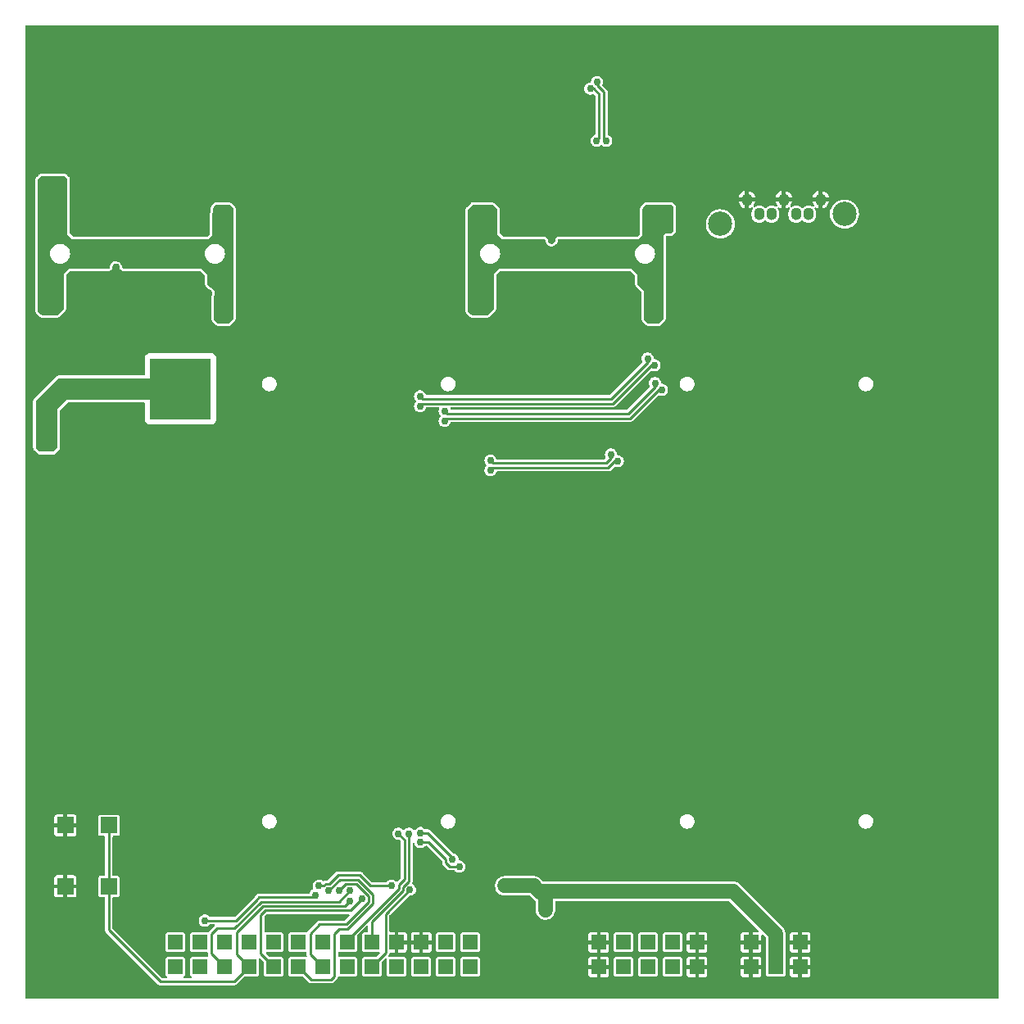
<source format=gbr>
%TF.GenerationSoftware,KiCad,Pcbnew,6.0.4-6f826c9f35~116~ubuntu20.04.1*%
%TF.CreationDate,2022-05-15T16:10:14+00:00*%
%TF.ProjectId,MPPB01B,4d505042-3031-4422-9e6b-696361645f70,**%
%TF.SameCoordinates,Original*%
%TF.FileFunction,Copper,L1,Top*%
%TF.FilePolarity,Positive*%
%FSLAX46Y46*%
G04 Gerber Fmt 4.6, Leading zero omitted, Abs format (unit mm)*
G04 Created by KiCad (PCBNEW 6.0.4-6f826c9f35~116~ubuntu20.04.1) date 2022-05-15 16:10:14*
%MOMM*%
%LPD*%
G01*
G04 APERTURE LIST*
%TA.AperFunction,ComponentPad*%
%ADD10R,6.350000X6.350000*%
%TD*%
%TA.AperFunction,ComponentPad*%
%ADD11C,6.000000*%
%TD*%
%TA.AperFunction,ComponentPad*%
%ADD12R,1.524000X1.524000*%
%TD*%
%TA.AperFunction,ComponentPad*%
%ADD13C,1.550000*%
%TD*%
%TA.AperFunction,ComponentPad*%
%ADD14O,1.100000X1.300000*%
%TD*%
%TA.AperFunction,ComponentPad*%
%ADD15C,2.500000*%
%TD*%
%TA.AperFunction,ComponentPad*%
%ADD16R,1.676400X1.676400*%
%TD*%
%TA.AperFunction,ViaPad*%
%ADD17C,0.750000*%
%TD*%
%TA.AperFunction,ViaPad*%
%ADD18C,1.000000*%
%TD*%
%TA.AperFunction,Conductor*%
%ADD19C,0.300000*%
%TD*%
%TA.AperFunction,Conductor*%
%ADD20C,0.250000*%
%TD*%
%TA.AperFunction,Conductor*%
%ADD21C,0.200000*%
%TD*%
%TA.AperFunction,Conductor*%
%ADD22C,1.500000*%
%TD*%
%TA.AperFunction,Conductor*%
%ADD23C,0.280000*%
%TD*%
G04 APERTURE END LIST*
D10*
%TO.P,MH1,1*%
%TO.N,/SYS-5POV*%
X16510000Y63500000D03*
%TD*%
%TO.P,MH2,1*%
%TO.N,GND*%
X96520000Y15240000D03*
%TD*%
%TO.P,MH3,1*%
%TO.N,GND*%
X96520000Y63500000D03*
%TD*%
%TO.P,MH4,1*%
%TO.N,GND*%
X16510000Y15240000D03*
%TD*%
D11*
%TO.P,MH5,1*%
%TO.N,GND*%
X5080000Y96520000D03*
%TD*%
%TO.P,MH6,1*%
%TO.N,GND*%
X96520000Y96520000D03*
%TD*%
%TO.P,MH8,1*%
%TO.N,GND*%
X5080000Y5080000D03*
%TD*%
%TO.P,MH7,1*%
%TO.N,GND*%
X96774000Y5080000D03*
%TD*%
D12*
%TO.P,P7,1*%
%TO.N,/POWER/SYS-5POV*%
X46460000Y6310000D03*
%TO.P,P7,2*%
X46460000Y3770000D03*
%TO.P,P7,3*%
%TO.N,/UART_RX*%
X43920000Y6310000D03*
%TO.P,P7,4*%
%TO.N,/UART_TX*%
X43920000Y3770000D03*
%TO.P,P7,5*%
%TO.N,GND*%
X41380000Y6310000D03*
%TO.P,P7,6*%
%TO.N,/3P3V*%
X41380000Y3770000D03*
%TO.P,P7,7*%
%TO.N,GND*%
X38840000Y6310000D03*
%TO.P,P7,8*%
%TO.N,/3P3V*%
X38840000Y3770000D03*
%TO.P,P7,9*%
%TO.N,/REG_EN3*%
X36300000Y6310000D03*
%TO.P,P7,10*%
%TO.N,/REG_EN4*%
X36300000Y3770000D03*
%TO.P,P7,11*%
%TO.N,/PROG_IO*%
X33760000Y6310000D03*
%TO.P,P7,12*%
%TO.N,/2P5V*%
X33760000Y3770000D03*
%TO.P,P7,13*%
%TO.N,/JTAG_TCK*%
X31220000Y6310000D03*
%TO.P,P7,14*%
%TO.N,/JTAG_TDI*%
X31220000Y3770000D03*
%TO.P,P7,15*%
%TO.N,/JTAG_TMS*%
X28680000Y6310000D03*
%TO.P,P7,16*%
%TO.N,/JTAG_TDO*%
X28680000Y3770000D03*
%TO.P,P7,17*%
%TO.N,/VADC_N*%
X26140000Y6310000D03*
%TO.P,P7,18*%
%TO.N,/USER_LED*%
X26140000Y3770000D03*
%TO.P,P7,19*%
%TO.N,/JTAG_BOOT_EN*%
X23600000Y6310000D03*
%TO.P,P7,20*%
%TO.N,/RESET_N*%
X23600000Y3770000D03*
%TO.P,P7,21*%
%TO.N,/SPDIF*%
X21060000Y6310000D03*
%TO.P,P7,22*%
%TO.N,/VADC_P*%
X21060000Y3770000D03*
%TO.P,P7,23*%
%TO.N,/TURBO_MODE*%
X18520000Y6310000D03*
%TO.P,P7,24*%
%TO.N,/VDD_ADJ*%
X18520000Y3770000D03*
%TO.P,P7,25*%
%TO.N,/DSP_FLAG*%
X15980000Y6310000D03*
%TO.P,P7,26*%
%TO.N,/VDD_GPIO*%
X15980000Y3770000D03*
%TD*%
%TO.P,P11,1*%
%TO.N,GND*%
X69900000Y6310000D03*
%TO.P,P11,2*%
X69900000Y3770000D03*
%TO.P,P11,3*%
%TO.N,/I2C_SCL*%
X67360000Y6310000D03*
%TO.P,P11,4*%
X67360000Y3770000D03*
%TO.P,P11,5*%
%TO.N,/POWER/SYS-5POV*%
X64820000Y6310000D03*
%TO.P,P11,6*%
X64820000Y3770000D03*
%TO.P,P11,7*%
%TO.N,/I2C_SDA*%
X62280000Y6310000D03*
%TO.P,P11,8*%
X62280000Y3770000D03*
%TO.P,P11,9*%
%TO.N,GND*%
X59740000Y6310000D03*
%TO.P,P11,10*%
X59740000Y3770000D03*
%TD*%
D13*
%TO.P,P5,1*%
%TO.N,Net-(C3-Pad2)*%
X47615000Y72229995D03*
%TO.P,P5,2*%
X47615000Y75469995D03*
%TO.P,P5,3*%
X47615000Y79459995D03*
%TO.P,P5,4*%
X47615000Y81489995D03*
%TO.P,P5,5*%
X65415000Y71229995D03*
%TO.P,P5,6*%
X65415000Y75469995D03*
%TO.P,P5,7*%
X65415000Y79459995D03*
%TO.P,P5,8*%
X65415000Y81489995D03*
%TD*%
D12*
%TO.P,P9,1*%
%TO.N,GND*%
X75480000Y6310000D03*
%TO.P,P9,2*%
X75480000Y3770000D03*
%TO.P,P9,3*%
%TO.N,/SYS-5POV*%
X78020000Y6310000D03*
%TO.P,P9,4*%
X78020000Y3770000D03*
%TO.P,P9,5*%
%TO.N,GND*%
X80560000Y6310000D03*
%TO.P,P9,6*%
X80560000Y3770000D03*
%TD*%
D13*
%TO.P,P6,1*%
%TO.N,Net-(C4-Pad2)*%
X3165000Y72229995D03*
%TO.P,P6,2*%
X3165000Y75469995D03*
%TO.P,P6,3*%
X3165000Y79459995D03*
%TO.P,P6,4*%
X3165000Y81489995D03*
%TO.P,P6,5*%
X20965000Y71229995D03*
%TO.P,P6,6*%
X20965000Y75469995D03*
%TO.P,P6,7*%
X20965000Y79459995D03*
%TO.P,P6,8*%
X20965000Y81489995D03*
%TD*%
D14*
%TO.P,P10,1,1*%
%TO.N,GND*%
X82677000Y83058000D03*
%TO.P,P10,2,2*%
%TO.N,/GPIO_N1*%
X81407000Y81558000D03*
%TO.P,P10,3,3*%
%TO.N,/GPIO_P1*%
X80137000Y81558000D03*
%TO.P,P10,4,4*%
%TO.N,GND*%
X78867000Y83058000D03*
%TO.P,P10,5,5*%
%TO.N,/GPIO_P8*%
X77597000Y81558000D03*
%TO.P,P10,6,6*%
%TO.N,/GPIO_N8*%
X76327000Y81558000D03*
%TO.P,P10,7,7*%
%TO.N,GND*%
X75057000Y83058000D03*
D15*
%TO.P,P10,8*%
%TO.N,N/C*%
X72307000Y80558000D03*
%TO.P,P10,9*%
X85137000Y81558000D03*
%TD*%
D16*
%TO.P,SW1,1,1*%
%TO.N,GND*%
X4608000Y12090000D03*
X4608000Y18390000D03*
%TO.P,SW1,2,2*%
%TO.N,/RESET_N*%
X9108000Y18390000D03*
X9108000Y12090000D03*
%TD*%
D17*
%TO.N,GND*%
X99695000Y91440000D03*
X86995000Y13970000D03*
X4699000Y50800000D03*
X4699000Y40640000D03*
X2794000Y35560000D03*
X4699000Y60960000D03*
X4699000Y45720000D03*
X58420000Y17780000D03*
X74041000Y69596000D03*
X71247000Y74676000D03*
X75311000Y78486000D03*
X81153000Y76962000D03*
X68199000Y73152000D03*
X73279000Y76454000D03*
X79629000Y73914000D03*
X78867000Y80010000D03*
X77343000Y71374000D03*
X13868400Y73050400D03*
X16256000Y73050400D03*
X60706000Y73025000D03*
X33909000Y46228000D03*
X93574000Y42014000D03*
X98849000Y45414000D03*
X98849000Y49414000D03*
X98849000Y53414000D03*
X99674000Y77114000D03*
X87774000Y36114000D03*
X93574000Y59114000D03*
X93574000Y51214000D03*
X99674000Y27714000D03*
X30174000Y97914000D03*
X39374000Y41614000D03*
X47074000Y41714000D03*
X87574000Y54514000D03*
X61974000Y41714010D03*
X71774000Y41714010D03*
X54441807Y41714010D03*
X30674000Y43514000D03*
X83774000Y45614000D03*
X79774000Y41714000D03*
X79774000Y41714000D03*
X87574000Y49414000D03*
X98874000Y37714000D03*
X98874000Y42014000D03*
X99674000Y24114000D03*
X99674000Y73114000D03*
X99674000Y68614000D03*
X98774000Y57414000D03*
X99774000Y86614000D03*
X79374000Y85314000D03*
X72274000Y85514000D03*
X87374000Y66814000D03*
X87374000Y78114000D03*
X85974000Y85314000D03*
X90674000Y78914000D03*
X87374000Y72514000D03*
X90674000Y68914000D03*
X90674000Y73914000D03*
X75374500Y57023000D03*
X15174000Y97914000D03*
X34671000Y63246000D03*
X5537200Y81965800D03*
X64135000Y97790000D03*
X79375000Y97790000D03*
X34671000Y60706000D03*
X37465000Y93980000D03*
X61214000Y81915000D03*
X29654500Y63246000D03*
X9855200Y76047600D03*
X38735000Y63500000D03*
X16764000Y82016600D03*
X7874000Y45720000D03*
X10363200Y81991200D03*
X38420000Y7840000D03*
X61595000Y53848000D03*
X64897000Y68580000D03*
X77851000Y66865500D03*
X5207000Y91186000D03*
X54864000Y78867000D03*
X92011989Y13970000D03*
X7975600Y81991200D03*
X65913000Y87376000D03*
X48920000Y15640000D03*
X77851000Y63246000D03*
X75374500Y66865500D03*
X7874000Y40640000D03*
X29654500Y60706000D03*
X37147500Y60706000D03*
X33420000Y18240000D03*
X26074000Y43514000D03*
X19278600Y81991200D03*
X43815000Y97790000D03*
X82867500Y66865500D03*
X63119000Y73025000D03*
X62865000Y93980000D03*
X72834500Y60706000D03*
X80327500Y57023000D03*
X57785000Y44704000D03*
X55245000Y20320000D03*
X90674000Y83814000D03*
X11174000Y43514000D03*
X58293000Y73025000D03*
X77851000Y57023000D03*
X36274000Y44014000D03*
X77851000Y60706000D03*
X48895000Y97790000D03*
X49530000Y73025000D03*
X80391000Y63246000D03*
X5207000Y86614000D03*
X35174000Y97914000D03*
X50165000Y20320000D03*
X75374500Y63246000D03*
X64389000Y56642000D03*
X89535000Y97790000D03*
X64135000Y17145000D03*
X72834500Y57023000D03*
X61341000Y48260000D03*
X84455000Y97790000D03*
X58801000Y81915000D03*
X32194500Y63246000D03*
X63627000Y81915000D03*
X75311000Y60706000D03*
X74295000Y97790000D03*
X33420000Y15340000D03*
X99695000Y20320000D03*
X5080000Y72999600D03*
X4064000Y89916000D03*
X38735000Y97790000D03*
X35820000Y18240000D03*
X28620000Y8640000D03*
X1270000Y67564000D03*
X2794000Y66040000D03*
X2794000Y68580000D03*
X4445000Y68580000D03*
X51943000Y73025000D03*
X7467600Y73025000D03*
X31877000Y93980000D03*
X72834500Y63246000D03*
X54356000Y73025000D03*
X82867500Y63246000D03*
X32194500Y60706000D03*
X80391000Y66865500D03*
X38820000Y21540000D03*
X7874000Y43180000D03*
X52451000Y81915000D03*
X37920000Y18240000D03*
X82867500Y57023000D03*
X39320000Y7840000D03*
X40120000Y5140000D03*
X39687500Y60706000D03*
X4699000Y55880000D03*
X19431000Y73406000D03*
X20174000Y97914000D03*
X38420000Y7840000D03*
X34671000Y91440000D03*
X65913000Y60452000D03*
X2286000Y89408000D03*
X25174000Y97914000D03*
X37920000Y21540000D03*
X6604000Y10668000D03*
X21574000Y43514000D03*
X72834500Y66865500D03*
X10174000Y97914000D03*
X69215000Y97790000D03*
X80327500Y60706000D03*
X16474000Y43514000D03*
X65862200Y91033600D03*
X50038000Y81915000D03*
X59055000Y97790000D03*
X38820000Y15340000D03*
X87074450Y59439376D03*
X1905000Y91440000D03*
X82867500Y60706000D03*
X14351000Y81991200D03*
X26289000Y59690000D03*
X53975000Y97790000D03*
%TO.N,/VDD_GPIO*%
X30420000Y11190469D03*
X19020000Y8540000D03*
%TO.N,/VDD_ADJ*%
X38320000Y12140000D03*
X30820000Y12140000D03*
%TO.N,/JTAG_TDO*%
X31820000Y11640000D03*
%TO.N,/JTAG_TDI*%
X32920000Y11640000D03*
%TO.N,/VADC_P*%
X34020000Y11640000D03*
%TO.N,/RESET_N*%
X34020000Y10540000D03*
%TO.N,/USER_LED*%
X35247975Y10778731D03*
%TO.N,/PROG_IO*%
X39020000Y17540000D03*
%TO.N,/I2C_SDA*%
X45320000Y14140000D03*
X41300000Y16650497D03*
%TO.N,/I2C_SCL*%
X41300000Y17600000D03*
X44620000Y14840000D03*
%TO.N,/SYS-5POV*%
X51620000Y12140000D03*
D18*
X3175000Y59944000D03*
X2159000Y57912000D03*
X2159000Y59944000D03*
D17*
X54220000Y10540000D03*
D18*
X2159000Y58928000D03*
D17*
X54220000Y9640000D03*
X50020000Y12140000D03*
X52420000Y12140000D03*
D18*
X3175000Y58928000D03*
D17*
X53870000Y11290000D03*
X50820000Y12140000D03*
X53270000Y11890000D03*
D18*
X3175000Y57912000D03*
D17*
%TO.N,/GPIO_N10*%
X58864218Y94518321D03*
X59515120Y89138760D03*
%TO.N,/GPIO_P10*%
X59571324Y95225427D03*
X60515120Y89138760D03*
%TO.N,/GPIO_N3*%
X61002687Y56736473D03*
X48552100Y56098060D03*
%TO.N,/GPIO_P3*%
X61709793Y56029367D03*
X48552100Y55098060D03*
%TO.N,/GPIO_N1*%
X66266554Y63400446D03*
X43815000Y60206000D03*
%TO.N,/GPIO_P1*%
X43815000Y61206000D03*
X65559446Y64107554D03*
%TO.N,/GPIO_P8*%
X41275000Y61730000D03*
X65504554Y65940446D03*
%TO.N,/GPIO_N8*%
X64797446Y66647554D03*
X41275000Y62730000D03*
%TO.N,/REG_EN3*%
X40120000Y17540000D03*
%TO.N,/REG_EN4*%
X40220000Y11740000D03*
%TD*%
D19*
%TO.N,GND*%
X9855200Y76047600D02*
X9855200Y73736200D01*
X9855200Y73736200D02*
X9144000Y73025000D01*
X9144000Y73025000D02*
X7467600Y73025000D01*
X54864000Y78867000D02*
X54864000Y80772000D01*
X54864000Y80772000D02*
X53721000Y81915000D01*
X53721000Y81915000D02*
X52451000Y81915000D01*
D20*
%TO.N,/VDD_GPIO*%
X30170020Y10940489D02*
X30420000Y11190469D01*
X24384282Y10675718D02*
X24649054Y10940489D01*
X24649054Y10940489D02*
X30120000Y10940489D01*
X22248564Y8540000D02*
X24384282Y10675718D01*
X30120000Y10940489D02*
X30170020Y10940489D01*
X19020000Y8540000D02*
X22248564Y8540000D01*
%TO.N,/VDD_ADJ*%
X31330741Y12140000D02*
X31530252Y12339511D01*
X31883793Y12339511D02*
X32784282Y13240000D01*
X31530252Y12339511D02*
X31883793Y12339511D01*
X18490000Y3770000D02*
X18490000Y3810000D01*
X32784282Y13240000D02*
X35047401Y13240000D01*
X36147401Y12140000D02*
X38320000Y12140000D01*
X35047401Y13240000D02*
X36147401Y12140000D01*
X30820000Y12140000D02*
X31330741Y12140000D01*
%TO.N,/JTAG_TDO*%
X34862651Y12789031D02*
X32969031Y12789031D01*
X32063022Y2440000D02*
X32420000Y2796978D01*
X32420000Y2796978D02*
X32420000Y7140000D01*
X33757708Y7641991D02*
X36397006Y10281289D01*
X36397006Y11254677D02*
X34862651Y12789031D01*
X36397006Y10281289D02*
X36397006Y11254677D01*
X32420000Y7140000D02*
X32921991Y7641991D01*
X30010000Y2440000D02*
X32063022Y2440000D01*
X28680000Y3770000D02*
X30010000Y2440000D01*
X32969031Y12789031D02*
X31820000Y11640000D01*
X32921991Y7641991D02*
X33757708Y7641991D01*
%TO.N,/JTAG_TDI*%
X34676454Y12339511D02*
X33619511Y12339511D01*
X29920000Y5070000D02*
X29920000Y7183022D01*
X35947486Y11068479D02*
X34676454Y12339511D01*
X31220000Y3770000D02*
X29920000Y5070000D01*
X33619511Y12339511D02*
X32920000Y11640000D01*
X33634221Y8175718D02*
X35947486Y10488983D01*
X29920000Y7183022D02*
X30912696Y8175718D01*
X30912696Y8175718D02*
X33634221Y8175718D01*
X35947486Y10488983D02*
X35947486Y11068479D01*
D21*
%TO.N,/JTAG_TMS*%
X28500000Y6552000D02*
X28803600Y6248400D01*
D20*
%TO.N,/VADC_P*%
X20316978Y7740000D02*
X19720000Y7143022D01*
X19720000Y5110000D02*
X21060000Y3770000D01*
X19720000Y7143022D02*
X19720000Y5110000D01*
X32870969Y10490969D02*
X24835251Y10490969D01*
X22084282Y7740000D02*
X20316978Y7740000D01*
X24835251Y10490969D02*
X22084282Y7740000D01*
X21030000Y3770000D02*
X21050000Y3770000D01*
X34020000Y11640000D02*
X32870969Y10490969D01*
%TO.N,/RESET_N*%
X22320000Y7340000D02*
X22320000Y5050000D01*
X25021449Y10041449D02*
X22320000Y7340000D01*
X33521449Y10041449D02*
X25021449Y10041449D01*
X23570000Y3770000D02*
X23570000Y3890000D01*
X9108000Y18390000D02*
X9108000Y7552000D01*
X22320000Y5050000D02*
X23600000Y3770000D01*
X34020000Y10540000D02*
X33521449Y10041449D01*
X22040000Y2240000D02*
X23570000Y3770000D01*
X9108000Y7552000D02*
X14420000Y2240000D01*
X14420000Y2240000D02*
X22040000Y2240000D01*
%TO.N,/USER_LED*%
X34061188Y9591929D02*
X25271929Y9591929D01*
X25271929Y9591929D02*
X24820000Y9140000D01*
X26140000Y3820000D02*
X26140000Y3770000D01*
X24820000Y9140000D02*
X24820000Y5140000D01*
X26110000Y3770000D02*
X26110000Y3830000D01*
X24820000Y5140000D02*
X26140000Y3820000D01*
X35247975Y10778731D02*
X35247975Y10778716D01*
X35247975Y10778716D02*
X34061188Y9591929D01*
%TO.N,/PROG_IO*%
X39670480Y16889520D02*
X39670480Y12815457D01*
X39020000Y17540000D02*
X39670480Y16889520D01*
X39070969Y12215946D02*
X39070969Y11862405D01*
X39670480Y12815457D02*
X39070969Y12215946D01*
X39070969Y11862405D02*
X33730000Y6521436D01*
X33730000Y6521436D02*
X33730000Y6310000D01*
%TO.N,/I2C_SDA*%
X43920000Y14904282D02*
X43920000Y14550741D01*
X42173785Y16650497D02*
X43920000Y14904282D01*
X44330741Y14140000D02*
X45320000Y14140000D01*
X43920000Y14550741D02*
X44330741Y14140000D01*
X41300000Y16650497D02*
X42173785Y16650497D01*
%TO.N,/I2C_SCL*%
X42060000Y17600000D02*
X44620000Y15040000D01*
X44620000Y15040000D02*
X44620000Y14840000D01*
X41300000Y17600000D02*
X42060000Y17600000D01*
D22*
%TO.N,/SYS-5POV*%
X51520000Y12140000D02*
X50820000Y12140000D01*
X78020000Y6310000D02*
X78020000Y7193022D01*
X53571368Y11588632D02*
X53270000Y11890000D01*
X53870000Y11290000D02*
X54220000Y10940000D01*
X53270000Y11890000D02*
X53020000Y12140000D01*
X53571368Y11588632D02*
X53870000Y11290000D01*
X53020000Y12140000D02*
X52420000Y12140000D01*
X52420000Y12140000D02*
X51520000Y12140000D01*
X54220000Y10540000D02*
X54220000Y9640000D01*
X54220000Y10940000D02*
X54220000Y10540000D01*
X50820000Y12140000D02*
X50020000Y12140000D01*
X73624390Y11588632D02*
X53571368Y11588632D01*
X78020000Y3770000D02*
X78020000Y6310000D01*
X78020000Y7193022D02*
X73624390Y11588632D01*
D23*
%TO.N,/GPIO_N10*%
X59775121Y89398761D02*
X59515120Y89138760D01*
X59231913Y94518321D02*
X59775121Y93975113D01*
X59775121Y93975113D02*
X59775121Y89398761D01*
X58864218Y94518321D02*
X59231913Y94518321D01*
%TO.N,/GPIO_P10*%
X59571324Y95225427D02*
X59571324Y94857732D01*
X60255119Y94173937D02*
X60255119Y89398761D01*
X59571324Y94857732D02*
X60255119Y94173937D01*
X60255119Y89398761D02*
X60515120Y89138760D01*
%TO.N,/GPIO_N3*%
X61002687Y56368778D02*
X60471969Y55838060D01*
X48812101Y55838059D02*
X48552100Y56098060D01*
X61002687Y56736473D02*
X61002687Y56368778D01*
X60471969Y55838060D02*
X48812101Y55838059D01*
%TO.N,/GPIO_P3*%
X61709793Y56029367D02*
X61342098Y56029367D01*
X48812101Y55358061D02*
X48552100Y55098060D01*
X61342098Y56029367D02*
X60670791Y55358060D01*
X60670791Y55358060D02*
X48812101Y55358061D01*
%TO.N,/GPIO_N1*%
X65898858Y63400446D02*
X66266554Y63400446D01*
X62964412Y60466000D02*
X65898858Y63400446D01*
X44075000Y60466000D02*
X62964412Y60466000D01*
X43815000Y60206000D02*
X44075000Y60466000D01*
%TO.N,/GPIO_P1*%
X44075000Y60946000D02*
X62765588Y60946000D01*
X43815000Y61206000D02*
X44075000Y60946000D01*
X65559446Y63739858D02*
X65559446Y64107554D01*
X62765588Y60946000D02*
X65559446Y63739858D01*
%TO.N,/GPIO_P8*%
X41535000Y61990000D02*
X61186412Y61990000D01*
X65136858Y65940446D02*
X65504554Y65940446D01*
X41275000Y61730000D02*
X41535000Y61990000D01*
X61186412Y61990000D02*
X65136858Y65940446D01*
%TO.N,/GPIO_N8*%
X64797446Y66279858D02*
X64797446Y66647554D01*
X41275000Y62730000D02*
X41535000Y62470000D01*
X41535000Y62470000D02*
X60987588Y62470000D01*
X60987588Y62470000D02*
X64797446Y66279858D01*
D20*
%TO.N,/REG_EN3*%
X40120000Y12629259D02*
X40120000Y17540000D01*
X36270000Y8425718D02*
X39520489Y11676207D01*
X39520489Y12029748D02*
X40120000Y12629259D01*
X36270000Y6310000D02*
X36270000Y8425718D01*
X39520489Y11676207D02*
X39520489Y12029748D01*
%TO.N,/REG_EN4*%
X37720000Y9240000D02*
X40220000Y11740000D01*
X37720000Y5220000D02*
X37720000Y9240000D01*
X36270000Y3770000D02*
X37720000Y5220000D01*
%TD*%
%TA.AperFunction,Conductor*%
%TO.N,Net-(C4-Pad2)*%
G36*
X4587931Y85450998D02*
G01*
X4608905Y85434095D01*
X4789095Y85253905D01*
X4823121Y85191593D01*
X4826000Y85164810D01*
X4826000Y79502000D01*
X5334000Y78994000D01*
X19431000Y78994000D01*
X19812000Y79375000D01*
X19812000Y81614714D01*
X19827585Y81675415D01*
X19829852Y81679538D01*
X19834286Y81685709D01*
X19841364Y81703314D01*
X19880905Y81801677D01*
X19891116Y81827077D01*
X19912584Y81977920D01*
X19912723Y81991200D01*
X19911920Y81997840D01*
X19897523Y82116810D01*
X19894419Y82142460D01*
X19891735Y82149564D01*
X19889922Y82156945D01*
X19892380Y82157549D01*
X19887922Y82216205D01*
X19922066Y82279066D01*
X20156095Y82513095D01*
X20218407Y82547121D01*
X20245190Y82550000D01*
X21537810Y82550000D01*
X21605931Y82529998D01*
X21626905Y82513095D01*
X21934095Y82205905D01*
X21968121Y82143593D01*
X21971000Y82116810D01*
X21971000Y70791190D01*
X21950998Y70723069D01*
X21934095Y70702095D01*
X21499905Y70267905D01*
X21437593Y70233879D01*
X21410810Y70231000D01*
X20499190Y70231000D01*
X20431069Y70251002D01*
X20410095Y70267905D01*
X19975905Y70702095D01*
X19941879Y70764407D01*
X19939000Y70791190D01*
X19939000Y72993572D01*
X19962676Y73067096D01*
X19986686Y73100509D01*
X20043516Y73241877D01*
X20064984Y73392720D01*
X20065123Y73406000D01*
X20064320Y73412640D01*
X20050835Y73524071D01*
X20046819Y73557260D01*
X19992962Y73699787D01*
X19906663Y73825353D01*
X19818674Y73903749D01*
X19798574Y73921658D01*
X19798570Y73921660D01*
X19792903Y73926710D01*
X19786195Y73930262D01*
X19786193Y73930263D01*
X19664960Y73994452D01*
X19664958Y73994453D01*
X19658249Y73998005D01*
X19615563Y74008727D01*
X19557164Y74041836D01*
X19340905Y74258095D01*
X19306879Y74320407D01*
X19304000Y74347190D01*
X19304000Y75311000D01*
X18669000Y75946000D01*
X10613289Y75946000D01*
X10545168Y75966002D01*
X10498675Y76019658D01*
X10488202Y76056863D01*
X10471931Y76191320D01*
X10471019Y76198860D01*
X10417162Y76341387D01*
X10337705Y76456998D01*
X10335165Y76460694D01*
X10335164Y76460696D01*
X10330863Y76466953D01*
X10325192Y76472006D01*
X10222774Y76563258D01*
X10222770Y76563260D01*
X10217103Y76568310D01*
X10210395Y76571862D01*
X10210393Y76571863D01*
X10089158Y76636053D01*
X10089157Y76636054D01*
X10082449Y76639605D01*
X9934677Y76676723D01*
X9927079Y76676763D01*
X9927077Y76676763D01*
X9863619Y76677095D01*
X9782316Y76677521D01*
X9774936Y76675749D01*
X9774934Y76675749D01*
X9641542Y76643724D01*
X9641540Y76643723D01*
X9634162Y76641952D01*
X9498770Y76572071D01*
X9383955Y76471911D01*
X9296345Y76347255D01*
X9240999Y76205300D01*
X9240007Y76197767D01*
X9240007Y76197766D01*
X9221285Y76055554D01*
X9192563Y75990627D01*
X9133298Y75951535D01*
X9096363Y75946000D01*
X4953000Y75946000D01*
X4445000Y75438000D01*
X4445000Y71807190D01*
X4424998Y71739069D01*
X4408095Y71718095D01*
X3846905Y71156905D01*
X3784593Y71122879D01*
X3757810Y71120000D01*
X2211190Y71120000D01*
X2143069Y71140002D01*
X2122095Y71156905D01*
X1814905Y71464095D01*
X1780879Y71526407D01*
X1778000Y71553190D01*
X1778000Y77477217D01*
X3030544Y77477217D01*
X3048843Y77276153D01*
X3050581Y77270247D01*
X3050582Y77270243D01*
X3093246Y77125285D01*
X3105846Y77082472D01*
X3108699Y77077015D01*
X3108700Y77077012D01*
X3115660Y77063699D01*
X3199383Y76903551D01*
X3203241Y76898753D01*
X3203242Y76898751D01*
X3322032Y76751007D01*
X3322036Y76751003D01*
X3325892Y76746207D01*
X3330610Y76742248D01*
X3330611Y76742247D01*
X3475835Y76620389D01*
X3480552Y76616431D01*
X3485941Y76613468D01*
X3485946Y76613465D01*
X3633166Y76532531D01*
X3657475Y76519167D01*
X3663342Y76517306D01*
X3663344Y76517305D01*
X3844049Y76459982D01*
X3849919Y76458120D01*
X4007050Y76440495D01*
X4115799Y76440495D01*
X4118855Y76440795D01*
X4118862Y76440795D01*
X4178596Y76446652D01*
X4265932Y76455216D01*
X4271833Y76456998D01*
X4271835Y76456998D01*
X4453311Y76511789D01*
X4459210Y76513570D01*
X4562161Y76568310D01*
X4632031Y76605460D01*
X4632034Y76605462D01*
X4637473Y76608354D01*
X4642243Y76612244D01*
X4642247Y76612247D01*
X4789156Y76732063D01*
X4789159Y76732066D01*
X4793931Y76735958D01*
X4806381Y76751007D01*
X4918695Y76886771D01*
X4918697Y76886775D01*
X4922624Y76891521D01*
X5018650Y77069117D01*
X5078352Y77261984D01*
X5080487Y77282292D01*
X5098812Y77456645D01*
X5098812Y77456646D01*
X5099456Y77462773D01*
X5098141Y77477217D01*
X19030544Y77477217D01*
X19048843Y77276153D01*
X19050581Y77270247D01*
X19050582Y77270243D01*
X19093246Y77125285D01*
X19105846Y77082472D01*
X19108699Y77077015D01*
X19108700Y77077012D01*
X19115660Y77063699D01*
X19199383Y76903551D01*
X19203241Y76898753D01*
X19203242Y76898751D01*
X19322032Y76751007D01*
X19322036Y76751003D01*
X19325892Y76746207D01*
X19330610Y76742248D01*
X19330611Y76742247D01*
X19475835Y76620389D01*
X19480552Y76616431D01*
X19485941Y76613468D01*
X19485946Y76613465D01*
X19633166Y76532531D01*
X19657475Y76519167D01*
X19663342Y76517306D01*
X19663344Y76517305D01*
X19844049Y76459982D01*
X19849919Y76458120D01*
X20007050Y76440495D01*
X20115799Y76440495D01*
X20118855Y76440795D01*
X20118862Y76440795D01*
X20178596Y76446652D01*
X20265932Y76455216D01*
X20271833Y76456998D01*
X20271835Y76456998D01*
X20453311Y76511789D01*
X20459210Y76513570D01*
X20562161Y76568310D01*
X20632031Y76605460D01*
X20632034Y76605462D01*
X20637473Y76608354D01*
X20642243Y76612244D01*
X20642247Y76612247D01*
X20789156Y76732063D01*
X20789159Y76732066D01*
X20793931Y76735958D01*
X20806381Y76751007D01*
X20918695Y76886771D01*
X20918697Y76886775D01*
X20922624Y76891521D01*
X21018650Y77069117D01*
X21078352Y77261984D01*
X21080487Y77282292D01*
X21098812Y77456645D01*
X21098812Y77456646D01*
X21099456Y77462773D01*
X21081157Y77663837D01*
X21075255Y77683893D01*
X21025893Y77851609D01*
X21024154Y77857518D01*
X21017173Y77870873D01*
X20933470Y78030981D01*
X20930617Y78036439D01*
X20926758Y78041239D01*
X20807968Y78188983D01*
X20807964Y78188987D01*
X20804108Y78193783D01*
X20797554Y78199283D01*
X20654165Y78319601D01*
X20649448Y78323559D01*
X20644059Y78326522D01*
X20644054Y78326525D01*
X20477920Y78417857D01*
X20477921Y78417857D01*
X20472525Y78420823D01*
X20466658Y78422684D01*
X20466656Y78422685D01*
X20285951Y78480008D01*
X20285950Y78480008D01*
X20280081Y78481870D01*
X20122950Y78499495D01*
X20014201Y78499495D01*
X20011145Y78499195D01*
X20011138Y78499195D01*
X19951404Y78493338D01*
X19864068Y78484774D01*
X19858167Y78482992D01*
X19858165Y78482992D01*
X19854449Y78481870D01*
X19670790Y78426420D01*
X19581659Y78379028D01*
X19497969Y78334530D01*
X19497966Y78334528D01*
X19492527Y78331636D01*
X19487757Y78327746D01*
X19487753Y78327743D01*
X19340844Y78207927D01*
X19340841Y78207924D01*
X19336069Y78204032D01*
X19332142Y78199285D01*
X19332140Y78199283D01*
X19211305Y78053219D01*
X19211303Y78053215D01*
X19207376Y78048469D01*
X19111350Y77870873D01*
X19051648Y77678006D01*
X19051004Y77671881D01*
X19051004Y77671880D01*
X19031188Y77483345D01*
X19030544Y77477217D01*
X5098141Y77477217D01*
X5081157Y77663837D01*
X5075255Y77683893D01*
X5025893Y77851609D01*
X5024154Y77857518D01*
X5017173Y77870873D01*
X4933470Y78030981D01*
X4930617Y78036439D01*
X4926758Y78041239D01*
X4807968Y78188983D01*
X4807964Y78188987D01*
X4804108Y78193783D01*
X4797554Y78199283D01*
X4654165Y78319601D01*
X4649448Y78323559D01*
X4644059Y78326522D01*
X4644054Y78326525D01*
X4477920Y78417857D01*
X4477921Y78417857D01*
X4472525Y78420823D01*
X4466658Y78422684D01*
X4466656Y78422685D01*
X4285951Y78480008D01*
X4285950Y78480008D01*
X4280081Y78481870D01*
X4122950Y78499495D01*
X4014201Y78499495D01*
X4011145Y78499195D01*
X4011138Y78499195D01*
X3951404Y78493338D01*
X3864068Y78484774D01*
X3858167Y78482992D01*
X3858165Y78482992D01*
X3854449Y78481870D01*
X3670790Y78426420D01*
X3581659Y78379028D01*
X3497969Y78334530D01*
X3497966Y78334528D01*
X3492527Y78331636D01*
X3487757Y78327746D01*
X3487753Y78327743D01*
X3340844Y78207927D01*
X3340841Y78207924D01*
X3336069Y78204032D01*
X3332142Y78199285D01*
X3332140Y78199283D01*
X3211305Y78053219D01*
X3211303Y78053215D01*
X3207376Y78048469D01*
X3111350Y77870873D01*
X3051648Y77678006D01*
X3051004Y77671881D01*
X3051004Y77671880D01*
X3031188Y77483345D01*
X3030544Y77477217D01*
X1778000Y77477217D01*
X1778000Y85164810D01*
X1798002Y85232931D01*
X1814905Y85253905D01*
X1995095Y85434095D01*
X2057407Y85468121D01*
X2084190Y85471000D01*
X4519810Y85471000D01*
X4587931Y85450998D01*
G37*
%TD.AperFunction*%
%TD*%
%TA.AperFunction,Conductor*%
%TO.N,Net-(C3-Pad2)*%
G36*
X48783931Y82529998D02*
G01*
X48804905Y82513095D01*
X49239095Y82078905D01*
X49273121Y82016593D01*
X49276000Y81989810D01*
X49276000Y79502000D01*
X49784000Y78994000D01*
X54104759Y78994000D01*
X54172880Y78973998D01*
X54219373Y78920342D01*
X54229290Y78873571D01*
X54229912Y78873640D01*
X54230603Y78867376D01*
X54230604Y78867371D01*
X54246631Y78722197D01*
X54298992Y78579114D01*
X54303229Y78572808D01*
X54303231Y78572805D01*
X54342113Y78514944D01*
X54383972Y78452651D01*
X54389590Y78447539D01*
X54491043Y78355223D01*
X54491047Y78355220D01*
X54496664Y78350109D01*
X54503341Y78346484D01*
X54503342Y78346483D01*
X54623887Y78281032D01*
X54623889Y78281031D01*
X54630564Y78277407D01*
X54637913Y78275479D01*
X54770590Y78240672D01*
X54770592Y78240672D01*
X54777940Y78238744D01*
X54855560Y78237525D01*
X54922685Y78236470D01*
X54922688Y78236470D01*
X54930284Y78236351D01*
X54937688Y78238047D01*
X54937690Y78238047D01*
X54992575Y78250618D01*
X55078802Y78270366D01*
X55214918Y78338825D01*
X55307453Y78417857D01*
X55325002Y78432845D01*
X55325004Y78432848D01*
X55330776Y78437777D01*
X55419686Y78561509D01*
X55476516Y78702877D01*
X55497984Y78853720D01*
X55498123Y78867000D01*
X55499570Y78866985D01*
X55514397Y78930175D01*
X55565409Y78979555D01*
X55623988Y78994000D01*
X63881000Y78994000D01*
X64262000Y79375000D01*
X64262000Y82116810D01*
X64282002Y82184931D01*
X64298905Y82205905D01*
X64606095Y82513095D01*
X64668407Y82547121D01*
X64695190Y82550000D01*
X67194310Y82550000D01*
X67262431Y82529998D01*
X67283405Y82513095D01*
X67400095Y82396405D01*
X67434121Y82334093D01*
X67437000Y82307310D01*
X67437000Y79808190D01*
X67416998Y79740069D01*
X67400095Y79719095D01*
X67283405Y79602405D01*
X67221093Y79568379D01*
X67194310Y79565500D01*
X66611500Y79565500D01*
X66421000Y79375000D01*
X66421000Y70791190D01*
X66400998Y70723069D01*
X66384095Y70702095D01*
X65949905Y70267905D01*
X65887593Y70233879D01*
X65860810Y70231000D01*
X64949190Y70231000D01*
X64881069Y70251002D01*
X64860095Y70267905D01*
X64425905Y70702095D01*
X64391879Y70764407D01*
X64389000Y70791190D01*
X64389000Y73660000D01*
X63790905Y74258095D01*
X63756879Y74320407D01*
X63754000Y74347190D01*
X63754000Y75311000D01*
X63119000Y75946000D01*
X49403000Y75946000D01*
X48895000Y75438000D01*
X48895000Y71807190D01*
X48874998Y71739069D01*
X48858095Y71718095D01*
X48296905Y71156905D01*
X48234593Y71122879D01*
X48207810Y71120000D01*
X46661190Y71120000D01*
X46593069Y71140002D01*
X46572095Y71156905D01*
X46264905Y71464095D01*
X46230879Y71526407D01*
X46228000Y71553190D01*
X46228000Y77477217D01*
X47480544Y77477217D01*
X47498843Y77276153D01*
X47500581Y77270247D01*
X47500582Y77270243D01*
X47543246Y77125285D01*
X47555846Y77082472D01*
X47558699Y77077015D01*
X47558700Y77077012D01*
X47565660Y77063699D01*
X47649383Y76903551D01*
X47653241Y76898753D01*
X47653242Y76898751D01*
X47772032Y76751007D01*
X47772036Y76751003D01*
X47775892Y76746207D01*
X47780610Y76742248D01*
X47780611Y76742247D01*
X47788106Y76735958D01*
X47930552Y76616431D01*
X47935941Y76613468D01*
X47935946Y76613465D01*
X48083166Y76532531D01*
X48107475Y76519167D01*
X48113342Y76517306D01*
X48113344Y76517305D01*
X48130733Y76511789D01*
X48299919Y76458120D01*
X48457050Y76440495D01*
X48565799Y76440495D01*
X48568855Y76440795D01*
X48568862Y76440795D01*
X48628596Y76446652D01*
X48715932Y76455216D01*
X48721833Y76456998D01*
X48721835Y76456998D01*
X48903311Y76511789D01*
X48909210Y76513570D01*
X48998341Y76560962D01*
X49082031Y76605460D01*
X49082034Y76605462D01*
X49087473Y76608354D01*
X49092243Y76612244D01*
X49092247Y76612247D01*
X49239156Y76732063D01*
X49239159Y76732066D01*
X49243931Y76735958D01*
X49256381Y76751007D01*
X49368695Y76886771D01*
X49368697Y76886775D01*
X49372624Y76891521D01*
X49468650Y77069117D01*
X49528352Y77261984D01*
X49530487Y77282292D01*
X49548812Y77456645D01*
X49548812Y77456646D01*
X49549456Y77462773D01*
X49548141Y77477217D01*
X63480544Y77477217D01*
X63498843Y77276153D01*
X63500581Y77270247D01*
X63500582Y77270243D01*
X63543246Y77125285D01*
X63555846Y77082472D01*
X63558699Y77077015D01*
X63558700Y77077012D01*
X63565660Y77063699D01*
X63649383Y76903551D01*
X63653241Y76898753D01*
X63653242Y76898751D01*
X63772032Y76751007D01*
X63772036Y76751003D01*
X63775892Y76746207D01*
X63780610Y76742248D01*
X63780611Y76742247D01*
X63788106Y76735958D01*
X63930552Y76616431D01*
X63935941Y76613468D01*
X63935946Y76613465D01*
X64083166Y76532531D01*
X64107475Y76519167D01*
X64113342Y76517306D01*
X64113344Y76517305D01*
X64130733Y76511789D01*
X64299919Y76458120D01*
X64457050Y76440495D01*
X64565799Y76440495D01*
X64568855Y76440795D01*
X64568862Y76440795D01*
X64628596Y76446652D01*
X64715932Y76455216D01*
X64721833Y76456998D01*
X64721835Y76456998D01*
X64903311Y76511789D01*
X64909210Y76513570D01*
X64998341Y76560962D01*
X65082031Y76605460D01*
X65082034Y76605462D01*
X65087473Y76608354D01*
X65092243Y76612244D01*
X65092247Y76612247D01*
X65239156Y76732063D01*
X65239159Y76732066D01*
X65243931Y76735958D01*
X65256381Y76751007D01*
X65368695Y76886771D01*
X65368697Y76886775D01*
X65372624Y76891521D01*
X65468650Y77069117D01*
X65528352Y77261984D01*
X65530487Y77282292D01*
X65548812Y77456645D01*
X65548812Y77456646D01*
X65549456Y77462773D01*
X65531157Y77663837D01*
X65525255Y77683893D01*
X65475893Y77851609D01*
X65474154Y77857518D01*
X65467173Y77870873D01*
X65383470Y78030981D01*
X65380617Y78036439D01*
X65376758Y78041239D01*
X65257968Y78188983D01*
X65257964Y78188987D01*
X65254108Y78193783D01*
X65247554Y78199283D01*
X65104165Y78319601D01*
X65099448Y78323559D01*
X65094059Y78326522D01*
X65094054Y78326525D01*
X64927920Y78417857D01*
X64927921Y78417857D01*
X64922525Y78420823D01*
X64916658Y78422684D01*
X64916656Y78422685D01*
X64735951Y78480008D01*
X64735950Y78480008D01*
X64730081Y78481870D01*
X64572950Y78499495D01*
X64464201Y78499495D01*
X64461145Y78499195D01*
X64461138Y78499195D01*
X64401404Y78493338D01*
X64314068Y78484774D01*
X64308167Y78482992D01*
X64308165Y78482992D01*
X64178826Y78443942D01*
X64120790Y78426420D01*
X64031659Y78379028D01*
X63947969Y78334530D01*
X63947966Y78334528D01*
X63942527Y78331636D01*
X63937757Y78327746D01*
X63937753Y78327743D01*
X63790844Y78207927D01*
X63790841Y78207924D01*
X63786069Y78204032D01*
X63782142Y78199285D01*
X63782140Y78199283D01*
X63661305Y78053219D01*
X63661303Y78053215D01*
X63657376Y78048469D01*
X63561350Y77870873D01*
X63501648Y77678006D01*
X63501004Y77671881D01*
X63501004Y77671880D01*
X63481188Y77483345D01*
X63480544Y77477217D01*
X49548141Y77477217D01*
X49531157Y77663837D01*
X49525255Y77683893D01*
X49475893Y77851609D01*
X49474154Y77857518D01*
X49467173Y77870873D01*
X49383470Y78030981D01*
X49380617Y78036439D01*
X49376758Y78041239D01*
X49257968Y78188983D01*
X49257964Y78188987D01*
X49254108Y78193783D01*
X49247554Y78199283D01*
X49104165Y78319601D01*
X49099448Y78323559D01*
X49094059Y78326522D01*
X49094054Y78326525D01*
X48927920Y78417857D01*
X48927921Y78417857D01*
X48922525Y78420823D01*
X48916658Y78422684D01*
X48916656Y78422685D01*
X48735951Y78480008D01*
X48735950Y78480008D01*
X48730081Y78481870D01*
X48572950Y78499495D01*
X48464201Y78499495D01*
X48461145Y78499195D01*
X48461138Y78499195D01*
X48401404Y78493338D01*
X48314068Y78484774D01*
X48308167Y78482992D01*
X48308165Y78482992D01*
X48178826Y78443942D01*
X48120790Y78426420D01*
X48031659Y78379028D01*
X47947969Y78334530D01*
X47947966Y78334528D01*
X47942527Y78331636D01*
X47937757Y78327746D01*
X47937753Y78327743D01*
X47790844Y78207927D01*
X47790841Y78207924D01*
X47786069Y78204032D01*
X47782142Y78199285D01*
X47782140Y78199283D01*
X47661305Y78053219D01*
X47661303Y78053215D01*
X47657376Y78048469D01*
X47561350Y77870873D01*
X47501648Y77678006D01*
X47501004Y77671881D01*
X47501004Y77671880D01*
X47481188Y77483345D01*
X47480544Y77477217D01*
X46228000Y77477217D01*
X46228000Y81989810D01*
X46248002Y82057931D01*
X46264905Y82078905D01*
X46699095Y82513095D01*
X46761407Y82547121D01*
X46788190Y82550000D01*
X48715810Y82550000D01*
X48783931Y82529998D01*
G37*
%TD.AperFunction*%
%TD*%
%TA.AperFunction,Conductor*%
%TO.N,/SYS-5POV*%
G36*
X18406732Y64590807D02*
G01*
X18996847Y64172663D01*
X19040865Y64116959D01*
X19050000Y64069856D01*
X19050000Y62941849D01*
X19029998Y62873728D01*
X18981675Y62829824D01*
X18201144Y62427975D01*
X18143469Y62414000D01*
X4774000Y62414000D01*
X3774000Y61414000D01*
X3774000Y57466190D01*
X3753998Y57398069D01*
X3737095Y57377095D01*
X3410905Y57050905D01*
X3348593Y57016879D01*
X3321810Y57014000D01*
X2026190Y57014000D01*
X1958069Y57034002D01*
X1937095Y57050905D01*
X1610905Y57377095D01*
X1576879Y57439407D01*
X1574000Y57466190D01*
X1574000Y62161810D01*
X1594002Y62229931D01*
X1610905Y62250905D01*
X3937095Y64577095D01*
X3999407Y64611121D01*
X4026190Y64614000D01*
X18333885Y64614000D01*
X18406732Y64590807D01*
G37*
%TD.AperFunction*%
%TD*%
%TA.AperFunction,Conductor*%
%TO.N,GND*%
G36*
X101055191Y101077093D02*
G01*
X101091155Y101027593D01*
X101096000Y100997000D01*
X101096000Y603000D01*
X101077093Y544809D01*
X101027593Y508845D01*
X100997000Y504000D01*
X603000Y504000D01*
X544809Y522907D01*
X508845Y572407D01*
X504000Y603000D01*
X504000Y11210161D01*
X3469800Y11210161D01*
X3470146Y11204315D01*
X3472034Y11188447D01*
X3475928Y11174281D01*
X3514570Y11087286D01*
X3524746Y11072479D01*
X3590908Y11006433D01*
X3605731Y10996283D01*
X3692780Y10957800D01*
X3706985Y10953927D01*
X3722380Y10952132D01*
X3728092Y10951800D01*
X4392320Y10951800D01*
X4405005Y10955922D01*
X4408000Y10960043D01*
X4408000Y10967480D01*
X4808000Y10967480D01*
X4812122Y10954795D01*
X4816243Y10951800D01*
X5487839Y10951800D01*
X5493685Y10952146D01*
X5509553Y10954034D01*
X5523719Y10957928D01*
X5610714Y10996570D01*
X5625521Y11006746D01*
X5691567Y11072908D01*
X5701717Y11087731D01*
X5740200Y11174780D01*
X5744073Y11188985D01*
X5745868Y11204380D01*
X5746200Y11210092D01*
X5746200Y11227126D01*
X8019300Y11227126D01*
X8033834Y11154060D01*
X8089199Y11071199D01*
X8097309Y11065780D01*
X8115070Y11053913D01*
X8172060Y11015834D01*
X8245126Y11001300D01*
X8633500Y11001300D01*
X8691691Y10982393D01*
X8727655Y10932893D01*
X8732500Y10902300D01*
X8732500Y7602624D01*
X8730283Y7581788D01*
X8727731Y7569934D01*
X8728692Y7561813D01*
X8728692Y7561810D01*
X8731814Y7535436D01*
X8732275Y7527613D01*
X8732500Y7524890D01*
X8732500Y7520807D01*
X8733170Y7516781D01*
X8733171Y7516770D01*
X8735735Y7501367D01*
X8736391Y7496760D01*
X8742424Y7445790D01*
X8745735Y7438895D01*
X8746578Y7436230D01*
X8747833Y7428687D01*
X8772219Y7383493D01*
X8774312Y7379384D01*
X8796537Y7333100D01*
X8800094Y7328869D01*
X8801603Y7327360D01*
X8802423Y7326466D01*
X8803991Y7324608D01*
X8807194Y7318671D01*
X8836672Y7291422D01*
X8846724Y7282130D01*
X8849527Y7279436D01*
X14118688Y2010275D01*
X14131852Y1993975D01*
X14138428Y1983790D01*
X14165711Y1962281D01*
X14171615Y1957036D01*
X14173658Y1955305D01*
X14176538Y1952425D01*
X14179854Y1950055D01*
X14179858Y1950052D01*
X14192559Y1940976D01*
X14196285Y1938179D01*
X14236600Y1906397D01*
X14243818Y1903862D01*
X14246295Y1902576D01*
X14252519Y1898128D01*
X14260362Y1895782D01*
X14260363Y1895782D01*
X14301685Y1883424D01*
X14306121Y1881983D01*
X14348675Y1867039D01*
X14348678Y1867038D01*
X14354548Y1864977D01*
X14360055Y1864500D01*
X14362192Y1864500D01*
X14363398Y1864448D01*
X14365824Y1864242D01*
X14372286Y1862310D01*
X14380458Y1862631D01*
X14380459Y1862631D01*
X14426089Y1864424D01*
X14429976Y1864500D01*
X21989376Y1864500D01*
X22010212Y1862283D01*
X22014070Y1861452D01*
X22014073Y1861452D01*
X22022066Y1859731D01*
X22030187Y1860692D01*
X22030190Y1860692D01*
X22056564Y1863814D01*
X22064387Y1864275D01*
X22067110Y1864500D01*
X22071193Y1864500D01*
X22075219Y1865170D01*
X22075230Y1865171D01*
X22090633Y1867735D01*
X22095240Y1868391D01*
X22119532Y1871267D01*
X22138084Y1873462D01*
X22138085Y1873462D01*
X22146210Y1874424D01*
X22153105Y1877735D01*
X22155770Y1878578D01*
X22163313Y1879833D01*
X22208507Y1904219D01*
X22212616Y1906312D01*
X22258900Y1928537D01*
X22263131Y1932094D01*
X22264640Y1933603D01*
X22265534Y1934423D01*
X22267392Y1935991D01*
X22273329Y1939194D01*
X22309871Y1978725D01*
X22312564Y1981527D01*
X23059542Y2728504D01*
X23114059Y2756281D01*
X23129546Y2757500D01*
X24386674Y2757500D01*
X24459740Y2772034D01*
X24501619Y2800016D01*
X24534491Y2821980D01*
X24542601Y2827399D01*
X24597966Y2910260D01*
X24612500Y2983326D01*
X24612500Y4556674D01*
X24611552Y4561437D01*
X24611075Y4566286D01*
X24612320Y4566409D01*
X24618851Y4621634D01*
X24660380Y4666567D01*
X24720389Y4678509D01*
X24778765Y4650198D01*
X25098504Y4330459D01*
X25126281Y4275942D01*
X25127500Y4260455D01*
X25127500Y2983326D01*
X25142034Y2910260D01*
X25197399Y2827399D01*
X25205509Y2821980D01*
X25238381Y2800016D01*
X25280260Y2772034D01*
X25353326Y2757500D01*
X26926674Y2757500D01*
X26999740Y2772034D01*
X27041619Y2800016D01*
X27074491Y2821980D01*
X27082601Y2827399D01*
X27137966Y2910260D01*
X27152500Y2983326D01*
X27152500Y4556674D01*
X27137966Y4629740D01*
X27082601Y4712601D01*
X26999740Y4767966D01*
X26926674Y4782500D01*
X25749545Y4782500D01*
X25691354Y4801407D01*
X25679541Y4811496D01*
X25362541Y5128496D01*
X25334764Y5183013D01*
X25344335Y5243445D01*
X25387600Y5286710D01*
X25432545Y5297500D01*
X26926674Y5297500D01*
X26999740Y5312034D01*
X27082601Y5367399D01*
X27137966Y5450260D01*
X27152500Y5523326D01*
X27152500Y7096674D01*
X27137966Y7169740D01*
X27082601Y7252601D01*
X27061538Y7266675D01*
X27020904Y7293825D01*
X26999740Y7307966D01*
X26926674Y7322500D01*
X25353326Y7322500D01*
X25348565Y7321553D01*
X25348555Y7321552D01*
X25313815Y7314641D01*
X25253054Y7321831D01*
X25208124Y7363363D01*
X25195500Y7411738D01*
X25195500Y8943455D01*
X25214407Y9001646D01*
X25224496Y9013459D01*
X25398470Y9187433D01*
X25452987Y9215210D01*
X25468474Y9216429D01*
X33904887Y9216429D01*
X33963078Y9197522D01*
X33999042Y9148022D01*
X33999042Y9086836D01*
X33974891Y9047425D01*
X33507680Y8580214D01*
X33453163Y8552437D01*
X33437676Y8551218D01*
X30963316Y8551218D01*
X30942479Y8553436D01*
X30938631Y8554265D01*
X30938628Y8554265D01*
X30930630Y8555987D01*
X30900636Y8552437D01*
X30896132Y8551904D01*
X30888309Y8551443D01*
X30885586Y8551218D01*
X30881503Y8551218D01*
X30877477Y8550548D01*
X30877466Y8550547D01*
X30862063Y8547983D01*
X30857456Y8547327D01*
X30833163Y8544451D01*
X30814612Y8542256D01*
X30814611Y8542256D01*
X30806486Y8541294D01*
X30799591Y8537983D01*
X30796926Y8537140D01*
X30789383Y8535885D01*
X30744189Y8511499D01*
X30740080Y8509406D01*
X30693796Y8487181D01*
X30689565Y8483624D01*
X30688056Y8482115D01*
X30687162Y8481295D01*
X30685304Y8479727D01*
X30679367Y8476524D01*
X30642826Y8436994D01*
X30640132Y8434191D01*
X29690275Y7484334D01*
X29673975Y7471170D01*
X29663790Y7464594D01*
X29642281Y7437311D01*
X29637036Y7431407D01*
X29635305Y7429364D01*
X29632425Y7426484D01*
X29630055Y7423168D01*
X29630052Y7423164D01*
X29620976Y7410463D01*
X29618179Y7406737D01*
X29586397Y7366422D01*
X29586206Y7365877D01*
X29544552Y7326758D01*
X29483081Y7319237D01*
X29471445Y7321552D01*
X29471435Y7321553D01*
X29466674Y7322500D01*
X27893326Y7322500D01*
X27820260Y7307966D01*
X27799096Y7293825D01*
X27758463Y7266675D01*
X27737399Y7252601D01*
X27682034Y7169740D01*
X27667500Y7096674D01*
X27667500Y5523326D01*
X27682034Y5450260D01*
X27737399Y5367399D01*
X27820260Y5312034D01*
X27893326Y5297500D01*
X29445500Y5297500D01*
X29503691Y5278593D01*
X29539655Y5229093D01*
X29544500Y5198500D01*
X29544500Y5120624D01*
X29542283Y5099788D01*
X29539731Y5087934D01*
X29540692Y5079813D01*
X29540692Y5079810D01*
X29543814Y5053436D01*
X29544275Y5045613D01*
X29544500Y5042890D01*
X29544500Y5038807D01*
X29545170Y5034781D01*
X29545171Y5034770D01*
X29547735Y5019367D01*
X29548390Y5014770D01*
X29554424Y4963790D01*
X29557735Y4956895D01*
X29558578Y4954230D01*
X29559833Y4946687D01*
X29563718Y4939487D01*
X29570529Y4926864D01*
X29581522Y4866674D01*
X29555037Y4811518D01*
X29501190Y4782464D01*
X29473703Y4781329D01*
X29471442Y4781552D01*
X29466674Y4782500D01*
X27893326Y4782500D01*
X27820260Y4767966D01*
X27737399Y4712601D01*
X27682034Y4629740D01*
X27667500Y4556674D01*
X27667500Y2983326D01*
X27682034Y2910260D01*
X27737399Y2827399D01*
X27745509Y2821980D01*
X27778381Y2800016D01*
X27820260Y2772034D01*
X27893326Y2757500D01*
X29120455Y2757500D01*
X29178646Y2738593D01*
X29190459Y2728504D01*
X29708688Y2210275D01*
X29721852Y2193975D01*
X29728428Y2183790D01*
X29755711Y2162281D01*
X29761615Y2157036D01*
X29763658Y2155305D01*
X29766538Y2152425D01*
X29769854Y2150055D01*
X29769858Y2150052D01*
X29782559Y2140976D01*
X29786285Y2138179D01*
X29826600Y2106397D01*
X29833818Y2103862D01*
X29836295Y2102576D01*
X29842519Y2098128D01*
X29850360Y2095783D01*
X29850362Y2095782D01*
X29891682Y2083425D01*
X29896118Y2081984D01*
X29938675Y2067039D01*
X29938678Y2067038D01*
X29944548Y2064977D01*
X29950055Y2064500D01*
X29952193Y2064500D01*
X29953399Y2064448D01*
X29955825Y2064242D01*
X29962287Y2062310D01*
X29970459Y2062631D01*
X29970460Y2062631D01*
X30016090Y2064424D01*
X30019977Y2064500D01*
X32012398Y2064500D01*
X32033234Y2062283D01*
X32037092Y2061452D01*
X32037095Y2061452D01*
X32045088Y2059731D01*
X32053209Y2060692D01*
X32053212Y2060692D01*
X32079586Y2063814D01*
X32087409Y2064275D01*
X32090132Y2064500D01*
X32094215Y2064500D01*
X32098241Y2065170D01*
X32098252Y2065171D01*
X32113655Y2067735D01*
X32118262Y2068391D01*
X32142554Y2071267D01*
X32161106Y2073462D01*
X32161107Y2073462D01*
X32169232Y2074424D01*
X32176127Y2077735D01*
X32178792Y2078578D01*
X32186335Y2079833D01*
X32231529Y2104219D01*
X32235638Y2106312D01*
X32281922Y2128537D01*
X32286153Y2132094D01*
X32287662Y2133603D01*
X32288556Y2134423D01*
X32290414Y2135991D01*
X32296351Y2139194D01*
X32332893Y2178725D01*
X32335586Y2181527D01*
X32649725Y2495666D01*
X32666025Y2508830D01*
X32676210Y2515406D01*
X32697719Y2542689D01*
X32702964Y2548593D01*
X32704695Y2550636D01*
X32707575Y2553516D01*
X32709945Y2556832D01*
X32709948Y2556836D01*
X32719024Y2569537D01*
X32721826Y2573270D01*
X32748538Y2607153D01*
X32748538Y2607154D01*
X32753603Y2613578D01*
X32756138Y2620796D01*
X32757424Y2623273D01*
X32761872Y2629497D01*
X32776576Y2678663D01*
X32778017Y2683100D01*
X32778301Y2683907D01*
X32786780Y2708053D01*
X32823901Y2756692D01*
X32882521Y2774223D01*
X32899963Y2770539D01*
X32900260Y2772034D01*
X32973326Y2757500D01*
X34546674Y2757500D01*
X34619740Y2772034D01*
X34661619Y2800016D01*
X34694491Y2821980D01*
X34702601Y2827399D01*
X34757966Y2910260D01*
X34772500Y2983326D01*
X34772500Y4556674D01*
X34757966Y4629740D01*
X34702601Y4712601D01*
X34619740Y4767966D01*
X34546674Y4782500D01*
X32973326Y4782500D01*
X32913814Y4770662D01*
X32853053Y4777854D01*
X32808123Y4819386D01*
X32795500Y4867760D01*
X32795500Y5212240D01*
X32814407Y5270431D01*
X32863907Y5306395D01*
X32913814Y5309338D01*
X32973326Y5297500D01*
X34546674Y5297500D01*
X34619740Y5312034D01*
X34702601Y5367399D01*
X34757966Y5450260D01*
X34772500Y5523326D01*
X34772500Y6991891D01*
X34791407Y7050082D01*
X34801496Y7061895D01*
X35725496Y7985895D01*
X35780013Y8013672D01*
X35840445Y8004101D01*
X35883710Y7960836D01*
X35894500Y7915891D01*
X35894500Y7421500D01*
X35875593Y7363309D01*
X35826093Y7327345D01*
X35795500Y7322500D01*
X35513326Y7322500D01*
X35440260Y7307966D01*
X35419096Y7293825D01*
X35378463Y7266675D01*
X35357399Y7252601D01*
X35302034Y7169740D01*
X35287500Y7096674D01*
X35287500Y5523326D01*
X35302034Y5450260D01*
X35357399Y5367399D01*
X35440260Y5312034D01*
X35513326Y5297500D01*
X37027455Y5297500D01*
X37085646Y5278593D01*
X37121610Y5229093D01*
X37121610Y5167907D01*
X37097459Y5128496D01*
X36780459Y4811496D01*
X36725942Y4783719D01*
X36710455Y4782500D01*
X35513326Y4782500D01*
X35440260Y4767966D01*
X35357399Y4712601D01*
X35302034Y4629740D01*
X35287500Y4556674D01*
X35287500Y2983326D01*
X35302034Y2910260D01*
X35357399Y2827399D01*
X35365509Y2821980D01*
X35398381Y2800016D01*
X35440260Y2772034D01*
X35513326Y2757500D01*
X37086674Y2757500D01*
X37159740Y2772034D01*
X37201619Y2800016D01*
X37234491Y2821980D01*
X37242601Y2827399D01*
X37297966Y2910260D01*
X37312500Y2983326D01*
X37312500Y4240454D01*
X37331407Y4298645D01*
X37341496Y4310458D01*
X37658581Y4627543D01*
X37713098Y4655320D01*
X37773530Y4645749D01*
X37816795Y4602484D01*
X37825445Y4556674D01*
X37827500Y4556674D01*
X37827500Y2983326D01*
X37842034Y2910260D01*
X37897399Y2827399D01*
X37905509Y2821980D01*
X37938381Y2800016D01*
X37980260Y2772034D01*
X38053326Y2757500D01*
X39626674Y2757500D01*
X39699740Y2772034D01*
X39741619Y2800016D01*
X39774491Y2821980D01*
X39782601Y2827399D01*
X39837966Y2910260D01*
X39852500Y2983326D01*
X40367500Y2983326D01*
X40382034Y2910260D01*
X40437399Y2827399D01*
X40445509Y2821980D01*
X40478381Y2800016D01*
X40520260Y2772034D01*
X40593326Y2757500D01*
X42166674Y2757500D01*
X42239740Y2772034D01*
X42281619Y2800016D01*
X42314491Y2821980D01*
X42322601Y2827399D01*
X42377966Y2910260D01*
X42392500Y2983326D01*
X42907500Y2983326D01*
X42922034Y2910260D01*
X42977399Y2827399D01*
X42985509Y2821980D01*
X43018381Y2800016D01*
X43060260Y2772034D01*
X43133326Y2757500D01*
X44706674Y2757500D01*
X44779740Y2772034D01*
X44821619Y2800016D01*
X44854491Y2821980D01*
X44862601Y2827399D01*
X44917966Y2910260D01*
X44932500Y2983326D01*
X45447500Y2983326D01*
X45462034Y2910260D01*
X45517399Y2827399D01*
X45525509Y2821980D01*
X45558381Y2800016D01*
X45600260Y2772034D01*
X45673326Y2757500D01*
X47246674Y2757500D01*
X47319740Y2772034D01*
X47361619Y2800016D01*
X47394491Y2821980D01*
X47402601Y2827399D01*
X47457966Y2910260D01*
X47469125Y2966361D01*
X58678000Y2966361D01*
X58678346Y2960515D01*
X58680234Y2944647D01*
X58684128Y2930481D01*
X58722770Y2843486D01*
X58732946Y2828679D01*
X58799108Y2762633D01*
X58813931Y2752483D01*
X58900980Y2714000D01*
X58915185Y2710127D01*
X58930580Y2708332D01*
X58936292Y2708000D01*
X59524320Y2708000D01*
X59537005Y2712122D01*
X59540000Y2716243D01*
X59540000Y2723680D01*
X59940000Y2723680D01*
X59944122Y2710995D01*
X59948243Y2708000D01*
X60543639Y2708000D01*
X60549485Y2708346D01*
X60565353Y2710234D01*
X60579519Y2714128D01*
X60666514Y2752770D01*
X60681321Y2762946D01*
X60747367Y2829108D01*
X60757517Y2843931D01*
X60796000Y2930980D01*
X60799873Y2945185D01*
X60801668Y2960580D01*
X60802000Y2966292D01*
X60802000Y2983326D01*
X61267500Y2983326D01*
X61282034Y2910260D01*
X61337399Y2827399D01*
X61345509Y2821980D01*
X61378381Y2800016D01*
X61420260Y2772034D01*
X61493326Y2757500D01*
X63066674Y2757500D01*
X63139740Y2772034D01*
X63181619Y2800016D01*
X63214491Y2821980D01*
X63222601Y2827399D01*
X63277966Y2910260D01*
X63292500Y2983326D01*
X63807500Y2983326D01*
X63822034Y2910260D01*
X63877399Y2827399D01*
X63885509Y2821980D01*
X63918381Y2800016D01*
X63960260Y2772034D01*
X64033326Y2757500D01*
X65606674Y2757500D01*
X65679740Y2772034D01*
X65721619Y2800016D01*
X65754491Y2821980D01*
X65762601Y2827399D01*
X65817966Y2910260D01*
X65832500Y2983326D01*
X66347500Y2983326D01*
X66362034Y2910260D01*
X66417399Y2827399D01*
X66425509Y2821980D01*
X66458381Y2800016D01*
X66500260Y2772034D01*
X66573326Y2757500D01*
X68146674Y2757500D01*
X68219740Y2772034D01*
X68261619Y2800016D01*
X68294491Y2821980D01*
X68302601Y2827399D01*
X68357966Y2910260D01*
X68369125Y2966361D01*
X68838000Y2966361D01*
X68838346Y2960515D01*
X68840234Y2944647D01*
X68844128Y2930481D01*
X68882770Y2843486D01*
X68892946Y2828679D01*
X68959108Y2762633D01*
X68973931Y2752483D01*
X69060980Y2714000D01*
X69075185Y2710127D01*
X69090580Y2708332D01*
X69096292Y2708000D01*
X69684320Y2708000D01*
X69697005Y2712122D01*
X69700000Y2716243D01*
X69700000Y2723680D01*
X70100000Y2723680D01*
X70104122Y2710995D01*
X70108243Y2708000D01*
X70703639Y2708000D01*
X70709485Y2708346D01*
X70725353Y2710234D01*
X70739519Y2714128D01*
X70826514Y2752770D01*
X70841321Y2762946D01*
X70907367Y2829108D01*
X70917517Y2843931D01*
X70956000Y2930980D01*
X70959873Y2945185D01*
X70961668Y2960580D01*
X70962000Y2966292D01*
X70962000Y2966361D01*
X74418000Y2966361D01*
X74418346Y2960515D01*
X74420234Y2944647D01*
X74424128Y2930481D01*
X74462770Y2843486D01*
X74472946Y2828679D01*
X74539108Y2762633D01*
X74553931Y2752483D01*
X74640980Y2714000D01*
X74655185Y2710127D01*
X74670580Y2708332D01*
X74676292Y2708000D01*
X75264320Y2708000D01*
X75277005Y2712122D01*
X75280000Y2716243D01*
X75280000Y2723680D01*
X75680000Y2723680D01*
X75684122Y2710995D01*
X75688243Y2708000D01*
X76283639Y2708000D01*
X76289485Y2708346D01*
X76305353Y2710234D01*
X76319519Y2714128D01*
X76406514Y2752770D01*
X76421321Y2762946D01*
X76487367Y2829108D01*
X76497517Y2843931D01*
X76536000Y2930980D01*
X76539873Y2945185D01*
X76541668Y2960580D01*
X76542000Y2966292D01*
X76542000Y3554320D01*
X76537878Y3567005D01*
X76533757Y3570000D01*
X75695680Y3570000D01*
X75682995Y3565878D01*
X75680000Y3561757D01*
X75680000Y2723680D01*
X75280000Y2723680D01*
X75280000Y3554320D01*
X75275878Y3567005D01*
X75271757Y3570000D01*
X74433680Y3570000D01*
X74420995Y3565878D01*
X74418000Y3561757D01*
X74418000Y2966361D01*
X70962000Y2966361D01*
X70962000Y3554320D01*
X70957878Y3567005D01*
X70953757Y3570000D01*
X70115680Y3570000D01*
X70102995Y3565878D01*
X70100000Y3561757D01*
X70100000Y2723680D01*
X69700000Y2723680D01*
X69700000Y3554320D01*
X69695878Y3567005D01*
X69691757Y3570000D01*
X68853680Y3570000D01*
X68840995Y3565878D01*
X68838000Y3561757D01*
X68838000Y2966361D01*
X68369125Y2966361D01*
X68372500Y2983326D01*
X68372500Y3985680D01*
X68838000Y3985680D01*
X68842122Y3972995D01*
X68846243Y3970000D01*
X69684320Y3970000D01*
X69697005Y3974122D01*
X69700000Y3978243D01*
X69700000Y3985680D01*
X70100000Y3985680D01*
X70104122Y3972995D01*
X70108243Y3970000D01*
X70946320Y3970000D01*
X70959005Y3974122D01*
X70962000Y3978243D01*
X70962000Y3985680D01*
X74418000Y3985680D01*
X74422122Y3972995D01*
X74426243Y3970000D01*
X75264320Y3970000D01*
X75277005Y3974122D01*
X75280000Y3978243D01*
X75280000Y3985680D01*
X75680000Y3985680D01*
X75684122Y3972995D01*
X75688243Y3970000D01*
X76526320Y3970000D01*
X76539005Y3974122D01*
X76542000Y3978243D01*
X76542000Y4573639D01*
X76541654Y4579485D01*
X76539766Y4595353D01*
X76535872Y4609519D01*
X76497230Y4696514D01*
X76487054Y4711321D01*
X76420892Y4777367D01*
X76406069Y4787517D01*
X76319020Y4826000D01*
X76304815Y4829873D01*
X76289420Y4831668D01*
X76283708Y4832000D01*
X75695680Y4832000D01*
X75682995Y4827878D01*
X75680000Y4823757D01*
X75680000Y3985680D01*
X75280000Y3985680D01*
X75280000Y4816320D01*
X75275878Y4829005D01*
X75271757Y4832000D01*
X74676361Y4832000D01*
X74670515Y4831654D01*
X74654647Y4829766D01*
X74640481Y4825872D01*
X74553486Y4787230D01*
X74538679Y4777054D01*
X74472633Y4710892D01*
X74462483Y4696069D01*
X74424000Y4609020D01*
X74420127Y4594815D01*
X74418332Y4579420D01*
X74418000Y4573708D01*
X74418000Y3985680D01*
X70962000Y3985680D01*
X70962000Y4573639D01*
X70961654Y4579485D01*
X70959766Y4595353D01*
X70955872Y4609519D01*
X70917230Y4696514D01*
X70907054Y4711321D01*
X70840892Y4777367D01*
X70826069Y4787517D01*
X70739020Y4826000D01*
X70724815Y4829873D01*
X70709420Y4831668D01*
X70703708Y4832000D01*
X70115680Y4832000D01*
X70102995Y4827878D01*
X70100000Y4823757D01*
X70100000Y3985680D01*
X69700000Y3985680D01*
X69700000Y4816320D01*
X69695878Y4829005D01*
X69691757Y4832000D01*
X69096361Y4832000D01*
X69090515Y4831654D01*
X69074647Y4829766D01*
X69060481Y4825872D01*
X68973486Y4787230D01*
X68958679Y4777054D01*
X68892633Y4710892D01*
X68882483Y4696069D01*
X68844000Y4609020D01*
X68840127Y4594815D01*
X68838332Y4579420D01*
X68838000Y4573708D01*
X68838000Y3985680D01*
X68372500Y3985680D01*
X68372500Y4556674D01*
X68357966Y4629740D01*
X68302601Y4712601D01*
X68219740Y4767966D01*
X68146674Y4782500D01*
X66573326Y4782500D01*
X66500260Y4767966D01*
X66417399Y4712601D01*
X66362034Y4629740D01*
X66347500Y4556674D01*
X66347500Y2983326D01*
X65832500Y2983326D01*
X65832500Y4556674D01*
X65817966Y4629740D01*
X65762601Y4712601D01*
X65679740Y4767966D01*
X65606674Y4782500D01*
X64033326Y4782500D01*
X63960260Y4767966D01*
X63877399Y4712601D01*
X63822034Y4629740D01*
X63807500Y4556674D01*
X63807500Y2983326D01*
X63292500Y2983326D01*
X63292500Y4556674D01*
X63277966Y4629740D01*
X63222601Y4712601D01*
X63139740Y4767966D01*
X63066674Y4782500D01*
X61493326Y4782500D01*
X61420260Y4767966D01*
X61337399Y4712601D01*
X61282034Y4629740D01*
X61267500Y4556674D01*
X61267500Y2983326D01*
X60802000Y2983326D01*
X60802000Y3554320D01*
X60797878Y3567005D01*
X60793757Y3570000D01*
X59955680Y3570000D01*
X59942995Y3565878D01*
X59940000Y3561757D01*
X59940000Y2723680D01*
X59540000Y2723680D01*
X59540000Y3554320D01*
X59535878Y3567005D01*
X59531757Y3570000D01*
X58693680Y3570000D01*
X58680995Y3565878D01*
X58678000Y3561757D01*
X58678000Y2966361D01*
X47469125Y2966361D01*
X47472500Y2983326D01*
X47472500Y3985680D01*
X58678000Y3985680D01*
X58682122Y3972995D01*
X58686243Y3970000D01*
X59524320Y3970000D01*
X59537005Y3974122D01*
X59540000Y3978243D01*
X59540000Y3985680D01*
X59940000Y3985680D01*
X59944122Y3972995D01*
X59948243Y3970000D01*
X60786320Y3970000D01*
X60799005Y3974122D01*
X60802000Y3978243D01*
X60802000Y4573639D01*
X60801654Y4579485D01*
X60799766Y4595353D01*
X60795872Y4609519D01*
X60757230Y4696514D01*
X60747054Y4711321D01*
X60680892Y4777367D01*
X60666069Y4787517D01*
X60579020Y4826000D01*
X60564815Y4829873D01*
X60549420Y4831668D01*
X60543708Y4832000D01*
X59955680Y4832000D01*
X59942995Y4827878D01*
X59940000Y4823757D01*
X59940000Y3985680D01*
X59540000Y3985680D01*
X59540000Y4816320D01*
X59535878Y4829005D01*
X59531757Y4832000D01*
X58936361Y4832000D01*
X58930515Y4831654D01*
X58914647Y4829766D01*
X58900481Y4825872D01*
X58813486Y4787230D01*
X58798679Y4777054D01*
X58732633Y4710892D01*
X58722483Y4696069D01*
X58684000Y4609020D01*
X58680127Y4594815D01*
X58678332Y4579420D01*
X58678000Y4573708D01*
X58678000Y3985680D01*
X47472500Y3985680D01*
X47472500Y4556674D01*
X47457966Y4629740D01*
X47402601Y4712601D01*
X47319740Y4767966D01*
X47246674Y4782500D01*
X45673326Y4782500D01*
X45600260Y4767966D01*
X45517399Y4712601D01*
X45462034Y4629740D01*
X45447500Y4556674D01*
X45447500Y2983326D01*
X44932500Y2983326D01*
X44932500Y4556674D01*
X44917966Y4629740D01*
X44862601Y4712601D01*
X44779740Y4767966D01*
X44706674Y4782500D01*
X43133326Y4782500D01*
X43060260Y4767966D01*
X42977399Y4712601D01*
X42922034Y4629740D01*
X42907500Y4556674D01*
X42907500Y2983326D01*
X42392500Y2983326D01*
X42392500Y4556674D01*
X42377966Y4629740D01*
X42322601Y4712601D01*
X42239740Y4767966D01*
X42166674Y4782500D01*
X40593326Y4782500D01*
X40520260Y4767966D01*
X40437399Y4712601D01*
X40382034Y4629740D01*
X40367500Y4556674D01*
X40367500Y2983326D01*
X39852500Y2983326D01*
X39852500Y4556674D01*
X39837966Y4629740D01*
X39782601Y4712601D01*
X39699740Y4767966D01*
X39626674Y4782500D01*
X38057396Y4782500D01*
X37999205Y4801407D01*
X37963241Y4850907D01*
X37963241Y4912093D01*
X37979649Y4942790D01*
X37997711Y4965702D01*
X38002968Y4971619D01*
X38004694Y4973656D01*
X38007576Y4976538D01*
X38009945Y4979854D01*
X38009949Y4979858D01*
X38019035Y4992572D01*
X38021834Y4996301D01*
X38048540Y5030178D01*
X38053603Y5036600D01*
X38056137Y5043816D01*
X38057427Y5046299D01*
X38061872Y5052519D01*
X38068527Y5074770D01*
X38076578Y5101691D01*
X38078019Y5106125D01*
X38092960Y5148672D01*
X38092961Y5148676D01*
X38095023Y5154548D01*
X38095500Y5160055D01*
X38095500Y5160469D01*
X38096872Y5166842D01*
X38099027Y5166378D01*
X38119132Y5213875D01*
X38171546Y5245440D01*
X38193913Y5248000D01*
X38624320Y5248000D01*
X38637005Y5252122D01*
X38640000Y5256243D01*
X38640000Y5263680D01*
X39040000Y5263680D01*
X39044122Y5250995D01*
X39048243Y5248000D01*
X39643639Y5248000D01*
X39649485Y5248346D01*
X39665353Y5250234D01*
X39679519Y5254128D01*
X39766514Y5292770D01*
X39781321Y5302946D01*
X39847367Y5369108D01*
X39857517Y5383931D01*
X39896000Y5470980D01*
X39899873Y5485185D01*
X39901668Y5500580D01*
X39902000Y5506292D01*
X39902000Y5506361D01*
X40318000Y5506361D01*
X40318346Y5500515D01*
X40320234Y5484647D01*
X40324128Y5470481D01*
X40362770Y5383486D01*
X40372946Y5368679D01*
X40439108Y5302633D01*
X40453931Y5292483D01*
X40540980Y5254000D01*
X40555185Y5250127D01*
X40570580Y5248332D01*
X40576292Y5248000D01*
X41164320Y5248000D01*
X41177005Y5252122D01*
X41180000Y5256243D01*
X41180000Y5263680D01*
X41580000Y5263680D01*
X41584122Y5250995D01*
X41588243Y5248000D01*
X42183639Y5248000D01*
X42189485Y5248346D01*
X42205353Y5250234D01*
X42219519Y5254128D01*
X42306514Y5292770D01*
X42321321Y5302946D01*
X42387367Y5369108D01*
X42397517Y5383931D01*
X42436000Y5470980D01*
X42439873Y5485185D01*
X42441668Y5500580D01*
X42442000Y5506292D01*
X42442000Y5523326D01*
X42907500Y5523326D01*
X42922034Y5450260D01*
X42977399Y5367399D01*
X43060260Y5312034D01*
X43133326Y5297500D01*
X44706674Y5297500D01*
X44779740Y5312034D01*
X44862601Y5367399D01*
X44917966Y5450260D01*
X44932500Y5523326D01*
X45447500Y5523326D01*
X45462034Y5450260D01*
X45517399Y5367399D01*
X45600260Y5312034D01*
X45673326Y5297500D01*
X47246674Y5297500D01*
X47319740Y5312034D01*
X47402601Y5367399D01*
X47457966Y5450260D01*
X47469125Y5506361D01*
X58678000Y5506361D01*
X58678346Y5500515D01*
X58680234Y5484647D01*
X58684128Y5470481D01*
X58722770Y5383486D01*
X58732946Y5368679D01*
X58799108Y5302633D01*
X58813931Y5292483D01*
X58900980Y5254000D01*
X58915185Y5250127D01*
X58930580Y5248332D01*
X58936292Y5248000D01*
X59524320Y5248000D01*
X59537005Y5252122D01*
X59540000Y5256243D01*
X59540000Y5263680D01*
X59940000Y5263680D01*
X59944122Y5250995D01*
X59948243Y5248000D01*
X60543639Y5248000D01*
X60549485Y5248346D01*
X60565353Y5250234D01*
X60579519Y5254128D01*
X60666514Y5292770D01*
X60681321Y5302946D01*
X60747367Y5369108D01*
X60757517Y5383931D01*
X60796000Y5470980D01*
X60799873Y5485185D01*
X60801668Y5500580D01*
X60802000Y5506292D01*
X60802000Y5523326D01*
X61267500Y5523326D01*
X61282034Y5450260D01*
X61337399Y5367399D01*
X61420260Y5312034D01*
X61493326Y5297500D01*
X63066674Y5297500D01*
X63139740Y5312034D01*
X63222601Y5367399D01*
X63277966Y5450260D01*
X63292500Y5523326D01*
X63807500Y5523326D01*
X63822034Y5450260D01*
X63877399Y5367399D01*
X63960260Y5312034D01*
X64033326Y5297500D01*
X65606674Y5297500D01*
X65679740Y5312034D01*
X65762601Y5367399D01*
X65817966Y5450260D01*
X65832500Y5523326D01*
X66347500Y5523326D01*
X66362034Y5450260D01*
X66417399Y5367399D01*
X66500260Y5312034D01*
X66573326Y5297500D01*
X68146674Y5297500D01*
X68219740Y5312034D01*
X68302601Y5367399D01*
X68357966Y5450260D01*
X68369125Y5506361D01*
X68838000Y5506361D01*
X68838346Y5500515D01*
X68840234Y5484647D01*
X68844128Y5470481D01*
X68882770Y5383486D01*
X68892946Y5368679D01*
X68959108Y5302633D01*
X68973931Y5292483D01*
X69060980Y5254000D01*
X69075185Y5250127D01*
X69090580Y5248332D01*
X69096292Y5248000D01*
X69684320Y5248000D01*
X69697005Y5252122D01*
X69700000Y5256243D01*
X69700000Y5263680D01*
X70100000Y5263680D01*
X70104122Y5250995D01*
X70108243Y5248000D01*
X70703639Y5248000D01*
X70709485Y5248346D01*
X70725353Y5250234D01*
X70739519Y5254128D01*
X70826514Y5292770D01*
X70841321Y5302946D01*
X70907367Y5369108D01*
X70917517Y5383931D01*
X70956000Y5470980D01*
X70959873Y5485185D01*
X70961668Y5500580D01*
X70962000Y5506292D01*
X70962000Y5506361D01*
X74418000Y5506361D01*
X74418346Y5500515D01*
X74420234Y5484647D01*
X74424128Y5470481D01*
X74462770Y5383486D01*
X74472946Y5368679D01*
X74539108Y5302633D01*
X74553931Y5292483D01*
X74640980Y5254000D01*
X74655185Y5250127D01*
X74670580Y5248332D01*
X74676292Y5248000D01*
X75264320Y5248000D01*
X75277005Y5252122D01*
X75280000Y5256243D01*
X75280000Y5263680D01*
X75680000Y5263680D01*
X75684122Y5250995D01*
X75688243Y5248000D01*
X76283639Y5248000D01*
X76289485Y5248346D01*
X76305353Y5250234D01*
X76319519Y5254128D01*
X76406514Y5292770D01*
X76421321Y5302946D01*
X76487367Y5369108D01*
X76497517Y5383931D01*
X76536000Y5470980D01*
X76539873Y5485185D01*
X76541668Y5500580D01*
X76542000Y5506292D01*
X76542000Y6094320D01*
X76537878Y6107005D01*
X76533757Y6110000D01*
X75695680Y6110000D01*
X75682995Y6105878D01*
X75680000Y6101757D01*
X75680000Y5263680D01*
X75280000Y5263680D01*
X75280000Y6094320D01*
X75275878Y6107005D01*
X75271757Y6110000D01*
X74433680Y6110000D01*
X74420995Y6105878D01*
X74418000Y6101757D01*
X74418000Y5506361D01*
X70962000Y5506361D01*
X70962000Y6094320D01*
X70957878Y6107005D01*
X70953757Y6110000D01*
X70115680Y6110000D01*
X70102995Y6105878D01*
X70100000Y6101757D01*
X70100000Y5263680D01*
X69700000Y5263680D01*
X69700000Y6094320D01*
X69695878Y6107005D01*
X69691757Y6110000D01*
X68853680Y6110000D01*
X68840995Y6105878D01*
X68838000Y6101757D01*
X68838000Y5506361D01*
X68369125Y5506361D01*
X68372500Y5523326D01*
X68372500Y6525680D01*
X68838000Y6525680D01*
X68842122Y6512995D01*
X68846243Y6510000D01*
X69684320Y6510000D01*
X69697005Y6514122D01*
X69700000Y6518243D01*
X69700000Y6525680D01*
X70100000Y6525680D01*
X70104122Y6512995D01*
X70108243Y6510000D01*
X70946320Y6510000D01*
X70959005Y6514122D01*
X70962000Y6518243D01*
X70962000Y6525680D01*
X74418000Y6525680D01*
X74422122Y6512995D01*
X74426243Y6510000D01*
X75264320Y6510000D01*
X75277005Y6514122D01*
X75280000Y6518243D01*
X75280000Y7356320D01*
X75275878Y7369005D01*
X75271757Y7372000D01*
X74676361Y7372000D01*
X74670515Y7371654D01*
X74654647Y7369766D01*
X74640481Y7365872D01*
X74553486Y7327230D01*
X74538679Y7317054D01*
X74472633Y7250892D01*
X74462483Y7236069D01*
X74424000Y7149020D01*
X74420127Y7134815D01*
X74418332Y7119420D01*
X74418000Y7113708D01*
X74418000Y6525680D01*
X70962000Y6525680D01*
X70962000Y7113639D01*
X70961654Y7119485D01*
X70959766Y7135353D01*
X70955872Y7149519D01*
X70917230Y7236514D01*
X70907054Y7251321D01*
X70840892Y7317367D01*
X70826069Y7327517D01*
X70739020Y7366000D01*
X70724815Y7369873D01*
X70709420Y7371668D01*
X70703708Y7372000D01*
X70115680Y7372000D01*
X70102995Y7367878D01*
X70100000Y7363757D01*
X70100000Y6525680D01*
X69700000Y6525680D01*
X69700000Y7356320D01*
X69695878Y7369005D01*
X69691757Y7372000D01*
X69096361Y7372000D01*
X69090515Y7371654D01*
X69074647Y7369766D01*
X69060481Y7365872D01*
X68973486Y7327230D01*
X68958679Y7317054D01*
X68892633Y7250892D01*
X68882483Y7236069D01*
X68844000Y7149020D01*
X68840127Y7134815D01*
X68838332Y7119420D01*
X68838000Y7113708D01*
X68838000Y6525680D01*
X68372500Y6525680D01*
X68372500Y7096674D01*
X68357966Y7169740D01*
X68302601Y7252601D01*
X68281538Y7266675D01*
X68240904Y7293825D01*
X68219740Y7307966D01*
X68146674Y7322500D01*
X66573326Y7322500D01*
X66500260Y7307966D01*
X66479096Y7293825D01*
X66438463Y7266675D01*
X66417399Y7252601D01*
X66362034Y7169740D01*
X66347500Y7096674D01*
X66347500Y5523326D01*
X65832500Y5523326D01*
X65832500Y7096674D01*
X65817966Y7169740D01*
X65762601Y7252601D01*
X65741538Y7266675D01*
X65700904Y7293825D01*
X65679740Y7307966D01*
X65606674Y7322500D01*
X64033326Y7322500D01*
X63960260Y7307966D01*
X63939096Y7293825D01*
X63898463Y7266675D01*
X63877399Y7252601D01*
X63822034Y7169740D01*
X63807500Y7096674D01*
X63807500Y5523326D01*
X63292500Y5523326D01*
X63292500Y7096674D01*
X63277966Y7169740D01*
X63222601Y7252601D01*
X63201538Y7266675D01*
X63160904Y7293825D01*
X63139740Y7307966D01*
X63066674Y7322500D01*
X61493326Y7322500D01*
X61420260Y7307966D01*
X61399096Y7293825D01*
X61358463Y7266675D01*
X61337399Y7252601D01*
X61282034Y7169740D01*
X61267500Y7096674D01*
X61267500Y5523326D01*
X60802000Y5523326D01*
X60802000Y6094320D01*
X60797878Y6107005D01*
X60793757Y6110000D01*
X59955680Y6110000D01*
X59942995Y6105878D01*
X59940000Y6101757D01*
X59940000Y5263680D01*
X59540000Y5263680D01*
X59540000Y6094320D01*
X59535878Y6107005D01*
X59531757Y6110000D01*
X58693680Y6110000D01*
X58680995Y6105878D01*
X58678000Y6101757D01*
X58678000Y5506361D01*
X47469125Y5506361D01*
X47472500Y5523326D01*
X47472500Y6525680D01*
X58678000Y6525680D01*
X58682122Y6512995D01*
X58686243Y6510000D01*
X59524320Y6510000D01*
X59537005Y6514122D01*
X59540000Y6518243D01*
X59540000Y6525680D01*
X59940000Y6525680D01*
X59944122Y6512995D01*
X59948243Y6510000D01*
X60786320Y6510000D01*
X60799005Y6514122D01*
X60802000Y6518243D01*
X60802000Y7113639D01*
X60801654Y7119485D01*
X60799766Y7135353D01*
X60795872Y7149519D01*
X60757230Y7236514D01*
X60747054Y7251321D01*
X60680892Y7317367D01*
X60666069Y7327517D01*
X60579020Y7366000D01*
X60564815Y7369873D01*
X60549420Y7371668D01*
X60543708Y7372000D01*
X59955680Y7372000D01*
X59942995Y7367878D01*
X59940000Y7363757D01*
X59940000Y6525680D01*
X59540000Y6525680D01*
X59540000Y7356320D01*
X59535878Y7369005D01*
X59531757Y7372000D01*
X58936361Y7372000D01*
X58930515Y7371654D01*
X58914647Y7369766D01*
X58900481Y7365872D01*
X58813486Y7327230D01*
X58798679Y7317054D01*
X58732633Y7250892D01*
X58722483Y7236069D01*
X58684000Y7149020D01*
X58680127Y7134815D01*
X58678332Y7119420D01*
X58678000Y7113708D01*
X58678000Y6525680D01*
X47472500Y6525680D01*
X47472500Y7096674D01*
X47457966Y7169740D01*
X47402601Y7252601D01*
X47381538Y7266675D01*
X47340904Y7293825D01*
X47319740Y7307966D01*
X47246674Y7322500D01*
X45673326Y7322500D01*
X45600260Y7307966D01*
X45579096Y7293825D01*
X45538463Y7266675D01*
X45517399Y7252601D01*
X45462034Y7169740D01*
X45447500Y7096674D01*
X45447500Y5523326D01*
X44932500Y5523326D01*
X44932500Y7096674D01*
X44917966Y7169740D01*
X44862601Y7252601D01*
X44841538Y7266675D01*
X44800904Y7293825D01*
X44779740Y7307966D01*
X44706674Y7322500D01*
X43133326Y7322500D01*
X43060260Y7307966D01*
X43039096Y7293825D01*
X42998463Y7266675D01*
X42977399Y7252601D01*
X42922034Y7169740D01*
X42907500Y7096674D01*
X42907500Y5523326D01*
X42442000Y5523326D01*
X42442000Y6094320D01*
X42437878Y6107005D01*
X42433757Y6110000D01*
X41595680Y6110000D01*
X41582995Y6105878D01*
X41580000Y6101757D01*
X41580000Y5263680D01*
X41180000Y5263680D01*
X41180000Y6094320D01*
X41175878Y6107005D01*
X41171757Y6110000D01*
X40333680Y6110000D01*
X40320995Y6105878D01*
X40318000Y6101757D01*
X40318000Y5506361D01*
X39902000Y5506361D01*
X39902000Y6094320D01*
X39897878Y6107005D01*
X39893757Y6110000D01*
X39055680Y6110000D01*
X39042995Y6105878D01*
X39040000Y6101757D01*
X39040000Y5263680D01*
X38640000Y5263680D01*
X38640000Y6525680D01*
X39040000Y6525680D01*
X39044122Y6512995D01*
X39048243Y6510000D01*
X39886320Y6510000D01*
X39899005Y6514122D01*
X39902000Y6518243D01*
X39902000Y6525680D01*
X40318000Y6525680D01*
X40322122Y6512995D01*
X40326243Y6510000D01*
X41164320Y6510000D01*
X41177005Y6514122D01*
X41180000Y6518243D01*
X41180000Y6525680D01*
X41580000Y6525680D01*
X41584122Y6512995D01*
X41588243Y6510000D01*
X42426320Y6510000D01*
X42439005Y6514122D01*
X42442000Y6518243D01*
X42442000Y7113639D01*
X42441654Y7119485D01*
X42439766Y7135353D01*
X42435872Y7149519D01*
X42397230Y7236514D01*
X42387054Y7251321D01*
X42320892Y7317367D01*
X42306069Y7327517D01*
X42219020Y7366000D01*
X42204815Y7369873D01*
X42189420Y7371668D01*
X42183708Y7372000D01*
X41595680Y7372000D01*
X41582995Y7367878D01*
X41580000Y7363757D01*
X41580000Y6525680D01*
X41180000Y6525680D01*
X41180000Y7356320D01*
X41175878Y7369005D01*
X41171757Y7372000D01*
X40576361Y7372000D01*
X40570515Y7371654D01*
X40554647Y7369766D01*
X40540481Y7365872D01*
X40453486Y7327230D01*
X40438679Y7317054D01*
X40372633Y7250892D01*
X40362483Y7236069D01*
X40324000Y7149020D01*
X40320127Y7134815D01*
X40318332Y7119420D01*
X40318000Y7113708D01*
X40318000Y6525680D01*
X39902000Y6525680D01*
X39902000Y7113639D01*
X39901654Y7119485D01*
X39899766Y7135353D01*
X39895872Y7149519D01*
X39857230Y7236514D01*
X39847054Y7251321D01*
X39780892Y7317367D01*
X39766069Y7327517D01*
X39679020Y7366000D01*
X39664815Y7369873D01*
X39649420Y7371668D01*
X39643708Y7372000D01*
X39055680Y7372000D01*
X39042995Y7367878D01*
X39040000Y7363757D01*
X39040000Y6525680D01*
X38640000Y6525680D01*
X38640000Y7356320D01*
X38635878Y7369005D01*
X38631757Y7372000D01*
X38194500Y7372000D01*
X38136309Y7390907D01*
X38100345Y7440407D01*
X38095500Y7471000D01*
X38095500Y9043455D01*
X38114407Y9101646D01*
X38124496Y9113459D01*
X40097250Y11086213D01*
X40151767Y11113990D01*
X40168807Y11115197D01*
X40285863Y11113358D01*
X40293823Y11115181D01*
X40427614Y11145823D01*
X40427617Y11145824D01*
X40433437Y11147157D01*
X40438772Y11149840D01*
X40563355Y11212498D01*
X40563357Y11212499D01*
X40568689Y11215181D01*
X40683810Y11313505D01*
X40753051Y11409863D01*
X40768672Y11431601D01*
X40768673Y11431603D01*
X40772156Y11436450D01*
X40828624Y11576920D01*
X40849956Y11726804D01*
X40849992Y11730190D01*
X40850060Y11736768D01*
X40850094Y11740000D01*
X40831906Y11890299D01*
X40778392Y12031920D01*
X40737874Y12090874D01*
X49015541Y12090874D01*
X49045935Y11889903D01*
X49116119Y11699148D01*
X49223226Y11526401D01*
X49362881Y11378720D01*
X49366986Y11375846D01*
X49366989Y11375843D01*
X49509182Y11276279D01*
X49529379Y11262137D01*
X49533975Y11260148D01*
X49533977Y11260147D01*
X49615454Y11224889D01*
X49715919Y11181414D01*
X49914880Y11139849D01*
X49919432Y11139610D01*
X49920234Y11139568D01*
X49920249Y11139568D01*
X49921539Y11139500D01*
X52564571Y11139500D01*
X52622762Y11120593D01*
X52634575Y11110504D01*
X52852761Y10892318D01*
X52854688Y10890336D01*
X52914249Y10827352D01*
X52918353Y10824478D01*
X52918357Y10824475D01*
X52918752Y10824199D01*
X52931972Y10813107D01*
X53190504Y10554575D01*
X53218281Y10500058D01*
X53219500Y10484571D01*
X53219500Y9589200D01*
X53219753Y9586712D01*
X53219753Y9586706D01*
X53225396Y9531153D01*
X53234880Y9437784D01*
X53295662Y9243828D01*
X53394203Y9066056D01*
X53526477Y8911729D01*
X53687081Y8787152D01*
X53869455Y8697413D01*
X53962911Y8673069D01*
X54061290Y8647443D01*
X54061294Y8647442D01*
X54066148Y8646178D01*
X54071160Y8645915D01*
X54071162Y8645915D01*
X54144048Y8642096D01*
X54269126Y8635541D01*
X54470097Y8665935D01*
X54660852Y8736119D01*
X54833599Y8843226D01*
X54981280Y8982881D01*
X54984154Y8986986D01*
X54984157Y8986989D01*
X55094988Y9145273D01*
X55097863Y9149379D01*
X55104678Y9165126D01*
X55176597Y9331323D01*
X55178586Y9335919D01*
X55220151Y9534880D01*
X55220500Y9541539D01*
X55220500Y10489132D01*
X55239407Y10547323D01*
X55288907Y10583287D01*
X55319500Y10588132D01*
X73168961Y10588132D01*
X73227152Y10569225D01*
X73238965Y10559136D01*
X76257097Y7541004D01*
X76284874Y7486487D01*
X76275303Y7426055D01*
X76232038Y7382790D01*
X76187093Y7372000D01*
X75695680Y7372000D01*
X75682995Y7367878D01*
X75680000Y7363757D01*
X75680000Y6525680D01*
X75684122Y6512995D01*
X75688243Y6510000D01*
X76526320Y6510000D01*
X76539005Y6514122D01*
X76542000Y6518243D01*
X76542000Y7017093D01*
X76560907Y7075284D01*
X76610407Y7111248D01*
X76671593Y7111248D01*
X76711004Y7087097D01*
X76978504Y6819597D01*
X77006281Y6765080D01*
X77007500Y6749593D01*
X77007500Y5523326D01*
X77015087Y5485185D01*
X77017598Y5472561D01*
X77019500Y5453247D01*
X77019500Y4626753D01*
X77017598Y4607439D01*
X77007500Y4556674D01*
X77007500Y2983326D01*
X77022034Y2910260D01*
X77077399Y2827399D01*
X77085509Y2821980D01*
X77118381Y2800016D01*
X77160260Y2772034D01*
X77233326Y2757500D01*
X78806674Y2757500D01*
X78879740Y2772034D01*
X78921619Y2800016D01*
X78954491Y2821980D01*
X78962601Y2827399D01*
X79017966Y2910260D01*
X79029125Y2966361D01*
X79498000Y2966361D01*
X79498346Y2960515D01*
X79500234Y2944647D01*
X79504128Y2930481D01*
X79542770Y2843486D01*
X79552946Y2828679D01*
X79619108Y2762633D01*
X79633931Y2752483D01*
X79720980Y2714000D01*
X79735185Y2710127D01*
X79750580Y2708332D01*
X79756292Y2708000D01*
X80344320Y2708000D01*
X80357005Y2712122D01*
X80360000Y2716243D01*
X80360000Y2723680D01*
X80760000Y2723680D01*
X80764122Y2710995D01*
X80768243Y2708000D01*
X81363639Y2708000D01*
X81369485Y2708346D01*
X81385353Y2710234D01*
X81399519Y2714128D01*
X81486514Y2752770D01*
X81501321Y2762946D01*
X81567367Y2829108D01*
X81577517Y2843931D01*
X81616000Y2930980D01*
X81619873Y2945185D01*
X81621668Y2960580D01*
X81622000Y2966292D01*
X81622000Y3554320D01*
X81617878Y3567005D01*
X81613757Y3570000D01*
X80775680Y3570000D01*
X80762995Y3565878D01*
X80760000Y3561757D01*
X80760000Y2723680D01*
X80360000Y2723680D01*
X80360000Y3554320D01*
X80355878Y3567005D01*
X80351757Y3570000D01*
X79513680Y3570000D01*
X79500995Y3565878D01*
X79498000Y3561757D01*
X79498000Y2966361D01*
X79029125Y2966361D01*
X79032500Y2983326D01*
X79032500Y3985680D01*
X79498000Y3985680D01*
X79502122Y3972995D01*
X79506243Y3970000D01*
X80344320Y3970000D01*
X80357005Y3974122D01*
X80360000Y3978243D01*
X80360000Y3985680D01*
X80760000Y3985680D01*
X80764122Y3972995D01*
X80768243Y3970000D01*
X81606320Y3970000D01*
X81619005Y3974122D01*
X81622000Y3978243D01*
X81622000Y4573639D01*
X81621654Y4579485D01*
X81619766Y4595353D01*
X81615872Y4609519D01*
X81577230Y4696514D01*
X81567054Y4711321D01*
X81500892Y4777367D01*
X81486069Y4787517D01*
X81399020Y4826000D01*
X81384815Y4829873D01*
X81369420Y4831668D01*
X81363708Y4832000D01*
X80775680Y4832000D01*
X80762995Y4827878D01*
X80760000Y4823757D01*
X80760000Y3985680D01*
X80360000Y3985680D01*
X80360000Y4816320D01*
X80355878Y4829005D01*
X80351757Y4832000D01*
X79756361Y4832000D01*
X79750515Y4831654D01*
X79734647Y4829766D01*
X79720481Y4825872D01*
X79633486Y4787230D01*
X79618679Y4777054D01*
X79552633Y4710892D01*
X79542483Y4696069D01*
X79504000Y4609020D01*
X79500127Y4594815D01*
X79498332Y4579420D01*
X79498000Y4573708D01*
X79498000Y3985680D01*
X79032500Y3985680D01*
X79032500Y4556674D01*
X79022402Y4607439D01*
X79020500Y4626753D01*
X79020500Y5453247D01*
X79022402Y5472561D01*
X79024913Y5485185D01*
X79029125Y5506361D01*
X79498000Y5506361D01*
X79498346Y5500515D01*
X79500234Y5484647D01*
X79504128Y5470481D01*
X79542770Y5383486D01*
X79552946Y5368679D01*
X79619108Y5302633D01*
X79633931Y5292483D01*
X79720980Y5254000D01*
X79735185Y5250127D01*
X79750580Y5248332D01*
X79756292Y5248000D01*
X80344320Y5248000D01*
X80357005Y5252122D01*
X80360000Y5256243D01*
X80360000Y5263680D01*
X80760000Y5263680D01*
X80764122Y5250995D01*
X80768243Y5248000D01*
X81363639Y5248000D01*
X81369485Y5248346D01*
X81385353Y5250234D01*
X81399519Y5254128D01*
X81486514Y5292770D01*
X81501321Y5302946D01*
X81567367Y5369108D01*
X81577517Y5383931D01*
X81616000Y5470980D01*
X81619873Y5485185D01*
X81621668Y5500580D01*
X81622000Y5506292D01*
X81622000Y6094320D01*
X81617878Y6107005D01*
X81613757Y6110000D01*
X80775680Y6110000D01*
X80762995Y6105878D01*
X80760000Y6101757D01*
X80760000Y5263680D01*
X80360000Y5263680D01*
X80360000Y6094320D01*
X80355878Y6107005D01*
X80351757Y6110000D01*
X79513680Y6110000D01*
X79500995Y6105878D01*
X79498000Y6101757D01*
X79498000Y5506361D01*
X79029125Y5506361D01*
X79032500Y5523326D01*
X79032500Y6525680D01*
X79498000Y6525680D01*
X79502122Y6512995D01*
X79506243Y6510000D01*
X80344320Y6510000D01*
X80357005Y6514122D01*
X80360000Y6518243D01*
X80360000Y6525680D01*
X80760000Y6525680D01*
X80764122Y6512995D01*
X80768243Y6510000D01*
X81606320Y6510000D01*
X81619005Y6514122D01*
X81622000Y6518243D01*
X81622000Y7113639D01*
X81621654Y7119485D01*
X81619766Y7135353D01*
X81615872Y7149519D01*
X81577230Y7236514D01*
X81567054Y7251321D01*
X81500892Y7317367D01*
X81486069Y7327517D01*
X81399020Y7366000D01*
X81384815Y7369873D01*
X81369420Y7371668D01*
X81363708Y7372000D01*
X80775680Y7372000D01*
X80762995Y7367878D01*
X80760000Y7363757D01*
X80760000Y6525680D01*
X80360000Y6525680D01*
X80360000Y7356320D01*
X80355878Y7369005D01*
X80351757Y7372000D01*
X79756361Y7372000D01*
X79750515Y7371654D01*
X79734647Y7369766D01*
X79720481Y7365872D01*
X79633486Y7327230D01*
X79618679Y7317054D01*
X79552633Y7250892D01*
X79542483Y7236069D01*
X79504000Y7149020D01*
X79500127Y7134815D01*
X79498332Y7119420D01*
X79498000Y7113708D01*
X79498000Y6525680D01*
X79032500Y6525680D01*
X79032500Y7096674D01*
X79022402Y7147439D01*
X79020500Y7166753D01*
X79020500Y7177270D01*
X79020539Y7180034D01*
X79022819Y7261661D01*
X79022959Y7266675D01*
X79013283Y7321552D01*
X79012313Y7327052D01*
X79011316Y7334239D01*
X79008363Y7363309D01*
X79005120Y7395238D01*
X78995988Y7424377D01*
X78992964Y7436785D01*
X78988536Y7461901D01*
X78988535Y7461905D01*
X78987664Y7466844D01*
X78965097Y7523843D01*
X78962675Y7530681D01*
X78945837Y7584410D01*
X78944338Y7589194D01*
X78936894Y7602624D01*
X78929536Y7615899D01*
X78924077Y7627449D01*
X78914691Y7651155D01*
X78914686Y7651165D01*
X78912840Y7655827D01*
X78879262Y7707141D01*
X78875526Y7713334D01*
X78848227Y7762583D01*
X78848225Y7762586D01*
X78845797Y7766966D01*
X78825928Y7790147D01*
X78818258Y7800364D01*
X78803628Y7822722D01*
X78803621Y7822732D01*
X78801544Y7825905D01*
X78797083Y7830860D01*
X78757434Y7870509D01*
X78752270Y7876086D01*
X78720324Y7913358D01*
X78713523Y7921293D01*
X78687810Y7941238D01*
X78678484Y7949459D01*
X74343015Y12284927D01*
X74341088Y12286909D01*
X74284954Y12346269D01*
X74281509Y12349912D01*
X74231280Y12385083D01*
X74225493Y12389460D01*
X74195979Y12413531D01*
X74177987Y12428205D01*
X74150933Y12442348D01*
X74140020Y12448984D01*
X74119120Y12463619D01*
X74119111Y12463624D01*
X74115011Y12466495D01*
X74110416Y12468484D01*
X74110413Y12468485D01*
X74058752Y12490840D01*
X74052202Y12493964D01*
X74002301Y12520052D01*
X73997860Y12522374D01*
X73993037Y12523757D01*
X73968510Y12530791D01*
X73956485Y12535096D01*
X73933075Y12545226D01*
X73933072Y12545227D01*
X73928471Y12547218D01*
X73923560Y12548244D01*
X73868456Y12559756D01*
X73861414Y12561499D01*
X73807305Y12577014D01*
X73807301Y12577015D01*
X73802477Y12578398D01*
X73787561Y12579546D01*
X73772044Y12580740D01*
X73759396Y12582540D01*
X73733240Y12588004D01*
X73733237Y12588004D01*
X73729510Y12588783D01*
X73724958Y12589022D01*
X73724156Y12589064D01*
X73724141Y12589064D01*
X73722851Y12589132D01*
X73666779Y12589132D01*
X73659184Y12589424D01*
X73655324Y12589721D01*
X73599819Y12593992D01*
X73594849Y12593364D01*
X73594845Y12593364D01*
X73567531Y12589913D01*
X73555123Y12589132D01*
X54026796Y12589132D01*
X53968605Y12608039D01*
X53956792Y12618128D01*
X53738625Y12836295D01*
X53736698Y12838277D01*
X53680564Y12897637D01*
X53677119Y12901280D01*
X53626890Y12936451D01*
X53621103Y12940828D01*
X53590488Y12965797D01*
X53573597Y12979573D01*
X53546543Y12993716D01*
X53535630Y13000352D01*
X53514730Y13014987D01*
X53514721Y13014992D01*
X53510621Y13017863D01*
X53506026Y13019852D01*
X53506023Y13019853D01*
X53454362Y13042208D01*
X53447812Y13045332D01*
X53416109Y13061906D01*
X53393470Y13073742D01*
X53388647Y13075125D01*
X53364120Y13082159D01*
X53352095Y13086464D01*
X53328685Y13096594D01*
X53328682Y13096595D01*
X53324081Y13098586D01*
X53314005Y13100691D01*
X53264066Y13111124D01*
X53257024Y13112867D01*
X53202915Y13128382D01*
X53202911Y13128383D01*
X53198087Y13129766D01*
X53183171Y13130914D01*
X53167654Y13132108D01*
X53155006Y13133908D01*
X53128850Y13139372D01*
X53128847Y13139372D01*
X53125120Y13140151D01*
X53120568Y13140390D01*
X53119766Y13140432D01*
X53119751Y13140432D01*
X53118461Y13140500D01*
X53062389Y13140500D01*
X53054794Y13140792D01*
X52995429Y13145360D01*
X52990459Y13144732D01*
X52990455Y13144732D01*
X52963141Y13141281D01*
X52950733Y13140500D01*
X49969200Y13140500D01*
X49966712Y13140247D01*
X49966706Y13140247D01*
X49906184Y13134099D01*
X49817784Y13125120D01*
X49813004Y13123622D01*
X49646427Y13071420D01*
X49623828Y13064338D01*
X49446056Y12965797D01*
X49291729Y12833523D01*
X49167152Y12672919D01*
X49077413Y12490545D01*
X49066587Y12448984D01*
X49028368Y12302259D01*
X49026178Y12293852D01*
X49025915Y12288840D01*
X49025915Y12288838D01*
X49024414Y12260192D01*
X49015541Y12090874D01*
X40737874Y12090874D01*
X40692640Y12156689D01*
X40579603Y12257401D01*
X40489454Y12305132D01*
X40446874Y12349071D01*
X40438253Y12409646D01*
X40448855Y12439836D01*
X40453603Y12445859D01*
X40456137Y12453075D01*
X40457427Y12455558D01*
X40461872Y12461778D01*
X40471821Y12495044D01*
X40476578Y12510950D01*
X40478019Y12515384D01*
X40492960Y12557931D01*
X40492961Y12557935D01*
X40495023Y12563807D01*
X40495500Y12569314D01*
X40495500Y12571455D01*
X40495551Y12572639D01*
X40495758Y12575082D01*
X40497691Y12581546D01*
X40495576Y12635374D01*
X40495500Y12639261D01*
X40495500Y16470089D01*
X40514407Y16528280D01*
X40563907Y16564244D01*
X40625093Y16564244D01*
X40674593Y16528280D01*
X40687470Y16504111D01*
X40736530Y16370046D01*
X40736532Y16370042D01*
X40738582Y16364440D01*
X40823022Y16238781D01*
X40827434Y16234766D01*
X40827437Y16234763D01*
X40843521Y16220128D01*
X40934998Y16136890D01*
X40993137Y16105323D01*
X41062801Y16067498D01*
X41062803Y16067497D01*
X41068047Y16064650D01*
X41144798Y16044515D01*
X41208717Y16027746D01*
X41208721Y16027746D01*
X41214486Y16026233D01*
X41220447Y16026139D01*
X41220450Y16026139D01*
X41290174Y16025044D01*
X41365863Y16023855D01*
X41371679Y16025187D01*
X41507614Y16056320D01*
X41507617Y16056321D01*
X41513437Y16057654D01*
X41524337Y16063136D01*
X41643355Y16122995D01*
X41643357Y16122996D01*
X41648689Y16125678D01*
X41763810Y16224002D01*
X41770829Y16233770D01*
X41820141Y16269991D01*
X41851224Y16274997D01*
X41977240Y16274997D01*
X42035431Y16256090D01*
X42047244Y16246001D01*
X43515504Y14777741D01*
X43543281Y14723224D01*
X43544500Y14707737D01*
X43544500Y14601365D01*
X43542283Y14580529D01*
X43539731Y14568675D01*
X43540692Y14560554D01*
X43540692Y14560551D01*
X43543814Y14534177D01*
X43544275Y14526354D01*
X43544500Y14523631D01*
X43544500Y14519548D01*
X43545170Y14515522D01*
X43545171Y14515511D01*
X43547735Y14500108D01*
X43548391Y14495501D01*
X43554424Y14444531D01*
X43557735Y14437636D01*
X43558578Y14434971D01*
X43559833Y14427428D01*
X43584219Y14382234D01*
X43586312Y14378125D01*
X43608537Y14331841D01*
X43612094Y14327610D01*
X43613603Y14326101D01*
X43614423Y14325207D01*
X43615991Y14323349D01*
X43619194Y14317412D01*
X43648525Y14290299D01*
X43658724Y14280871D01*
X43661527Y14278177D01*
X44029429Y13910275D01*
X44042593Y13893975D01*
X44049169Y13883790D01*
X44076452Y13862281D01*
X44082356Y13857036D01*
X44084399Y13855305D01*
X44087279Y13852425D01*
X44090595Y13850055D01*
X44090599Y13850052D01*
X44103300Y13840976D01*
X44107026Y13838179D01*
X44147341Y13806397D01*
X44154559Y13803862D01*
X44157036Y13802576D01*
X44163260Y13798128D01*
X44171103Y13795782D01*
X44171104Y13795782D01*
X44212426Y13783424D01*
X44216862Y13781983D01*
X44259416Y13767039D01*
X44259419Y13767038D01*
X44265289Y13764977D01*
X44270796Y13764500D01*
X44272933Y13764500D01*
X44274139Y13764448D01*
X44276565Y13764242D01*
X44283027Y13762310D01*
X44291199Y13762631D01*
X44291200Y13762631D01*
X44336830Y13764424D01*
X44340717Y13764500D01*
X44767383Y13764500D01*
X44825574Y13745593D01*
X44840799Y13731593D01*
X44843022Y13728284D01*
X44847434Y13724269D01*
X44847437Y13724266D01*
X44863521Y13709631D01*
X44954998Y13626393D01*
X45001630Y13601074D01*
X45082801Y13557001D01*
X45082803Y13557000D01*
X45088047Y13554153D01*
X45161833Y13534796D01*
X45228717Y13517249D01*
X45228721Y13517249D01*
X45234486Y13515736D01*
X45240447Y13515642D01*
X45240450Y13515642D01*
X45310175Y13514547D01*
X45385863Y13513358D01*
X45391679Y13514690D01*
X45527614Y13545823D01*
X45527617Y13545824D01*
X45533437Y13547157D01*
X45544337Y13552639D01*
X45663355Y13612498D01*
X45663357Y13612499D01*
X45668689Y13615181D01*
X45783810Y13713505D01*
X45833571Y13782754D01*
X45868672Y13831601D01*
X45868673Y13831603D01*
X45872156Y13836450D01*
X45928624Y13976920D01*
X45949956Y14126804D01*
X45950094Y14140000D01*
X45933373Y14278177D01*
X45932623Y14284377D01*
X45932622Y14284380D01*
X45931906Y14290299D01*
X45878392Y14431920D01*
X45792640Y14556689D01*
X45679603Y14657401D01*
X45545805Y14728243D01*
X45540017Y14729697D01*
X45540014Y14729698D01*
X45404760Y14763672D01*
X45404761Y14763672D01*
X45398972Y14765126D01*
X45346345Y14765401D01*
X45288255Y14784612D01*
X45252550Y14834300D01*
X45248581Y14852502D01*
X45231906Y14990299D01*
X45178392Y15131920D01*
X45092640Y15256689D01*
X44979603Y15357401D01*
X44845805Y15428243D01*
X44761486Y15449423D01*
X44715601Y15475436D01*
X42361312Y17829725D01*
X42348146Y17846028D01*
X42346010Y17849336D01*
X42341572Y17856210D01*
X42314289Y17877719D01*
X42308385Y17882964D01*
X42306342Y17884695D01*
X42303462Y17887575D01*
X42300146Y17889945D01*
X42300142Y17889948D01*
X42287441Y17899024D01*
X42283708Y17901826D01*
X42249825Y17928538D01*
X42249824Y17928538D01*
X42243400Y17933603D01*
X42236182Y17936138D01*
X42233705Y17937424D01*
X42227481Y17941872D01*
X42219640Y17944217D01*
X42219638Y17944218D01*
X42178318Y17956575D01*
X42173882Y17958016D01*
X42131325Y17972961D01*
X42131322Y17972962D01*
X42125452Y17975023D01*
X42119945Y17975500D01*
X42117807Y17975500D01*
X42116601Y17975552D01*
X42114175Y17975758D01*
X42107713Y17977690D01*
X42099541Y17977369D01*
X42099540Y17977369D01*
X42053910Y17975576D01*
X42050023Y17975500D01*
X41852697Y17975500D01*
X41794506Y17994407D01*
X41778435Y18009031D01*
X41776023Y18011767D01*
X41772640Y18016689D01*
X41748812Y18037919D01*
X41664057Y18113433D01*
X41664055Y18113434D01*
X41659603Y18117401D01*
X41525805Y18188243D01*
X41520017Y18189697D01*
X41520014Y18189698D01*
X41384760Y18223672D01*
X41384761Y18223672D01*
X41378972Y18225126D01*
X41303275Y18225522D01*
X41233545Y18225887D01*
X41233543Y18225887D01*
X41227579Y18225918D01*
X41080367Y18190576D01*
X41022419Y18160667D01*
X40951141Y18123878D01*
X40951139Y18123876D01*
X40945835Y18121139D01*
X40831749Y18021615D01*
X40770527Y17934504D01*
X40770204Y17934045D01*
X40721275Y17897308D01*
X40660097Y17896346D01*
X40607619Y17934895D01*
X40596021Y17951770D01*
X40596020Y17951771D01*
X40592640Y17956689D01*
X40550306Y17994407D01*
X40484057Y18053433D01*
X40484055Y18053434D01*
X40479603Y18057401D01*
X40345805Y18128243D01*
X40340017Y18129697D01*
X40340014Y18129698D01*
X40204760Y18163672D01*
X40204761Y18163672D01*
X40198972Y18165126D01*
X40123275Y18165522D01*
X40053545Y18165887D01*
X40053543Y18165887D01*
X40047579Y18165918D01*
X39900367Y18130576D01*
X39830544Y18094538D01*
X39771141Y18063878D01*
X39771139Y18063876D01*
X39765835Y18061139D01*
X39651749Y17961615D01*
X39648320Y17956736D01*
X39644322Y17952296D01*
X39642351Y17954071D01*
X39602075Y17923849D01*
X39540897Y17922905D01*
X39495870Y17951989D01*
X39492640Y17956689D01*
X39445483Y17998704D01*
X39384057Y18053433D01*
X39384055Y18053434D01*
X39379603Y18057401D01*
X39245805Y18128243D01*
X39240017Y18129697D01*
X39240014Y18129698D01*
X39104760Y18163672D01*
X39104761Y18163672D01*
X39098972Y18165126D01*
X39023275Y18165522D01*
X38953545Y18165887D01*
X38953543Y18165887D01*
X38947579Y18165918D01*
X38800367Y18130576D01*
X38730544Y18094538D01*
X38671141Y18063878D01*
X38671139Y18063876D01*
X38665835Y18061139D01*
X38551749Y17961615D01*
X38548318Y17956733D01*
X38548317Y17956732D01*
X38468127Y17842633D01*
X38464696Y17837751D01*
X38462529Y17832193D01*
X38462528Y17832191D01*
X38461567Y17829725D01*
X38409702Y17696698D01*
X38389941Y17546598D01*
X38390596Y17540665D01*
X38390596Y17540661D01*
X38397925Y17474281D01*
X38406554Y17396117D01*
X38408606Y17390510D01*
X38456530Y17259549D01*
X38456532Y17259545D01*
X38458582Y17253943D01*
X38543022Y17128284D01*
X38547434Y17124269D01*
X38547437Y17124266D01*
X38642154Y17038080D01*
X38654998Y17026393D01*
X38660242Y17023546D01*
X38782801Y16957001D01*
X38782803Y16957000D01*
X38788047Y16954153D01*
X38831750Y16942688D01*
X38928717Y16917249D01*
X38928721Y16917249D01*
X38934486Y16915736D01*
X38940447Y16915642D01*
X38940450Y16915642D01*
X39075984Y16913513D01*
X39133871Y16893694D01*
X39144433Y16884529D01*
X39265984Y16762978D01*
X39293761Y16708461D01*
X39294980Y16692974D01*
X39294980Y13012002D01*
X39276073Y12953811D01*
X39265984Y12941998D01*
X38905279Y12581293D01*
X38850762Y12553516D01*
X38790330Y12563087D01*
X38769417Y12577380D01*
X38684057Y12653433D01*
X38684055Y12653434D01*
X38679603Y12657401D01*
X38545805Y12728243D01*
X38540017Y12729697D01*
X38540014Y12729698D01*
X38404760Y12763672D01*
X38404761Y12763672D01*
X38398972Y12765126D01*
X38323275Y12765522D01*
X38253545Y12765887D01*
X38253543Y12765887D01*
X38247579Y12765918D01*
X38100367Y12730576D01*
X38040745Y12699803D01*
X37971141Y12663878D01*
X37971139Y12663876D01*
X37965835Y12661139D01*
X37851749Y12561615D01*
X37848317Y12556732D01*
X37844324Y12552297D01*
X37843212Y12553298D01*
X37799986Y12520839D01*
X37767913Y12515500D01*
X36343946Y12515500D01*
X36285755Y12534407D01*
X36273942Y12544496D01*
X35348713Y13469725D01*
X35335547Y13486028D01*
X35333411Y13489336D01*
X35328973Y13496210D01*
X35301690Y13517719D01*
X35295786Y13522964D01*
X35293743Y13524695D01*
X35290863Y13527575D01*
X35287547Y13529945D01*
X35287543Y13529948D01*
X35274842Y13539024D01*
X35271109Y13541826D01*
X35267799Y13544436D01*
X35230801Y13573603D01*
X35223583Y13576138D01*
X35221106Y13577424D01*
X35214882Y13581872D01*
X35207041Y13584217D01*
X35207039Y13584218D01*
X35165719Y13596575D01*
X35161283Y13598016D01*
X35118726Y13612961D01*
X35118723Y13612962D01*
X35112853Y13615023D01*
X35107346Y13615500D01*
X35105208Y13615500D01*
X35104002Y13615552D01*
X35101576Y13615758D01*
X35095114Y13617690D01*
X35086942Y13617369D01*
X35086941Y13617369D01*
X35041311Y13615576D01*
X35037424Y13615500D01*
X32834906Y13615500D01*
X32814070Y13617717D01*
X32810212Y13618548D01*
X32810209Y13618548D01*
X32802216Y13620269D01*
X32794095Y13619308D01*
X32794092Y13619308D01*
X32767718Y13616186D01*
X32759899Y13615725D01*
X32757174Y13615500D01*
X32753089Y13615500D01*
X32749065Y13614830D01*
X32749061Y13614830D01*
X32740309Y13613373D01*
X32733641Y13612263D01*
X32729035Y13611608D01*
X32678073Y13605576D01*
X32671180Y13602266D01*
X32668512Y13601423D01*
X32660969Y13600167D01*
X32621309Y13578768D01*
X32615795Y13575793D01*
X32611640Y13573676D01*
X32576915Y13557001D01*
X32565382Y13551463D01*
X32561151Y13547906D01*
X32559643Y13546398D01*
X32558748Y13545577D01*
X32556890Y13544009D01*
X32550953Y13540806D01*
X32514412Y13501276D01*
X32511718Y13498473D01*
X31757252Y12744007D01*
X31702735Y12716230D01*
X31687248Y12715011D01*
X31580872Y12715011D01*
X31560035Y12717229D01*
X31556187Y12718058D01*
X31556184Y12718058D01*
X31548186Y12719780D01*
X31518192Y12716230D01*
X31513688Y12715697D01*
X31505865Y12715236D01*
X31503142Y12715011D01*
X31499059Y12715011D01*
X31495033Y12714341D01*
X31495022Y12714340D01*
X31479619Y12711776D01*
X31475012Y12711120D01*
X31450719Y12708244D01*
X31432168Y12706049D01*
X31432167Y12706049D01*
X31424042Y12705087D01*
X31417147Y12701776D01*
X31414482Y12700933D01*
X31406939Y12699678D01*
X31361745Y12675292D01*
X31357636Y12673199D01*
X31311352Y12650974D01*
X31307121Y12647417D01*
X31306826Y12647122D01*
X31303050Y12644684D01*
X31243908Y12629004D01*
X31189854Y12651311D01*
X31188960Y12650025D01*
X31184056Y12653433D01*
X31179603Y12657401D01*
X31045805Y12728243D01*
X31040017Y12729697D01*
X31040014Y12729698D01*
X30904760Y12763672D01*
X30904761Y12763672D01*
X30898972Y12765126D01*
X30823275Y12765522D01*
X30753545Y12765887D01*
X30753543Y12765887D01*
X30747579Y12765918D01*
X30600367Y12730576D01*
X30540745Y12699803D01*
X30471141Y12663878D01*
X30471139Y12663876D01*
X30465835Y12661139D01*
X30351749Y12561615D01*
X30348318Y12556733D01*
X30348317Y12556732D01*
X30272591Y12448984D01*
X30264696Y12437751D01*
X30262529Y12432193D01*
X30262528Y12432191D01*
X30242004Y12379550D01*
X30209702Y12296698D01*
X30189941Y12146598D01*
X30190596Y12140665D01*
X30190596Y12140661D01*
X30196093Y12090874D01*
X30206554Y11996117D01*
X30241778Y11899862D01*
X30244019Y11838720D01*
X30209893Y11787935D01*
X30194213Y11777869D01*
X30071141Y11714347D01*
X30071139Y11714345D01*
X30065835Y11711608D01*
X29951749Y11612084D01*
X29948318Y11607202D01*
X29948317Y11607201D01*
X29888970Y11522759D01*
X29864696Y11488220D01*
X29822123Y11379026D01*
X29783371Y11331680D01*
X29729887Y11315989D01*
X24699674Y11315989D01*
X24678837Y11318207D01*
X24674989Y11319036D01*
X24674986Y11319036D01*
X24666988Y11320758D01*
X24633897Y11316842D01*
X24632490Y11316675D01*
X24624671Y11316214D01*
X24621946Y11315989D01*
X24617861Y11315989D01*
X24613837Y11315319D01*
X24613833Y11315319D01*
X24605081Y11313862D01*
X24598413Y11312752D01*
X24593807Y11312097D01*
X24542845Y11306065D01*
X24535951Y11302755D01*
X24533285Y11301912D01*
X24525741Y11300656D01*
X24481968Y11277037D01*
X24480563Y11276279D01*
X24476413Y11274165D01*
X24430155Y11251952D01*
X24425923Y11248395D01*
X24424395Y11246867D01*
X24423519Y11246064D01*
X24421665Y11244500D01*
X24415725Y11241295D01*
X24410171Y11235286D01*
X24410169Y11235285D01*
X24379173Y11201753D01*
X24376478Y11198950D01*
X24161152Y10983625D01*
X22122023Y8944496D01*
X22067507Y8916719D01*
X22052020Y8915500D01*
X19572697Y8915500D01*
X19514506Y8934407D01*
X19498435Y8949031D01*
X19496023Y8951767D01*
X19492640Y8956689D01*
X19379603Y9057401D01*
X19370451Y9062247D01*
X19328491Y9084463D01*
X19245805Y9128243D01*
X19240017Y9129697D01*
X19240014Y9129698D01*
X19104760Y9163672D01*
X19104761Y9163672D01*
X19098972Y9165126D01*
X19023275Y9165522D01*
X18953545Y9165887D01*
X18953543Y9165887D01*
X18947579Y9165918D01*
X18800367Y9130576D01*
X18744316Y9101646D01*
X18671141Y9063878D01*
X18671139Y9063876D01*
X18665835Y9061139D01*
X18551749Y8961615D01*
X18548318Y8956733D01*
X18548317Y8956732D01*
X18514526Y8908652D01*
X18464696Y8837751D01*
X18462529Y8832193D01*
X18462528Y8832191D01*
X18424397Y8734389D01*
X18409702Y8696698D01*
X18389941Y8546598D01*
X18390596Y8540665D01*
X18390596Y8540661D01*
X18402041Y8436994D01*
X18406554Y8396117D01*
X18408606Y8390510D01*
X18456530Y8259549D01*
X18456532Y8259545D01*
X18458582Y8253943D01*
X18543022Y8128284D01*
X18547434Y8124269D01*
X18547437Y8124266D01*
X18635169Y8044436D01*
X18654998Y8026393D01*
X18696055Y8004101D01*
X18782801Y7957001D01*
X18782803Y7957000D01*
X18788047Y7954153D01*
X18837277Y7941238D01*
X18928717Y7917249D01*
X18928721Y7917249D01*
X18934486Y7915736D01*
X18940447Y7915642D01*
X18940450Y7915642D01*
X19010175Y7914547D01*
X19085863Y7913358D01*
X19091679Y7914690D01*
X19227614Y7945823D01*
X19227617Y7945824D01*
X19233437Y7947157D01*
X19244337Y7952639D01*
X19363355Y8012498D01*
X19363357Y8012499D01*
X19368689Y8015181D01*
X19483810Y8113505D01*
X19490829Y8123273D01*
X19540141Y8159494D01*
X19571224Y8164500D01*
X19971433Y8164500D01*
X20029624Y8145593D01*
X20065588Y8096093D01*
X20065588Y8034907D01*
X20041437Y7995496D01*
X19490275Y7444334D01*
X19473975Y7431170D01*
X19463790Y7424594D01*
X19442281Y7397311D01*
X19437036Y7391407D01*
X19435305Y7389364D01*
X19432425Y7386484D01*
X19430055Y7383168D01*
X19430052Y7383164D01*
X19420976Y7370463D01*
X19418184Y7366743D01*
X19415477Y7363309D01*
X19410474Y7356963D01*
X19359598Y7322973D01*
X19316307Y7321274D01*
X19316287Y7321075D01*
X19314851Y7321216D01*
X19313414Y7321160D01*
X19311444Y7321552D01*
X19311436Y7321553D01*
X19306674Y7322500D01*
X17733326Y7322500D01*
X17660260Y7307966D01*
X17639096Y7293825D01*
X17598463Y7266675D01*
X17577399Y7252601D01*
X17522034Y7169740D01*
X17507500Y7096674D01*
X17507500Y5523326D01*
X17522034Y5450260D01*
X17577399Y5367399D01*
X17660260Y5312034D01*
X17733326Y5297500D01*
X19245500Y5297500D01*
X19303691Y5278593D01*
X19339655Y5229093D01*
X19344500Y5198500D01*
X19344500Y5160624D01*
X19342283Y5139788D01*
X19339731Y5127934D01*
X19340692Y5119813D01*
X19340692Y5119810D01*
X19343814Y5093436D01*
X19344275Y5085613D01*
X19344500Y5082890D01*
X19344500Y5078807D01*
X19345170Y5074781D01*
X19345171Y5074770D01*
X19347735Y5059367D01*
X19348391Y5054760D01*
X19350541Y5036600D01*
X19352898Y5016687D01*
X19354424Y5003790D01*
X19357735Y4996895D01*
X19358578Y4994230D01*
X19359833Y4986687D01*
X19384219Y4941493D01*
X19386325Y4937358D01*
X19392570Y4924352D01*
X19400714Y4863711D01*
X19371658Y4809865D01*
X19316502Y4783381D01*
X19303325Y4782500D01*
X17733326Y4782500D01*
X17660260Y4767966D01*
X17577399Y4712601D01*
X17522034Y4629740D01*
X17507500Y4556674D01*
X17507500Y2983326D01*
X17522034Y2910260D01*
X17577399Y2827399D01*
X17585509Y2821980D01*
X17623170Y2796816D01*
X17661050Y2748766D01*
X17663452Y2687628D01*
X17629460Y2636754D01*
X17568169Y2615500D01*
X16931831Y2615500D01*
X16873640Y2634407D01*
X16837676Y2683907D01*
X16837676Y2745093D01*
X16876830Y2796816D01*
X16914491Y2821980D01*
X16922601Y2827399D01*
X16977966Y2910260D01*
X16992500Y2983326D01*
X16992500Y4556674D01*
X16977966Y4629740D01*
X16922601Y4712601D01*
X16839740Y4767966D01*
X16766674Y4782500D01*
X15193326Y4782500D01*
X15120260Y4767966D01*
X15037399Y4712601D01*
X14982034Y4629740D01*
X14967500Y4556674D01*
X14967500Y2983326D01*
X14982034Y2910260D01*
X15037399Y2827399D01*
X15045509Y2821980D01*
X15083170Y2796816D01*
X15121050Y2748766D01*
X15123452Y2687628D01*
X15089460Y2636754D01*
X15028169Y2615500D01*
X14616545Y2615500D01*
X14558354Y2634407D01*
X14546541Y2644496D01*
X11667711Y5523326D01*
X14967500Y5523326D01*
X14982034Y5450260D01*
X15037399Y5367399D01*
X15120260Y5312034D01*
X15193326Y5297500D01*
X16766674Y5297500D01*
X16839740Y5312034D01*
X16922601Y5367399D01*
X16977966Y5450260D01*
X16992500Y5523326D01*
X16992500Y7096674D01*
X16977966Y7169740D01*
X16922601Y7252601D01*
X16901538Y7266675D01*
X16860904Y7293825D01*
X16839740Y7307966D01*
X16766674Y7322500D01*
X15193326Y7322500D01*
X15120260Y7307966D01*
X15099096Y7293825D01*
X15058463Y7266675D01*
X15037399Y7252601D01*
X14982034Y7169740D01*
X14967500Y7096674D01*
X14967500Y5523326D01*
X11667711Y5523326D01*
X9512496Y7678541D01*
X9484719Y7733058D01*
X9483500Y7748545D01*
X9483500Y10902300D01*
X9502407Y10960491D01*
X9551907Y10996455D01*
X9582500Y11001300D01*
X9970874Y11001300D01*
X10043940Y11015834D01*
X10100930Y11053913D01*
X10118691Y11065780D01*
X10126801Y11071199D01*
X10182166Y11154060D01*
X10196700Y11227126D01*
X10196700Y12952874D01*
X10182166Y13025940D01*
X10126801Y13108801D01*
X10104620Y13123622D01*
X10078190Y13141281D01*
X10043940Y13164166D01*
X9970874Y13178700D01*
X9582500Y13178700D01*
X9524309Y13197607D01*
X9488345Y13247107D01*
X9483500Y13277700D01*
X9483500Y17202300D01*
X9502407Y17260491D01*
X9551907Y17296455D01*
X9582500Y17301300D01*
X9970874Y17301300D01*
X10043940Y17315834D01*
X10126801Y17371199D01*
X10182166Y17454060D01*
X10196700Y17527126D01*
X10196700Y18754702D01*
X24921933Y18754702D01*
X24951886Y18580386D01*
X25021137Y18417636D01*
X25125972Y18275182D01*
X25130354Y18271460D01*
X25130356Y18271457D01*
X25255480Y18165157D01*
X25260765Y18160667D01*
X25316966Y18131969D01*
X25413164Y18082847D01*
X25413167Y18082846D01*
X25418288Y18080231D01*
X25423873Y18078864D01*
X25423874Y18078864D01*
X25585810Y18039239D01*
X25585813Y18039239D01*
X25590090Y18038192D01*
X25594488Y18037919D01*
X25594489Y18037919D01*
X25599728Y18037594D01*
X25599730Y18037594D01*
X25601244Y18037500D01*
X25728773Y18037500D01*
X25860161Y18052818D01*
X25865567Y18054780D01*
X25865570Y18054781D01*
X26021009Y18111204D01*
X26026417Y18113167D01*
X26031227Y18116320D01*
X26031230Y18116322D01*
X26139039Y18187005D01*
X26174332Y18210144D01*
X26295970Y18338547D01*
X26341909Y18417636D01*
X26381917Y18486516D01*
X26381917Y18486517D01*
X26384806Y18491490D01*
X26436075Y18660767D01*
X26441903Y18754702D01*
X43402973Y18754702D01*
X43432926Y18580386D01*
X43502177Y18417636D01*
X43607012Y18275182D01*
X43611394Y18271460D01*
X43611396Y18271457D01*
X43736520Y18165157D01*
X43741805Y18160667D01*
X43798006Y18131969D01*
X43894204Y18082847D01*
X43894207Y18082846D01*
X43899328Y18080231D01*
X43904913Y18078864D01*
X43904914Y18078864D01*
X44066850Y18039239D01*
X44066853Y18039239D01*
X44071130Y18038192D01*
X44075528Y18037919D01*
X44075529Y18037919D01*
X44080768Y18037594D01*
X44080770Y18037594D01*
X44082284Y18037500D01*
X44209813Y18037500D01*
X44341201Y18052818D01*
X44346607Y18054780D01*
X44346610Y18054781D01*
X44502049Y18111204D01*
X44507457Y18113167D01*
X44512267Y18116320D01*
X44512270Y18116322D01*
X44620079Y18187005D01*
X44655372Y18210144D01*
X44777010Y18338547D01*
X44822949Y18417636D01*
X44862957Y18486516D01*
X44862957Y18486517D01*
X44865846Y18491490D01*
X44917115Y18660767D01*
X44922943Y18754702D01*
X68101933Y18754702D01*
X68131886Y18580386D01*
X68201137Y18417636D01*
X68305972Y18275182D01*
X68310354Y18271460D01*
X68310356Y18271457D01*
X68435480Y18165157D01*
X68440765Y18160667D01*
X68496966Y18131969D01*
X68593164Y18082847D01*
X68593167Y18082846D01*
X68598288Y18080231D01*
X68603873Y18078864D01*
X68603874Y18078864D01*
X68765810Y18039239D01*
X68765813Y18039239D01*
X68770090Y18038192D01*
X68774488Y18037919D01*
X68774489Y18037919D01*
X68779728Y18037594D01*
X68779730Y18037594D01*
X68781244Y18037500D01*
X68908773Y18037500D01*
X69040161Y18052818D01*
X69045567Y18054780D01*
X69045570Y18054781D01*
X69201009Y18111204D01*
X69206417Y18113167D01*
X69211227Y18116320D01*
X69211230Y18116322D01*
X69319039Y18187005D01*
X69354332Y18210144D01*
X69475970Y18338547D01*
X69521909Y18417636D01*
X69561917Y18486516D01*
X69561917Y18486517D01*
X69564806Y18491490D01*
X69616075Y18660767D01*
X69621903Y18754702D01*
X86582973Y18754702D01*
X86612926Y18580386D01*
X86682177Y18417636D01*
X86787012Y18275182D01*
X86791394Y18271460D01*
X86791396Y18271457D01*
X86916520Y18165157D01*
X86921805Y18160667D01*
X86978006Y18131969D01*
X87074204Y18082847D01*
X87074207Y18082846D01*
X87079328Y18080231D01*
X87084913Y18078864D01*
X87084914Y18078864D01*
X87246850Y18039239D01*
X87246853Y18039239D01*
X87251130Y18038192D01*
X87255528Y18037919D01*
X87255529Y18037919D01*
X87260768Y18037594D01*
X87260770Y18037594D01*
X87262284Y18037500D01*
X87389813Y18037500D01*
X87521201Y18052818D01*
X87526607Y18054780D01*
X87526610Y18054781D01*
X87682049Y18111204D01*
X87687457Y18113167D01*
X87692267Y18116320D01*
X87692270Y18116322D01*
X87800079Y18187005D01*
X87835372Y18210144D01*
X87957010Y18338547D01*
X88002949Y18417636D01*
X88042957Y18486516D01*
X88042957Y18486517D01*
X88045846Y18491490D01*
X88097115Y18660767D01*
X88108067Y18837298D01*
X88078114Y19011614D01*
X88008863Y19174364D01*
X87904028Y19316818D01*
X87899646Y19320540D01*
X87899644Y19320543D01*
X87773621Y19427607D01*
X87773620Y19427608D01*
X87769235Y19431333D01*
X87676213Y19478833D01*
X87616836Y19509153D01*
X87616833Y19509154D01*
X87611712Y19511769D01*
X87606127Y19513136D01*
X87606126Y19513136D01*
X87444190Y19552761D01*
X87444187Y19552761D01*
X87439910Y19553808D01*
X87435512Y19554081D01*
X87435511Y19554081D01*
X87430272Y19554406D01*
X87430270Y19554406D01*
X87428756Y19554500D01*
X87301227Y19554500D01*
X87169839Y19539182D01*
X87164433Y19537220D01*
X87164430Y19537219D01*
X87023394Y19486024D01*
X87003583Y19478833D01*
X86998773Y19475680D01*
X86998770Y19475678D01*
X86935125Y19433950D01*
X86855668Y19381856D01*
X86734030Y19253453D01*
X86731143Y19248483D01*
X86731141Y19248480D01*
X86685019Y19169074D01*
X86645194Y19100510D01*
X86593925Y18931233D01*
X86582973Y18754702D01*
X69621903Y18754702D01*
X69627027Y18837298D01*
X69597074Y19011614D01*
X69527823Y19174364D01*
X69422988Y19316818D01*
X69418606Y19320540D01*
X69418604Y19320543D01*
X69292581Y19427607D01*
X69292580Y19427608D01*
X69288195Y19431333D01*
X69195173Y19478833D01*
X69135796Y19509153D01*
X69135793Y19509154D01*
X69130672Y19511769D01*
X69125087Y19513136D01*
X69125086Y19513136D01*
X68963150Y19552761D01*
X68963147Y19552761D01*
X68958870Y19553808D01*
X68954472Y19554081D01*
X68954471Y19554081D01*
X68949232Y19554406D01*
X68949230Y19554406D01*
X68947716Y19554500D01*
X68820187Y19554500D01*
X68688799Y19539182D01*
X68683393Y19537220D01*
X68683390Y19537219D01*
X68542354Y19486024D01*
X68522543Y19478833D01*
X68517733Y19475680D01*
X68517730Y19475678D01*
X68454085Y19433950D01*
X68374628Y19381856D01*
X68252990Y19253453D01*
X68250103Y19248483D01*
X68250101Y19248480D01*
X68203979Y19169074D01*
X68164154Y19100510D01*
X68112885Y18931233D01*
X68101933Y18754702D01*
X44922943Y18754702D01*
X44928067Y18837298D01*
X44898114Y19011614D01*
X44828863Y19174364D01*
X44724028Y19316818D01*
X44719646Y19320540D01*
X44719644Y19320543D01*
X44593621Y19427607D01*
X44593620Y19427608D01*
X44589235Y19431333D01*
X44496213Y19478833D01*
X44436836Y19509153D01*
X44436833Y19509154D01*
X44431712Y19511769D01*
X44426127Y19513136D01*
X44426126Y19513136D01*
X44264190Y19552761D01*
X44264187Y19552761D01*
X44259910Y19553808D01*
X44255512Y19554081D01*
X44255511Y19554081D01*
X44250272Y19554406D01*
X44250270Y19554406D01*
X44248756Y19554500D01*
X44121227Y19554500D01*
X43989839Y19539182D01*
X43984433Y19537220D01*
X43984430Y19537219D01*
X43843394Y19486024D01*
X43823583Y19478833D01*
X43818773Y19475680D01*
X43818770Y19475678D01*
X43755125Y19433950D01*
X43675668Y19381856D01*
X43554030Y19253453D01*
X43551143Y19248483D01*
X43551141Y19248480D01*
X43505019Y19169074D01*
X43465194Y19100510D01*
X43413925Y18931233D01*
X43402973Y18754702D01*
X26441903Y18754702D01*
X26447027Y18837298D01*
X26417074Y19011614D01*
X26347823Y19174364D01*
X26242988Y19316818D01*
X26238606Y19320540D01*
X26238604Y19320543D01*
X26112581Y19427607D01*
X26112580Y19427608D01*
X26108195Y19431333D01*
X26015173Y19478833D01*
X25955796Y19509153D01*
X25955793Y19509154D01*
X25950672Y19511769D01*
X25945087Y19513136D01*
X25945086Y19513136D01*
X25783150Y19552761D01*
X25783147Y19552761D01*
X25778870Y19553808D01*
X25774472Y19554081D01*
X25774471Y19554081D01*
X25769232Y19554406D01*
X25769230Y19554406D01*
X25767716Y19554500D01*
X25640187Y19554500D01*
X25508799Y19539182D01*
X25503393Y19537220D01*
X25503390Y19537219D01*
X25362354Y19486024D01*
X25342543Y19478833D01*
X25337733Y19475680D01*
X25337730Y19475678D01*
X25274085Y19433950D01*
X25194628Y19381856D01*
X25072990Y19253453D01*
X25070103Y19248483D01*
X25070101Y19248480D01*
X25023979Y19169074D01*
X24984154Y19100510D01*
X24932885Y18931233D01*
X24921933Y18754702D01*
X10196700Y18754702D01*
X10196700Y19252874D01*
X10182166Y19325940D01*
X10126801Y19408801D01*
X10043940Y19464166D01*
X9970874Y19478700D01*
X8245126Y19478700D01*
X8172060Y19464166D01*
X8089199Y19408801D01*
X8033834Y19325940D01*
X8019300Y19252874D01*
X8019300Y17527126D01*
X8033834Y17454060D01*
X8089199Y17371199D01*
X8172060Y17315834D01*
X8245126Y17301300D01*
X8633500Y17301300D01*
X8691691Y17282393D01*
X8727655Y17232893D01*
X8732500Y17202300D01*
X8732500Y13277700D01*
X8713593Y13219509D01*
X8664093Y13183545D01*
X8633500Y13178700D01*
X8245126Y13178700D01*
X8172060Y13164166D01*
X8137810Y13141281D01*
X8111381Y13123622D01*
X8089199Y13108801D01*
X8033834Y13025940D01*
X8019300Y12952874D01*
X8019300Y11227126D01*
X5746200Y11227126D01*
X5746200Y11874320D01*
X5742078Y11887005D01*
X5737957Y11890000D01*
X4823680Y11890000D01*
X4810995Y11885878D01*
X4808000Y11881757D01*
X4808000Y10967480D01*
X4408000Y10967480D01*
X4408000Y11874320D01*
X4403878Y11887005D01*
X4399757Y11890000D01*
X3485480Y11890000D01*
X3472795Y11885878D01*
X3469800Y11881757D01*
X3469800Y11210161D01*
X504000Y11210161D01*
X504000Y12305680D01*
X3469800Y12305680D01*
X3473922Y12292995D01*
X3478043Y12290000D01*
X4392320Y12290000D01*
X4405005Y12294122D01*
X4408000Y12298243D01*
X4408000Y12305680D01*
X4808000Y12305680D01*
X4812122Y12292995D01*
X4816243Y12290000D01*
X5730520Y12290000D01*
X5743205Y12294122D01*
X5746200Y12298243D01*
X5746200Y12969839D01*
X5745854Y12975685D01*
X5743966Y12991553D01*
X5740072Y13005719D01*
X5701430Y13092714D01*
X5691254Y13107521D01*
X5625092Y13173567D01*
X5610269Y13183717D01*
X5523220Y13222200D01*
X5509015Y13226073D01*
X5493620Y13227868D01*
X5487908Y13228200D01*
X4823680Y13228200D01*
X4810995Y13224078D01*
X4808000Y13219957D01*
X4808000Y12305680D01*
X4408000Y12305680D01*
X4408000Y13212520D01*
X4403878Y13225205D01*
X4399757Y13228200D01*
X3728161Y13228200D01*
X3722315Y13227854D01*
X3706447Y13225966D01*
X3692281Y13222072D01*
X3605286Y13183430D01*
X3590479Y13173254D01*
X3524433Y13107092D01*
X3514283Y13092269D01*
X3475800Y13005220D01*
X3471927Y12991015D01*
X3470132Y12975620D01*
X3469800Y12969908D01*
X3469800Y12305680D01*
X504000Y12305680D01*
X504000Y17510161D01*
X3469800Y17510161D01*
X3470146Y17504315D01*
X3472034Y17488447D01*
X3475928Y17474281D01*
X3514570Y17387286D01*
X3524746Y17372479D01*
X3590908Y17306433D01*
X3605731Y17296283D01*
X3692780Y17257800D01*
X3706985Y17253927D01*
X3722380Y17252132D01*
X3728092Y17251800D01*
X4392320Y17251800D01*
X4405005Y17255922D01*
X4408000Y17260043D01*
X4408000Y17267480D01*
X4808000Y17267480D01*
X4812122Y17254795D01*
X4816243Y17251800D01*
X5487839Y17251800D01*
X5493685Y17252146D01*
X5509553Y17254034D01*
X5523719Y17257928D01*
X5610714Y17296570D01*
X5625521Y17306746D01*
X5691567Y17372908D01*
X5701717Y17387731D01*
X5740200Y17474780D01*
X5744073Y17488985D01*
X5745868Y17504380D01*
X5746200Y17510092D01*
X5746200Y18174320D01*
X5742078Y18187005D01*
X5737957Y18190000D01*
X4823680Y18190000D01*
X4810995Y18185878D01*
X4808000Y18181757D01*
X4808000Y17267480D01*
X4408000Y17267480D01*
X4408000Y18174320D01*
X4403878Y18187005D01*
X4399757Y18190000D01*
X3485480Y18190000D01*
X3472795Y18185878D01*
X3469800Y18181757D01*
X3469800Y17510161D01*
X504000Y17510161D01*
X504000Y18605680D01*
X3469800Y18605680D01*
X3473922Y18592995D01*
X3478043Y18590000D01*
X4392320Y18590000D01*
X4405005Y18594122D01*
X4408000Y18598243D01*
X4408000Y18605680D01*
X4808000Y18605680D01*
X4812122Y18592995D01*
X4816243Y18590000D01*
X5730520Y18590000D01*
X5743205Y18594122D01*
X5746200Y18598243D01*
X5746200Y19269839D01*
X5745854Y19275685D01*
X5743966Y19291553D01*
X5740072Y19305719D01*
X5701430Y19392714D01*
X5691254Y19407521D01*
X5625092Y19473567D01*
X5610269Y19483717D01*
X5523220Y19522200D01*
X5509015Y19526073D01*
X5493620Y19527868D01*
X5487908Y19528200D01*
X4823680Y19528200D01*
X4810995Y19524078D01*
X4808000Y19519957D01*
X4808000Y18605680D01*
X4408000Y18605680D01*
X4408000Y19512520D01*
X4403878Y19525205D01*
X4399757Y19528200D01*
X3728161Y19528200D01*
X3722315Y19527854D01*
X3706447Y19525966D01*
X3692281Y19522072D01*
X3605286Y19483430D01*
X3590479Y19473254D01*
X3524433Y19407092D01*
X3514283Y19392269D01*
X3475800Y19305220D01*
X3471927Y19291015D01*
X3470132Y19275620D01*
X3469800Y19269908D01*
X3469800Y18605680D01*
X504000Y18605680D01*
X504000Y55104658D01*
X47922041Y55104658D01*
X47922696Y55098725D01*
X47922696Y55098721D01*
X47935187Y54985579D01*
X47938654Y54954177D01*
X47940706Y54948570D01*
X47988630Y54817609D01*
X47988632Y54817605D01*
X47990682Y54812003D01*
X48075122Y54686344D01*
X48079534Y54682329D01*
X48079537Y54682326D01*
X48095621Y54667691D01*
X48187098Y54584453D01*
X48245237Y54552886D01*
X48314901Y54515061D01*
X48314903Y54515060D01*
X48320147Y54512213D01*
X48396898Y54492078D01*
X48460817Y54475309D01*
X48460821Y54475309D01*
X48466586Y54473796D01*
X48472547Y54473702D01*
X48472550Y54473702D01*
X48542274Y54472607D01*
X48617963Y54471418D01*
X48623779Y54472750D01*
X48759714Y54503883D01*
X48759717Y54503884D01*
X48765537Y54505217D01*
X48776437Y54510699D01*
X48895455Y54570558D01*
X48895457Y54570559D01*
X48900789Y54573241D01*
X49015910Y54671565D01*
X49104256Y54794510D01*
X49148868Y54905487D01*
X49188115Y54952426D01*
X49240724Y54967561D01*
X60608942Y54967560D01*
X60732640Y54967560D01*
X60740045Y54969966D01*
X60740051Y54969967D01*
X60754827Y54974768D01*
X60769929Y54978394D01*
X60785272Y54980824D01*
X60785274Y54980825D01*
X60792966Y54982043D01*
X60813750Y54992633D01*
X60828099Y54998577D01*
X60850284Y55005785D01*
X60856583Y55010361D01*
X60856586Y55010363D01*
X60869154Y55019495D01*
X60882402Y55027613D01*
X60896241Y55034664D01*
X60896243Y55034665D01*
X60903182Y55038201D01*
X60990651Y55125670D01*
X61315817Y55450835D01*
X61370334Y55478612D01*
X61433059Y55467834D01*
X61453569Y55456698D01*
X61472594Y55446368D01*
X61472596Y55446367D01*
X61477840Y55443520D01*
X61554591Y55423385D01*
X61618510Y55406616D01*
X61618514Y55406616D01*
X61624279Y55405103D01*
X61630240Y55405009D01*
X61630243Y55405009D01*
X61699967Y55403914D01*
X61775656Y55402725D01*
X61781472Y55404057D01*
X61917407Y55435190D01*
X61917410Y55435191D01*
X61923230Y55436524D01*
X61934130Y55442006D01*
X62053148Y55501865D01*
X62053150Y55501866D01*
X62058482Y55504548D01*
X62173603Y55602872D01*
X62230699Y55682328D01*
X62258465Y55720968D01*
X62258466Y55720970D01*
X62261949Y55725817D01*
X62318417Y55866287D01*
X62339749Y56016171D01*
X62339887Y56029367D01*
X62321699Y56179666D01*
X62268185Y56321287D01*
X62182433Y56446056D01*
X62148743Y56476072D01*
X62073850Y56542800D01*
X62073848Y56542801D01*
X62069396Y56546768D01*
X61935598Y56617610D01*
X61929810Y56619064D01*
X61929807Y56619065D01*
X61794553Y56653039D01*
X61794554Y56653039D01*
X61788765Y56654493D01*
X61729888Y56654801D01*
X61671797Y56674013D01*
X61636093Y56723700D01*
X61632123Y56741907D01*
X61631983Y56743071D01*
X61620509Y56837888D01*
X61615310Y56880850D01*
X61615309Y56880853D01*
X61614593Y56886772D01*
X61561079Y57028393D01*
X61475327Y57153162D01*
X61362290Y57253874D01*
X61228492Y57324716D01*
X61222704Y57326170D01*
X61222701Y57326171D01*
X61087447Y57360145D01*
X61087448Y57360145D01*
X61081659Y57361599D01*
X61005963Y57361995D01*
X60936232Y57362360D01*
X60936230Y57362360D01*
X60930266Y57362391D01*
X60783054Y57327049D01*
X60722179Y57295629D01*
X60653828Y57260351D01*
X60653826Y57260349D01*
X60648522Y57257612D01*
X60534436Y57158088D01*
X60447383Y57034224D01*
X60445216Y57028666D01*
X60445215Y57028664D01*
X60442932Y57022809D01*
X60392389Y56893171D01*
X60391610Y56887256D01*
X60391610Y56887255D01*
X60390767Y56880850D01*
X60372628Y56743071D01*
X60373283Y56737138D01*
X60373283Y56737134D01*
X60382407Y56654493D01*
X60389241Y56592590D01*
X60439928Y56454081D01*
X60439928Y56454080D01*
X60441269Y56450416D01*
X60440550Y56450153D01*
X60449367Y56394438D01*
X60421592Y56339933D01*
X60339215Y56257556D01*
X60284698Y56229779D01*
X60269211Y56228560D01*
X56319670Y56228560D01*
X49239911Y56228559D01*
X49181720Y56247466D01*
X49147302Y56292565D01*
X49112602Y56384396D01*
X49110492Y56389980D01*
X49024740Y56514749D01*
X48911703Y56615461D01*
X48777905Y56686303D01*
X48772117Y56687757D01*
X48772114Y56687758D01*
X48649341Y56718597D01*
X48631072Y56723186D01*
X48555376Y56723582D01*
X48485645Y56723947D01*
X48485643Y56723947D01*
X48479679Y56723978D01*
X48332467Y56688636D01*
X48266913Y56654801D01*
X48203241Y56621938D01*
X48203239Y56621936D01*
X48197935Y56619199D01*
X48083849Y56519675D01*
X48080418Y56514793D01*
X48080417Y56514792D01*
X48000227Y56400693D01*
X47996796Y56395811D01*
X47994629Y56390253D01*
X47994628Y56390251D01*
X47967740Y56321287D01*
X47941802Y56254758D01*
X47941023Y56248843D01*
X47941023Y56248842D01*
X47940842Y56247466D01*
X47922041Y56104658D01*
X47938654Y55954177D01*
X47940706Y55948570D01*
X47988630Y55817609D01*
X47988632Y55817605D01*
X47990682Y55812003D01*
X48075122Y55686344D01*
X48090723Y55672148D01*
X48121039Y55619003D01*
X48114326Y55558187D01*
X48092096Y55528254D01*
X48092340Y55528034D01*
X48090017Y55525453D01*
X48089177Y55524323D01*
X48083849Y55519675D01*
X48080418Y55514793D01*
X48080417Y55514792D01*
X48003260Y55405009D01*
X47996796Y55395811D01*
X47941802Y55254758D01*
X47922041Y55104658D01*
X504000Y55104658D01*
X504000Y57466190D01*
X1274000Y57466190D01*
X1275718Y57434127D01*
X1278597Y57407344D01*
X1280050Y57402703D01*
X1280051Y57402699D01*
X1287697Y57378280D01*
X1313577Y57295629D01*
X1315907Y57291362D01*
X1336378Y57253874D01*
X1347603Y57233317D01*
X1398773Y57164963D01*
X1724963Y56838773D01*
X1748847Y56817318D01*
X1769821Y56800415D01*
X1774130Y56798161D01*
X1854906Y56755907D01*
X1873550Y56746154D01*
X1941671Y56726152D01*
X2026190Y56714000D01*
X3321810Y56714000D01*
X3323111Y56714070D01*
X3323122Y56714070D01*
X3352557Y56715647D01*
X3352575Y56715648D01*
X3353873Y56715718D01*
X3355165Y56715857D01*
X3355179Y56715858D01*
X3369740Y56717424D01*
X3380656Y56718597D01*
X3385297Y56720050D01*
X3385301Y56720051D01*
X3439857Y56737134D01*
X3492371Y56753577D01*
X3496638Y56755907D01*
X3551585Y56785911D01*
X3551588Y56785913D01*
X3554683Y56787603D01*
X3623037Y56838773D01*
X3949227Y57164963D01*
X3970682Y57188847D01*
X3987585Y57209821D01*
X4030239Y57291362D01*
X4039592Y57309241D01*
X4041846Y57313550D01*
X4061848Y57381671D01*
X4074000Y57466190D01*
X4074000Y61248728D01*
X4092907Y61306919D01*
X4102996Y61318732D01*
X4869268Y62085004D01*
X4923785Y62112781D01*
X4939272Y62114000D01*
X12727500Y62114000D01*
X12785691Y62095093D01*
X12821655Y62045593D01*
X12826500Y62015000D01*
X12826500Y60276866D01*
X12833255Y60214684D01*
X12835435Y60208869D01*
X12856887Y60151647D01*
X12884385Y60078295D01*
X12971739Y59961739D01*
X13088295Y59874385D01*
X13224684Y59823255D01*
X13230856Y59822585D01*
X13230858Y59822584D01*
X13266837Y59818676D01*
X13286866Y59816500D01*
X19733134Y59816500D01*
X19753163Y59818676D01*
X19789142Y59822584D01*
X19789144Y59822585D01*
X19795316Y59823255D01*
X19931705Y59874385D01*
X20048261Y59961739D01*
X20135615Y60078295D01*
X20163114Y60151647D01*
X20184565Y60208869D01*
X20186745Y60214684D01*
X20193500Y60276866D01*
X20193500Y61736598D01*
X40644941Y61736598D01*
X40645596Y61730665D01*
X40645596Y61730661D01*
X40658087Y61617519D01*
X40661554Y61586117D01*
X40668579Y61566920D01*
X40711530Y61449549D01*
X40711532Y61449545D01*
X40713582Y61443943D01*
X40798022Y61318284D01*
X40802434Y61314269D01*
X40802437Y61314266D01*
X40905582Y61220411D01*
X40909998Y61216393D01*
X40968137Y61184826D01*
X41037801Y61147001D01*
X41037803Y61147000D01*
X41043047Y61144153D01*
X41119798Y61124018D01*
X41183717Y61107249D01*
X41183721Y61107249D01*
X41189486Y61105736D01*
X41195447Y61105642D01*
X41195450Y61105642D01*
X41265174Y61104547D01*
X41340863Y61103358D01*
X41346679Y61104690D01*
X41482614Y61135823D01*
X41482617Y61135824D01*
X41488437Y61137157D01*
X41499337Y61142639D01*
X41618355Y61202498D01*
X41618357Y61202499D01*
X41623689Y61205181D01*
X41738810Y61303505D01*
X41788487Y61372637D01*
X41823672Y61421601D01*
X41823673Y61421603D01*
X41827156Y61426450D01*
X41871767Y61537425D01*
X41911014Y61584365D01*
X41963623Y61599500D01*
X43152171Y61599500D01*
X43210362Y61580593D01*
X43246326Y61531093D01*
X43244408Y61464539D01*
X43204702Y61362698D01*
X43203923Y61356783D01*
X43203923Y61356782D01*
X43203742Y61355407D01*
X43184941Y61212598D01*
X43185596Y61206665D01*
X43185596Y61206661D01*
X43193417Y61135823D01*
X43201554Y61062117D01*
X43203606Y61056510D01*
X43251530Y60925549D01*
X43251532Y60925545D01*
X43253582Y60919943D01*
X43338022Y60794284D01*
X43353623Y60780088D01*
X43383939Y60726943D01*
X43377226Y60666127D01*
X43354996Y60636194D01*
X43355240Y60635974D01*
X43352917Y60633393D01*
X43352077Y60632263D01*
X43346749Y60627615D01*
X43259696Y60503751D01*
X43204702Y60362698D01*
X43184941Y60212598D01*
X43185596Y60206665D01*
X43185596Y60206661D01*
X43198087Y60093519D01*
X43201554Y60062117D01*
X43203606Y60056510D01*
X43251530Y59925549D01*
X43251532Y59925545D01*
X43253582Y59919943D01*
X43338022Y59794284D01*
X43342434Y59790269D01*
X43342437Y59790266D01*
X43358521Y59775631D01*
X43449998Y59692393D01*
X43508137Y59660826D01*
X43577801Y59623001D01*
X43577803Y59623000D01*
X43583047Y59620153D01*
X43659798Y59600018D01*
X43723717Y59583249D01*
X43723721Y59583249D01*
X43729486Y59581736D01*
X43735447Y59581642D01*
X43735450Y59581642D01*
X43805175Y59580547D01*
X43880863Y59579358D01*
X43886679Y59580690D01*
X44022614Y59611823D01*
X44022617Y59611824D01*
X44028437Y59613157D01*
X44039337Y59618639D01*
X44158355Y59678498D01*
X44158357Y59678499D01*
X44163689Y59681181D01*
X44278810Y59779505D01*
X44367156Y59902450D01*
X44411767Y60013425D01*
X44451014Y60060365D01*
X44503623Y60075500D01*
X63026261Y60075500D01*
X63033666Y60077906D01*
X63033672Y60077907D01*
X63048448Y60082708D01*
X63063550Y60086334D01*
X63078893Y60088764D01*
X63078895Y60088765D01*
X63086587Y60089983D01*
X63107371Y60100573D01*
X63121720Y60106517D01*
X63143905Y60113725D01*
X63150204Y60118301D01*
X63150207Y60118303D01*
X63162775Y60127435D01*
X63176023Y60135553D01*
X63189862Y60142604D01*
X63189864Y60142605D01*
X63196803Y60146141D01*
X64577285Y61526623D01*
X65872577Y62821914D01*
X65927094Y62849691D01*
X65989819Y62838913D01*
X66020981Y62821994D01*
X66034601Y62814599D01*
X66061269Y62807603D01*
X66175271Y62777695D01*
X66175275Y62777695D01*
X66181040Y62776182D01*
X66187001Y62776088D01*
X66187004Y62776088D01*
X66256728Y62774993D01*
X66332417Y62773804D01*
X66338233Y62775136D01*
X66474168Y62806269D01*
X66474171Y62806270D01*
X66479991Y62807603D01*
X66490891Y62813085D01*
X66609909Y62872944D01*
X66609911Y62872945D01*
X66615243Y62875627D01*
X66730364Y62973951D01*
X66818710Y63096896D01*
X66875178Y63237366D01*
X66894062Y63370050D01*
X66896054Y63384045D01*
X66896054Y63384047D01*
X66896510Y63387250D01*
X66896648Y63400446D01*
X66886152Y63487182D01*
X66879177Y63544823D01*
X66879176Y63544826D01*
X66878460Y63550745D01*
X66824946Y63692366D01*
X66739194Y63817135D01*
X66626157Y63917847D01*
X66533885Y63966702D01*
X68101933Y63966702D01*
X68131886Y63792386D01*
X68134139Y63787091D01*
X68172352Y63697286D01*
X68201137Y63629636D01*
X68305972Y63487182D01*
X68310354Y63483460D01*
X68310356Y63483457D01*
X68427372Y63384045D01*
X68440765Y63372667D01*
X68521159Y63331615D01*
X68593164Y63294847D01*
X68593167Y63294846D01*
X68598288Y63292231D01*
X68603873Y63290864D01*
X68603874Y63290864D01*
X68765810Y63251239D01*
X68765813Y63251239D01*
X68770090Y63250192D01*
X68774488Y63249919D01*
X68774489Y63249919D01*
X68779728Y63249594D01*
X68779730Y63249594D01*
X68781244Y63249500D01*
X68908773Y63249500D01*
X69040161Y63264818D01*
X69045567Y63266780D01*
X69045570Y63266781D01*
X69201009Y63323204D01*
X69206417Y63325167D01*
X69211227Y63328320D01*
X69211230Y63328322D01*
X69321237Y63400446D01*
X69354332Y63422144D01*
X69475970Y63550547D01*
X69521909Y63629636D01*
X69561917Y63698516D01*
X69561917Y63698517D01*
X69564806Y63703490D01*
X69601660Y63825171D01*
X69614408Y63867262D01*
X69614408Y63867264D01*
X69616075Y63872767D01*
X69621903Y63966702D01*
X86582973Y63966702D01*
X86612926Y63792386D01*
X86615179Y63787091D01*
X86653392Y63697286D01*
X86682177Y63629636D01*
X86787012Y63487182D01*
X86791394Y63483460D01*
X86791396Y63483457D01*
X86908412Y63384045D01*
X86921805Y63372667D01*
X87002199Y63331615D01*
X87074204Y63294847D01*
X87074207Y63294846D01*
X87079328Y63292231D01*
X87084913Y63290864D01*
X87084914Y63290864D01*
X87246850Y63251239D01*
X87246853Y63251239D01*
X87251130Y63250192D01*
X87255528Y63249919D01*
X87255529Y63249919D01*
X87260768Y63249594D01*
X87260770Y63249594D01*
X87262284Y63249500D01*
X87389813Y63249500D01*
X87521201Y63264818D01*
X87526607Y63266780D01*
X87526610Y63266781D01*
X87682049Y63323204D01*
X87687457Y63325167D01*
X87692267Y63328320D01*
X87692270Y63328322D01*
X87802277Y63400446D01*
X87835372Y63422144D01*
X87957010Y63550547D01*
X88002949Y63629636D01*
X88042957Y63698516D01*
X88042957Y63698517D01*
X88045846Y63703490D01*
X88082700Y63825171D01*
X88095448Y63867262D01*
X88095448Y63867264D01*
X88097115Y63872767D01*
X88108067Y64049298D01*
X88078114Y64223614D01*
X88008863Y64386364D01*
X87904028Y64528818D01*
X87899646Y64532540D01*
X87899644Y64532543D01*
X87773621Y64639607D01*
X87773620Y64639608D01*
X87769235Y64643333D01*
X87676213Y64690833D01*
X87616836Y64721153D01*
X87616833Y64721154D01*
X87611712Y64723769D01*
X87606127Y64725136D01*
X87606126Y64725136D01*
X87444190Y64764761D01*
X87444187Y64764761D01*
X87439910Y64765808D01*
X87435512Y64766081D01*
X87435511Y64766081D01*
X87430272Y64766406D01*
X87430270Y64766406D01*
X87428756Y64766500D01*
X87301227Y64766500D01*
X87169839Y64751182D01*
X87164433Y64749220D01*
X87164430Y64749219D01*
X87027523Y64699523D01*
X87003583Y64690833D01*
X86998773Y64687680D01*
X86998770Y64687678D01*
X86935125Y64645950D01*
X86855668Y64593856D01*
X86734030Y64465453D01*
X86731143Y64460483D01*
X86731141Y64460480D01*
X86685019Y64381074D01*
X86645194Y64312510D01*
X86593925Y64143233D01*
X86582973Y63966702D01*
X69621903Y63966702D01*
X69627027Y64049298D01*
X69597074Y64223614D01*
X69527823Y64386364D01*
X69422988Y64528818D01*
X69418606Y64532540D01*
X69418604Y64532543D01*
X69292581Y64639607D01*
X69292580Y64639608D01*
X69288195Y64643333D01*
X69195173Y64690833D01*
X69135796Y64721153D01*
X69135793Y64721154D01*
X69130672Y64723769D01*
X69125087Y64725136D01*
X69125086Y64725136D01*
X68963150Y64764761D01*
X68963147Y64764761D01*
X68958870Y64765808D01*
X68954472Y64766081D01*
X68954471Y64766081D01*
X68949232Y64766406D01*
X68949230Y64766406D01*
X68947716Y64766500D01*
X68820187Y64766500D01*
X68688799Y64751182D01*
X68683393Y64749220D01*
X68683390Y64749219D01*
X68546483Y64699523D01*
X68522543Y64690833D01*
X68517733Y64687680D01*
X68517730Y64687678D01*
X68454085Y64645950D01*
X68374628Y64593856D01*
X68252990Y64465453D01*
X68250103Y64460483D01*
X68250101Y64460480D01*
X68203979Y64381074D01*
X68164154Y64312510D01*
X68112885Y64143233D01*
X68101933Y63966702D01*
X66533885Y63966702D01*
X66492359Y63988689D01*
X66486571Y63990143D01*
X66486568Y63990144D01*
X66351314Y64024118D01*
X66351315Y64024118D01*
X66345526Y64025572D01*
X66286648Y64025880D01*
X66228557Y64045092D01*
X66192853Y64094779D01*
X66188883Y64112985D01*
X66183886Y64154277D01*
X66171352Y64257853D01*
X66117838Y64399474D01*
X66032086Y64524243D01*
X65919049Y64624955D01*
X65785251Y64695797D01*
X65779463Y64697251D01*
X65779460Y64697252D01*
X65644206Y64731226D01*
X65644207Y64731226D01*
X65638418Y64732680D01*
X65562721Y64733076D01*
X65492991Y64733441D01*
X65492989Y64733441D01*
X65487025Y64733472D01*
X65339813Y64698130D01*
X65319563Y64687678D01*
X65210587Y64631432D01*
X65210585Y64631430D01*
X65205281Y64628693D01*
X65091195Y64529169D01*
X65087764Y64524287D01*
X65087763Y64524286D01*
X65007573Y64410187D01*
X65004142Y64405305D01*
X65001975Y64399747D01*
X65001974Y64399745D01*
X64951316Y64269813D01*
X64949148Y64264252D01*
X64948369Y64258337D01*
X64948369Y64258336D01*
X64947526Y64251932D01*
X64929387Y64114152D01*
X64930042Y64108219D01*
X64930042Y64108215D01*
X64939079Y64026364D01*
X64946000Y63963671D01*
X64996683Y63825173D01*
X64996683Y63825171D01*
X64998028Y63821497D01*
X64997307Y63821233D01*
X65006129Y63765531D01*
X64978352Y63711014D01*
X62632834Y61365496D01*
X62578317Y61337719D01*
X62562830Y61336500D01*
X44502811Y61336500D01*
X44444620Y61355407D01*
X44410202Y61400505D01*
X44393788Y61443943D01*
X44385640Y61465507D01*
X44382758Y61526623D01*
X44416349Y61577762D01*
X44478249Y61599500D01*
X61248261Y61599500D01*
X61255666Y61601906D01*
X61255672Y61601907D01*
X61270448Y61606708D01*
X61285550Y61610334D01*
X61300893Y61612764D01*
X61300895Y61612765D01*
X61308587Y61613983D01*
X61329371Y61624573D01*
X61343720Y61630517D01*
X61365905Y61637725D01*
X61372204Y61642301D01*
X61372207Y61642303D01*
X61384775Y61651435D01*
X61398023Y61659553D01*
X61411862Y61666604D01*
X61411864Y61666605D01*
X61418803Y61670141D01*
X65110577Y65361915D01*
X65165094Y65389692D01*
X65227821Y65378913D01*
X65267353Y65357448D01*
X65267356Y65357447D01*
X65272601Y65354599D01*
X65349352Y65334464D01*
X65413271Y65317695D01*
X65413275Y65317695D01*
X65419040Y65316182D01*
X65425001Y65316088D01*
X65425004Y65316088D01*
X65494729Y65314993D01*
X65570417Y65313804D01*
X65576233Y65315136D01*
X65712168Y65346269D01*
X65712171Y65346270D01*
X65717991Y65347603D01*
X65728891Y65353085D01*
X65847909Y65412944D01*
X65847911Y65412945D01*
X65853243Y65415627D01*
X65968364Y65513951D01*
X66056710Y65636896D01*
X66113178Y65777366D01*
X66134510Y65927250D01*
X66134648Y65940446D01*
X66116460Y66090745D01*
X66062946Y66232366D01*
X65977194Y66357135D01*
X65864157Y66457847D01*
X65730359Y66528689D01*
X65724571Y66530143D01*
X65724568Y66530144D01*
X65589314Y66564118D01*
X65589315Y66564118D01*
X65583526Y66565572D01*
X65524648Y66565880D01*
X65466557Y66585092D01*
X65430853Y66634779D01*
X65426883Y66652985D01*
X65421886Y66694277D01*
X65409352Y66797853D01*
X65355838Y66939474D01*
X65270086Y67064243D01*
X65205947Y67121389D01*
X65161503Y67160987D01*
X65161501Y67160988D01*
X65157049Y67164955D01*
X65134782Y67176745D01*
X65122016Y67183504D01*
X65023251Y67235797D01*
X65017463Y67237251D01*
X65017460Y67237252D01*
X64882206Y67271226D01*
X64882207Y67271226D01*
X64876418Y67272680D01*
X64800721Y67273076D01*
X64730991Y67273441D01*
X64730989Y67273441D01*
X64725025Y67273472D01*
X64577813Y67238130D01*
X64567880Y67233003D01*
X64448587Y67171432D01*
X64448585Y67171430D01*
X64443281Y67168693D01*
X64329195Y67069169D01*
X64325764Y67064287D01*
X64325763Y67064286D01*
X64303506Y67032617D01*
X64242142Y66945305D01*
X64239975Y66939747D01*
X64239974Y66939745D01*
X64237691Y66933890D01*
X64187148Y66804252D01*
X64186369Y66798337D01*
X64186369Y66798336D01*
X64184655Y66785316D01*
X64167387Y66654152D01*
X64168042Y66648219D01*
X64168042Y66648215D01*
X64169572Y66634358D01*
X64184000Y66503671D01*
X64234683Y66365173D01*
X64234683Y66365171D01*
X64236028Y66361497D01*
X64235307Y66361233D01*
X64244129Y66305531D01*
X64216352Y66251014D01*
X60854834Y62889496D01*
X60800317Y62861719D01*
X60784830Y62860500D01*
X41962811Y62860500D01*
X41904620Y62879407D01*
X41870202Y62924506D01*
X41835502Y63016335D01*
X41833392Y63021920D01*
X41747640Y63146689D01*
X41634603Y63247401D01*
X41627355Y63251239D01*
X41549933Y63292231D01*
X41500805Y63318243D01*
X41495017Y63319697D01*
X41495014Y63319698D01*
X41359760Y63353672D01*
X41359761Y63353672D01*
X41353972Y63355126D01*
X41278276Y63355522D01*
X41208545Y63355887D01*
X41208543Y63355887D01*
X41202579Y63355918D01*
X41196776Y63354525D01*
X41196777Y63354525D01*
X41066314Y63323204D01*
X41055367Y63320576D01*
X40997801Y63290864D01*
X40926141Y63253878D01*
X40926139Y63253876D01*
X40920835Y63251139D01*
X40806749Y63151615D01*
X40719696Y63027751D01*
X40717529Y63022193D01*
X40717528Y63022191D01*
X40666870Y62892259D01*
X40664702Y62886698D01*
X40663923Y62880783D01*
X40663923Y62880782D01*
X40663755Y62879504D01*
X40644941Y62736598D01*
X40661554Y62586117D01*
X40663606Y62580510D01*
X40711530Y62449549D01*
X40711532Y62449545D01*
X40713582Y62443943D01*
X40798022Y62318284D01*
X40813623Y62304088D01*
X40843939Y62250943D01*
X40837226Y62190127D01*
X40814996Y62160194D01*
X40815240Y62159974D01*
X40812917Y62157393D01*
X40812077Y62156263D01*
X40806749Y62151615D01*
X40803318Y62146733D01*
X40803317Y62146732D01*
X40723127Y62032633D01*
X40719696Y62027751D01*
X40717529Y62022193D01*
X40717528Y62022191D01*
X40666870Y61892259D01*
X40664702Y61886698D01*
X40644941Y61736598D01*
X20193500Y61736598D01*
X20193500Y63966702D01*
X24921933Y63966702D01*
X24951886Y63792386D01*
X24954139Y63787091D01*
X24992352Y63697286D01*
X25021137Y63629636D01*
X25125972Y63487182D01*
X25130354Y63483460D01*
X25130356Y63483457D01*
X25247372Y63384045D01*
X25260765Y63372667D01*
X25341159Y63331615D01*
X25413164Y63294847D01*
X25413167Y63294846D01*
X25418288Y63292231D01*
X25423873Y63290864D01*
X25423874Y63290864D01*
X25585810Y63251239D01*
X25585813Y63251239D01*
X25590090Y63250192D01*
X25594488Y63249919D01*
X25594489Y63249919D01*
X25599728Y63249594D01*
X25599730Y63249594D01*
X25601244Y63249500D01*
X25728773Y63249500D01*
X25860161Y63264818D01*
X25865567Y63266780D01*
X25865570Y63266781D01*
X26021009Y63323204D01*
X26026417Y63325167D01*
X26031227Y63328320D01*
X26031230Y63328322D01*
X26141237Y63400446D01*
X26174332Y63422144D01*
X26295970Y63550547D01*
X26341909Y63629636D01*
X26381917Y63698516D01*
X26381917Y63698517D01*
X26384806Y63703490D01*
X26421660Y63825171D01*
X26434408Y63867262D01*
X26434408Y63867264D01*
X26436075Y63872767D01*
X26441903Y63966702D01*
X43402973Y63966702D01*
X43432926Y63792386D01*
X43435179Y63787091D01*
X43473392Y63697286D01*
X43502177Y63629636D01*
X43607012Y63487182D01*
X43611394Y63483460D01*
X43611396Y63483457D01*
X43728412Y63384045D01*
X43741805Y63372667D01*
X43822199Y63331615D01*
X43894204Y63294847D01*
X43894207Y63294846D01*
X43899328Y63292231D01*
X43904913Y63290864D01*
X43904914Y63290864D01*
X44066850Y63251239D01*
X44066853Y63251239D01*
X44071130Y63250192D01*
X44075528Y63249919D01*
X44075529Y63249919D01*
X44080768Y63249594D01*
X44080770Y63249594D01*
X44082284Y63249500D01*
X44209813Y63249500D01*
X44341201Y63264818D01*
X44346607Y63266780D01*
X44346610Y63266781D01*
X44502049Y63323204D01*
X44507457Y63325167D01*
X44512267Y63328320D01*
X44512270Y63328322D01*
X44622277Y63400446D01*
X44655372Y63422144D01*
X44777010Y63550547D01*
X44822949Y63629636D01*
X44862957Y63698516D01*
X44862957Y63698517D01*
X44865846Y63703490D01*
X44902700Y63825171D01*
X44915448Y63867262D01*
X44915448Y63867264D01*
X44917115Y63872767D01*
X44928067Y64049298D01*
X44898114Y64223614D01*
X44828863Y64386364D01*
X44724028Y64528818D01*
X44719646Y64532540D01*
X44719644Y64532543D01*
X44593621Y64639607D01*
X44593620Y64639608D01*
X44589235Y64643333D01*
X44496213Y64690833D01*
X44436836Y64721153D01*
X44436833Y64721154D01*
X44431712Y64723769D01*
X44426127Y64725136D01*
X44426126Y64725136D01*
X44264190Y64764761D01*
X44264187Y64764761D01*
X44259910Y64765808D01*
X44255512Y64766081D01*
X44255511Y64766081D01*
X44250272Y64766406D01*
X44250270Y64766406D01*
X44248756Y64766500D01*
X44121227Y64766500D01*
X43989839Y64751182D01*
X43984433Y64749220D01*
X43984430Y64749219D01*
X43847523Y64699523D01*
X43823583Y64690833D01*
X43818773Y64687680D01*
X43818770Y64687678D01*
X43755125Y64645950D01*
X43675668Y64593856D01*
X43554030Y64465453D01*
X43551143Y64460483D01*
X43551141Y64460480D01*
X43505019Y64381074D01*
X43465194Y64312510D01*
X43413925Y64143233D01*
X43402973Y63966702D01*
X26441903Y63966702D01*
X26447027Y64049298D01*
X26417074Y64223614D01*
X26347823Y64386364D01*
X26242988Y64528818D01*
X26238606Y64532540D01*
X26238604Y64532543D01*
X26112581Y64639607D01*
X26112580Y64639608D01*
X26108195Y64643333D01*
X26015173Y64690833D01*
X25955796Y64721153D01*
X25955793Y64721154D01*
X25950672Y64723769D01*
X25945087Y64725136D01*
X25945086Y64725136D01*
X25783150Y64764761D01*
X25783147Y64764761D01*
X25778870Y64765808D01*
X25774472Y64766081D01*
X25774471Y64766081D01*
X25769232Y64766406D01*
X25769230Y64766406D01*
X25767716Y64766500D01*
X25640187Y64766500D01*
X25508799Y64751182D01*
X25503393Y64749220D01*
X25503390Y64749219D01*
X25366483Y64699523D01*
X25342543Y64690833D01*
X25337733Y64687680D01*
X25337730Y64687678D01*
X25274085Y64645950D01*
X25194628Y64593856D01*
X25072990Y64465453D01*
X25070103Y64460483D01*
X25070101Y64460480D01*
X25023979Y64381074D01*
X24984154Y64312510D01*
X24932885Y64143233D01*
X24921933Y63966702D01*
X20193500Y63966702D01*
X20193500Y66723134D01*
X20186745Y66785316D01*
X20135615Y66921705D01*
X20048261Y67038261D01*
X19931705Y67125615D01*
X19795316Y67176745D01*
X19789144Y67177415D01*
X19789142Y67177416D01*
X19753163Y67181324D01*
X19733134Y67183500D01*
X13286866Y67183500D01*
X13266837Y67181324D01*
X13230858Y67177416D01*
X13230856Y67177415D01*
X13224684Y67176745D01*
X13088295Y67125615D01*
X12971739Y67038261D01*
X12884385Y66921705D01*
X12833255Y66785316D01*
X12826500Y66723134D01*
X12826500Y65013000D01*
X12807593Y64954809D01*
X12758093Y64918845D01*
X12727500Y64914000D01*
X4026190Y64914000D01*
X4024889Y64913930D01*
X4024878Y64913930D01*
X3995443Y64912353D01*
X3995425Y64912352D01*
X3994127Y64912282D01*
X3992835Y64912143D01*
X3992821Y64912142D01*
X3978260Y64910576D01*
X3967344Y64909403D01*
X3962703Y64907950D01*
X3962699Y64907949D01*
X3914829Y64892960D01*
X3855629Y64874423D01*
X3851362Y64872093D01*
X3796415Y64842089D01*
X3796412Y64842087D01*
X3793317Y64840397D01*
X3724963Y64789227D01*
X1398773Y62463037D01*
X1377318Y62439153D01*
X1360415Y62418179D01*
X1358161Y62413870D01*
X1310751Y62323237D01*
X1306154Y62314450D01*
X1286152Y62246329D01*
X1274000Y62161810D01*
X1274000Y57466190D01*
X504000Y57466190D01*
X504000Y71553190D01*
X1524000Y71553190D01*
X1525455Y71526043D01*
X1528334Y71499260D01*
X1557950Y71404675D01*
X1591976Y71342363D01*
X1635300Y71284490D01*
X1942490Y70977300D01*
X1943472Y70976418D01*
X1943474Y70976416D01*
X1961714Y70960031D01*
X1961724Y70960022D01*
X1962712Y70959135D01*
X1983686Y70942232D01*
X2071509Y70896291D01*
X2139630Y70876289D01*
X2211190Y70866000D01*
X3757810Y70866000D01*
X3759114Y70866070D01*
X3759118Y70866070D01*
X3783636Y70867384D01*
X3783643Y70867385D01*
X3784957Y70867455D01*
X3786265Y70867596D01*
X3786270Y70867596D01*
X3795820Y70868623D01*
X3811740Y70870334D01*
X3816381Y70871787D01*
X3816385Y70871788D01*
X3856162Y70884243D01*
X3906325Y70899950D01*
X3910592Y70902280D01*
X3965539Y70932284D01*
X3965542Y70932286D01*
X3968637Y70933976D01*
X4026510Y70977300D01*
X4587700Y71538490D01*
X4605865Y71558712D01*
X4622768Y71579686D01*
X4668709Y71667509D01*
X4688711Y71735630D01*
X4699000Y71807190D01*
X4699000Y75291782D01*
X4717907Y75349973D01*
X4727996Y75361786D01*
X5029214Y75663004D01*
X5083731Y75690781D01*
X5099218Y75692000D01*
X9096363Y75692000D01*
X9098181Y75692135D01*
X9098195Y75692136D01*
X9118097Y75693620D01*
X9134007Y75694805D01*
X9170942Y75700340D01*
X9171474Y75700431D01*
X9171511Y75700437D01*
X9176061Y75701216D01*
X9176064Y75701217D01*
X9181369Y75702125D01*
X9230884Y75722291D01*
X9268643Y75737669D01*
X9268646Y75737671D01*
X9273155Y75739507D01*
X9279190Y75743488D01*
X9330583Y75777387D01*
X9330587Y75777390D01*
X9332420Y75778599D01*
X9367844Y75806799D01*
X9424849Y75887870D01*
X9426813Y75892309D01*
X9426815Y75892313D01*
X9452140Y75949562D01*
X9452140Y75949563D01*
X9453571Y75952797D01*
X9473112Y76022401D01*
X9487251Y76129795D01*
X9493166Y76152832D01*
X9517478Y76215189D01*
X9528715Y76236148D01*
X9567203Y76290911D01*
X9583119Y76308587D01*
X9633554Y76352584D01*
X9653226Y76365953D01*
X9712698Y76396650D01*
X9734996Y76404943D01*
X9800073Y76420566D01*
X9823701Y76423300D01*
X9862285Y76423098D01*
X9862290Y76423098D01*
X9890637Y76422950D01*
X9914233Y76419968D01*
X9974051Y76404943D01*
X9979139Y76403665D01*
X10001346Y76395141D01*
X10060499Y76363821D01*
X10080032Y76350245D01*
X10129997Y76305728D01*
X10145728Y76287884D01*
X10183639Y76232722D01*
X10194658Y76211645D01*
X10218316Y76149040D01*
X10223990Y76125941D01*
X10236042Y76026348D01*
X10243704Y75988038D01*
X10254177Y75950833D01*
X10257673Y75939445D01*
X10260368Y75934713D01*
X10304311Y75857543D01*
X10304314Y75857539D01*
X10306714Y75853324D01*
X10353207Y75799668D01*
X10385791Y75768227D01*
X10392063Y75764946D01*
X10392066Y75764944D01*
X10444209Y75737669D01*
X10473608Y75722291D01*
X10541729Y75702289D01*
X10613289Y75692000D01*
X18522782Y75692000D01*
X18580973Y75673093D01*
X18592786Y75663004D01*
X19021004Y75234786D01*
X19048781Y75180269D01*
X19050000Y75164782D01*
X19050000Y74347190D01*
X19051455Y74320043D01*
X19054334Y74293260D01*
X19083950Y74198675D01*
X19117976Y74136363D01*
X19161300Y74078490D01*
X19377559Y73862231D01*
X19431892Y73820877D01*
X19434801Y73819228D01*
X19487385Y73789415D01*
X19487391Y73789412D01*
X19490291Y73787768D01*
X19493390Y73786527D01*
X19550588Y73763620D01*
X19550592Y73763619D01*
X19553685Y73762380D01*
X19556919Y73761568D01*
X19560098Y73760537D01*
X19559968Y73760135D01*
X19577147Y73753540D01*
X19636296Y73722223D01*
X19655830Y73708647D01*
X19705799Y73664126D01*
X19721529Y73646284D01*
X19759440Y73591124D01*
X19770461Y73570042D01*
X19794116Y73507439D01*
X19799790Y73484339D01*
X19808184Y73414973D01*
X19807913Y73389131D01*
X19798069Y73319960D01*
X19791913Y73296983D01*
X19766668Y73234184D01*
X19759463Y73219775D01*
X19758660Y73218450D01*
X19756408Y73215317D01*
X19720902Y73144951D01*
X19697226Y73071427D01*
X19696629Y73067623D01*
X19696627Y73067616D01*
X19689388Y73021516D01*
X19685000Y72993572D01*
X19685000Y70791190D01*
X19686455Y70764043D01*
X19689334Y70737260D01*
X19718950Y70642675D01*
X19752976Y70580363D01*
X19796300Y70522490D01*
X20230490Y70088300D01*
X20231472Y70087418D01*
X20231474Y70087416D01*
X20249714Y70071031D01*
X20249724Y70071022D01*
X20250712Y70070135D01*
X20271686Y70053232D01*
X20359509Y70007291D01*
X20427630Y69987289D01*
X20499190Y69977000D01*
X21410810Y69977000D01*
X21412114Y69977070D01*
X21412118Y69977070D01*
X21436636Y69978384D01*
X21436643Y69978385D01*
X21437957Y69978455D01*
X21439265Y69978596D01*
X21439270Y69978596D01*
X21448820Y69979623D01*
X21464740Y69981334D01*
X21469381Y69982787D01*
X21469385Y69982788D01*
X21509162Y69995243D01*
X21559325Y70010950D01*
X21563592Y70013280D01*
X21618539Y70043284D01*
X21618542Y70043286D01*
X21621637Y70044976D01*
X21679510Y70088300D01*
X22113700Y70522490D01*
X22131865Y70542712D01*
X22148768Y70563686D01*
X22194709Y70651509D01*
X22214711Y70719630D01*
X22225000Y70791190D01*
X22225000Y71553190D01*
X45974000Y71553190D01*
X45975455Y71526043D01*
X45978334Y71499260D01*
X46007950Y71404675D01*
X46041976Y71342363D01*
X46085300Y71284490D01*
X46392490Y70977300D01*
X46393472Y70976418D01*
X46393474Y70976416D01*
X46411714Y70960031D01*
X46411724Y70960022D01*
X46412712Y70959135D01*
X46433686Y70942232D01*
X46521509Y70896291D01*
X46589630Y70876289D01*
X46661190Y70866000D01*
X48207810Y70866000D01*
X48209114Y70866070D01*
X48209118Y70866070D01*
X48233636Y70867384D01*
X48233643Y70867385D01*
X48234957Y70867455D01*
X48236265Y70867596D01*
X48236270Y70867596D01*
X48245820Y70868623D01*
X48261740Y70870334D01*
X48266381Y70871787D01*
X48266385Y70871788D01*
X48306162Y70884243D01*
X48356325Y70899950D01*
X48360592Y70902280D01*
X48415539Y70932284D01*
X48415542Y70932286D01*
X48418637Y70933976D01*
X48476510Y70977300D01*
X49037700Y71538490D01*
X49055865Y71558712D01*
X49072768Y71579686D01*
X49118709Y71667509D01*
X49138711Y71735630D01*
X49149000Y71807190D01*
X49149000Y75291782D01*
X49167907Y75349973D01*
X49177996Y75361786D01*
X49479214Y75663004D01*
X49533731Y75690781D01*
X49549218Y75692000D01*
X62972782Y75692000D01*
X63030973Y75673093D01*
X63042786Y75663004D01*
X63471004Y75234786D01*
X63498781Y75180269D01*
X63500000Y75164782D01*
X63500000Y74347190D01*
X63501455Y74320043D01*
X63504334Y74293260D01*
X63533950Y74198675D01*
X63567976Y74136363D01*
X63611300Y74078490D01*
X64106004Y73583786D01*
X64133781Y73529269D01*
X64135000Y73513782D01*
X64135000Y70791190D01*
X64136455Y70764043D01*
X64139334Y70737260D01*
X64168950Y70642675D01*
X64202976Y70580363D01*
X64246300Y70522490D01*
X64680490Y70088300D01*
X64681472Y70087418D01*
X64681474Y70087416D01*
X64699714Y70071031D01*
X64699724Y70071022D01*
X64700712Y70070135D01*
X64721686Y70053232D01*
X64809509Y70007291D01*
X64877630Y69987289D01*
X64949190Y69977000D01*
X65860810Y69977000D01*
X65862114Y69977070D01*
X65862118Y69977070D01*
X65886636Y69978384D01*
X65886643Y69978385D01*
X65887957Y69978455D01*
X65889265Y69978596D01*
X65889270Y69978596D01*
X65898820Y69979623D01*
X65914740Y69981334D01*
X65919381Y69982787D01*
X65919385Y69982788D01*
X65959162Y69995243D01*
X66009325Y70010950D01*
X66013592Y70013280D01*
X66068539Y70043284D01*
X66068542Y70043286D01*
X66071637Y70044976D01*
X66129510Y70088300D01*
X66563700Y70522490D01*
X66581865Y70542712D01*
X66598768Y70563686D01*
X66644709Y70651509D01*
X66664711Y70719630D01*
X66675000Y70791190D01*
X66675000Y79212500D01*
X66693907Y79270691D01*
X66743407Y79306655D01*
X66774000Y79311500D01*
X67194310Y79311500D01*
X67195614Y79311570D01*
X67195618Y79311570D01*
X67220136Y79312884D01*
X67220143Y79312885D01*
X67221457Y79312955D01*
X67222765Y79313096D01*
X67222770Y79313096D01*
X67232320Y79314123D01*
X67248240Y79315834D01*
X67252881Y79317287D01*
X67252885Y79317288D01*
X67292662Y79329743D01*
X67342825Y79345450D01*
X67347092Y79347780D01*
X67402039Y79377784D01*
X67402042Y79377786D01*
X67405137Y79379476D01*
X67463010Y79422800D01*
X67579700Y79539490D01*
X67597865Y79559712D01*
X67614768Y79580686D01*
X67660709Y79668509D01*
X67680711Y79736630D01*
X67691000Y79808190D01*
X67691000Y80594786D01*
X70801806Y80594786D01*
X70816010Y80348455D01*
X70816902Y80344498D01*
X70869266Y80112141D01*
X70870255Y80107751D01*
X70871784Y80103987D01*
X70871785Y80103982D01*
X70958565Y79890269D01*
X70963084Y79879139D01*
X71092006Y79668759D01*
X71094665Y79665689D01*
X71094666Y79665688D01*
X71219810Y79521218D01*
X71253557Y79482259D01*
X71443399Y79324649D01*
X71656433Y79200162D01*
X71660220Y79198716D01*
X71660224Y79198714D01*
X71774720Y79154993D01*
X71886939Y79112141D01*
X72128726Y79062948D01*
X72132781Y79062799D01*
X72132784Y79062799D01*
X72215474Y79059767D01*
X72375300Y79053907D01*
X72379319Y79054422D01*
X72379323Y79054422D01*
X72616009Y79084742D01*
X72616015Y79084743D01*
X72620041Y79085259D01*
X72623934Y79086427D01*
X72623939Y79086428D01*
X72808729Y79141868D01*
X72856374Y79156162D01*
X72982105Y79217757D01*
X73074307Y79262926D01*
X73074310Y79262928D01*
X73077954Y79264713D01*
X73278829Y79407996D01*
X73430074Y79558714D01*
X73450724Y79579292D01*
X73453605Y79582163D01*
X73597588Y79782537D01*
X73706911Y80003736D01*
X73708089Y80007612D01*
X73708091Y80007618D01*
X73777459Y80235936D01*
X73777459Y80235937D01*
X73778639Y80239820D01*
X73810845Y80484450D01*
X73812643Y80558000D01*
X73812427Y80560629D01*
X73792758Y80799864D01*
X73792757Y80799867D01*
X73792425Y80803911D01*
X73788307Y80820309D01*
X73733307Y81039271D01*
X73732316Y81043217D01*
X73633928Y81269493D01*
X73499905Y81476661D01*
X73333846Y81659158D01*
X73330660Y81661674D01*
X73330657Y81661677D01*
X73143398Y81809565D01*
X73143392Y81809569D01*
X73140210Y81812082D01*
X73100611Y81833942D01*
X72927756Y81929363D01*
X72927755Y81929364D01*
X72924198Y81931327D01*
X72920367Y81932684D01*
X72920364Y81932685D01*
X72695446Y82012333D01*
X72695442Y82012334D01*
X72691610Y82013691D01*
X72448694Y82056961D01*
X72444633Y82057011D01*
X72444629Y82057011D01*
X72331411Y82058394D01*
X72201972Y82059975D01*
X71958070Y82022653D01*
X71853582Y81988501D01*
X71727397Y81947258D01*
X71727393Y81947256D01*
X71723540Y81945997D01*
X71719940Y81944123D01*
X71508284Y81833942D01*
X71508281Y81833940D01*
X71504679Y81832065D01*
X71501436Y81829630D01*
X71501431Y81829627D01*
X71384015Y81741468D01*
X71307364Y81683917D01*
X71304559Y81680982D01*
X71304557Y81680980D01*
X71241232Y81614714D01*
X71136896Y81505532D01*
X70997851Y81301700D01*
X70996143Y81298020D01*
X70996140Y81298015D01*
X70969127Y81239820D01*
X70893965Y81077896D01*
X70828026Y80840129D01*
X70801806Y80594786D01*
X67691000Y80594786D01*
X67691000Y82307310D01*
X67690815Y82310768D01*
X67689616Y82333136D01*
X67689615Y82333143D01*
X67689545Y82334457D01*
X67689013Y82339411D01*
X67687186Y82356401D01*
X67686666Y82361240D01*
X67679541Y82383997D01*
X67672757Y82405662D01*
X67657050Y82455825D01*
X67649237Y82470133D01*
X67624716Y82515039D01*
X67624714Y82515042D01*
X67623024Y82518137D01*
X67579700Y82576010D01*
X67463010Y82692700D01*
X67460658Y82694813D01*
X67443786Y82709969D01*
X67443776Y82709978D01*
X67442788Y82710865D01*
X67421814Y82727768D01*
X67333991Y82773709D01*
X67265870Y82793711D01*
X67194310Y82804000D01*
X64695190Y82804000D01*
X64693886Y82803930D01*
X64693882Y82803930D01*
X64669364Y82802616D01*
X64669357Y82802615D01*
X64668043Y82802545D01*
X64666735Y82802404D01*
X64666730Y82802404D01*
X64657180Y82801377D01*
X64641260Y82799666D01*
X64636619Y82798213D01*
X64636615Y82798212D01*
X64596838Y82785757D01*
X64546675Y82770050D01*
X64542408Y82767720D01*
X64487461Y82737716D01*
X64487458Y82737714D01*
X64484363Y82736024D01*
X64426490Y82692700D01*
X64119300Y82385510D01*
X64118418Y82384528D01*
X64118416Y82384526D01*
X64107727Y82372626D01*
X64101135Y82365288D01*
X64084232Y82344314D01*
X64038291Y82256491D01*
X64018289Y82188370D01*
X64008000Y82116810D01*
X64008000Y79521218D01*
X63989093Y79463027D01*
X63979004Y79451214D01*
X63804786Y79276996D01*
X63750269Y79249219D01*
X63734782Y79248000D01*
X55623988Y79248000D01*
X55621036Y79247641D01*
X55621029Y79247641D01*
X55568196Y79241223D01*
X55563176Y79240613D01*
X55560272Y79239897D01*
X55560267Y79239896D01*
X55506231Y79226571D01*
X55504597Y79226168D01*
X55472035Y79215769D01*
X55388747Y79162056D01*
X55385251Y79158672D01*
X55385250Y79158671D01*
X55367892Y79141868D01*
X55337735Y79112676D01*
X55308141Y79078413D01*
X55305211Y79071970D01*
X55305209Y79071967D01*
X55301040Y79062799D01*
X55267113Y78988198D01*
X55252286Y78925008D01*
X55254326Y78924529D01*
X55253775Y78915594D01*
X55250318Y78899119D01*
X55248048Y78890328D01*
X55247742Y78889334D01*
X55246518Y78889509D01*
X55245419Y78881786D01*
X55231069Y78780960D01*
X55224913Y78757985D01*
X55199949Y78695884D01*
X55188490Y78675039D01*
X55149428Y78620679D01*
X55133335Y78603178D01*
X55082441Y78559710D01*
X55062632Y78546549D01*
X55002834Y78516475D01*
X54980460Y78508420D01*
X54935871Y78498208D01*
X54935867Y78498207D01*
X54915218Y78493478D01*
X54891564Y78490991D01*
X54873381Y78491277D01*
X54859559Y78491494D01*
X54859549Y78491494D01*
X54839364Y78491811D01*
X54824640Y78492042D01*
X54801072Y78495270D01*
X54750947Y78508420D01*
X54736334Y78512254D01*
X54714221Y78521009D01*
X54655401Y78552946D01*
X54636012Y78566726D01*
X54586512Y78611769D01*
X54570970Y78629774D01*
X54552936Y78656611D01*
X54552934Y78656614D01*
X54533642Y78685323D01*
X54522843Y78706517D01*
X54504008Y78757985D01*
X54499840Y78769374D01*
X54494409Y78792531D01*
X54483070Y78895243D01*
X54483069Y78895249D01*
X54482915Y78896645D01*
X54482382Y78901485D01*
X54483041Y78901558D01*
X54483241Y78903435D01*
X54481835Y78903217D01*
X54479838Y78916109D01*
X54479835Y78916128D01*
X54479671Y78917184D01*
X54479670Y78917189D01*
X54479647Y78917184D01*
X54479273Y78919288D01*
X54480486Y78919503D01*
X54478488Y78926409D01*
X54477766Y78926256D01*
X54468139Y78971658D01*
X54467849Y78973027D01*
X54460375Y79000555D01*
X54419710Y79071967D01*
X54413737Y79082457D01*
X54413734Y79082461D01*
X54411334Y79086676D01*
X54364841Y79140332D01*
X54332257Y79171773D01*
X54325985Y79175054D01*
X54325982Y79175056D01*
X54248751Y79215454D01*
X54244440Y79217709D01*
X54176319Y79237711D01*
X54104759Y79248000D01*
X49930218Y79248000D01*
X49872027Y79266907D01*
X49860214Y79276996D01*
X49558996Y79578214D01*
X49531219Y79632731D01*
X49530000Y79648218D01*
X49530000Y81989810D01*
X49529445Y82000174D01*
X49528616Y82015636D01*
X49528615Y82015643D01*
X49528545Y82016957D01*
X49525666Y82043740D01*
X49521527Y82056961D01*
X49507758Y82100934D01*
X49496050Y82138325D01*
X49462024Y82200637D01*
X49418700Y82258510D01*
X48984510Y82692700D01*
X48982158Y82694813D01*
X48965286Y82709969D01*
X48965276Y82709978D01*
X48964288Y82710865D01*
X48943314Y82727768D01*
X48855491Y82773709D01*
X48787370Y82793711D01*
X48715810Y82804000D01*
X46788190Y82804000D01*
X46786886Y82803930D01*
X46786882Y82803930D01*
X46762364Y82802616D01*
X46762357Y82802615D01*
X46761043Y82802545D01*
X46759735Y82802404D01*
X46759730Y82802404D01*
X46750180Y82801377D01*
X46734260Y82799666D01*
X46729619Y82798213D01*
X46729615Y82798212D01*
X46689838Y82785757D01*
X46639675Y82770050D01*
X46635408Y82767720D01*
X46580461Y82737716D01*
X46580458Y82737714D01*
X46577363Y82736024D01*
X46519490Y82692700D01*
X46085300Y82258510D01*
X46084418Y82257528D01*
X46084416Y82257526D01*
X46068275Y82239557D01*
X46067135Y82238288D01*
X46050232Y82217314D01*
X46004291Y82129491D01*
X45984289Y82061370D01*
X45974000Y81989810D01*
X45974000Y71553190D01*
X22225000Y71553190D01*
X22225000Y82116810D01*
X22224812Y82120319D01*
X22223616Y82142636D01*
X22223615Y82142643D01*
X22223545Y82143957D01*
X22220666Y82170740D01*
X22212458Y82196956D01*
X22204898Y82221099D01*
X22191050Y82265325D01*
X22179866Y82285807D01*
X22158716Y82324539D01*
X22158714Y82324542D01*
X22157024Y82327637D01*
X22113700Y82385510D01*
X21806510Y82692700D01*
X21804158Y82694813D01*
X21787286Y82709969D01*
X21787276Y82709978D01*
X21786288Y82710865D01*
X21765314Y82727768D01*
X21677491Y82773709D01*
X21609370Y82793711D01*
X21537810Y82804000D01*
X20245190Y82804000D01*
X20243886Y82803930D01*
X20243882Y82803930D01*
X20219364Y82802616D01*
X20219357Y82802615D01*
X20218043Y82802545D01*
X20216735Y82802404D01*
X20216730Y82802404D01*
X20207180Y82801377D01*
X20191260Y82799666D01*
X20186619Y82798213D01*
X20186615Y82798212D01*
X20146838Y82785757D01*
X20096675Y82770050D01*
X20092408Y82767720D01*
X20037461Y82737716D01*
X20037458Y82737714D01*
X20034363Y82736024D01*
X19976490Y82692700D01*
X19742461Y82458671D01*
X19740328Y82455816D01*
X19740327Y82455814D01*
X19730709Y82442936D01*
X19698866Y82400301D01*
X19690832Y82385510D01*
X19665792Y82339411D01*
X19665787Y82339401D01*
X19664722Y82337440D01*
X19646565Y82295343D01*
X19642368Y82260683D01*
X19635757Y82206080D01*
X19634652Y82196956D01*
X19639110Y82138300D01*
X19639759Y82138349D01*
X19641794Y82129129D01*
X19642558Y82111983D01*
X19641888Y82111953D01*
X19641926Y82111717D01*
X19642281Y82111759D01*
X19642304Y82111566D01*
X19642594Y82108017D01*
X19642734Y82108023D01*
X19642735Y82108014D01*
X19643254Y82096356D01*
X19644413Y82091636D01*
X19645105Y82086819D01*
X19645082Y82086816D01*
X19645728Y82083275D01*
X19655784Y82000174D01*
X19655513Y81974333D01*
X19645669Y81905161D01*
X19639513Y81882184D01*
X19608779Y81805729D01*
X19606505Y81800511D01*
X19605011Y81797795D01*
X19581565Y81738581D01*
X19565980Y81677880D01*
X19558000Y81614714D01*
X19558000Y79521218D01*
X19539093Y79463027D01*
X19529004Y79451214D01*
X19354786Y79276996D01*
X19300269Y79249219D01*
X19284782Y79248000D01*
X5480218Y79248000D01*
X5422027Y79266907D01*
X5410214Y79276996D01*
X5108996Y79578214D01*
X5081219Y79632731D01*
X5080000Y79648218D01*
X5080000Y82847568D01*
X74213984Y82847568D01*
X74221354Y82779724D01*
X74223642Y82769321D01*
X74279129Y82604443D01*
X74283600Y82594768D01*
X74373196Y82445657D01*
X74379639Y82437168D01*
X74499169Y82310768D01*
X74507280Y82303865D01*
X74651165Y82206080D01*
X74660571Y82201079D01*
X74822090Y82136476D01*
X74832360Y82133608D01*
X74841530Y82132090D01*
X74854720Y82134085D01*
X74855367Y82134723D01*
X74857000Y82141423D01*
X74857000Y82147103D01*
X75257000Y82147103D01*
X75260765Y82135514D01*
X75271009Y82135282D01*
X75366583Y82161607D01*
X75376494Y82165531D01*
X75535117Y82249163D01*
X75536379Y82246770D01*
X75585140Y82260624D01*
X75642584Y82239557D01*
X75676675Y82188749D01*
X75674391Y82127606D01*
X75664664Y82108072D01*
X75605446Y82016183D01*
X75544022Y81847422D01*
X75526500Y81708717D01*
X75526500Y81412845D01*
X75541454Y81279528D01*
X75600515Y81109927D01*
X75609738Y81095167D01*
X75666871Y81003736D01*
X75695684Y80957625D01*
X75704389Y80948859D01*
X75769883Y80882907D01*
X75822230Y80830193D01*
X75826904Y80827227D01*
X75826905Y80827226D01*
X75897324Y80782537D01*
X75973864Y80733963D01*
X76143049Y80673719D01*
X76148536Y80673065D01*
X76148539Y80673064D01*
X76315880Y80653110D01*
X76315883Y80653110D01*
X76321376Y80652455D01*
X76499983Y80671227D01*
X76505223Y80673011D01*
X76505224Y80673011D01*
X76664751Y80727318D01*
X76664755Y80727320D01*
X76669993Y80729103D01*
X76674703Y80732001D01*
X76674708Y80732003D01*
X76818246Y80820309D01*
X76822955Y80823206D01*
X76826905Y80827074D01*
X76826910Y80827078D01*
X76892750Y80891553D01*
X76947554Y80918758D01*
X77007883Y80908554D01*
X77032263Y80890579D01*
X77043624Y80879139D01*
X77092230Y80830193D01*
X77096904Y80827227D01*
X77096905Y80827226D01*
X77167324Y80782537D01*
X77243864Y80733963D01*
X77413049Y80673719D01*
X77418536Y80673065D01*
X77418539Y80673064D01*
X77585880Y80653110D01*
X77585883Y80653110D01*
X77591376Y80652455D01*
X77769983Y80671227D01*
X77775223Y80673011D01*
X77775224Y80673011D01*
X77934751Y80727318D01*
X77934755Y80727320D01*
X77939993Y80729103D01*
X77944703Y80732001D01*
X77944708Y80732003D01*
X78088246Y80820309D01*
X78092955Y80823206D01*
X78221268Y80948859D01*
X78318554Y81099817D01*
X78379978Y81268578D01*
X78397500Y81407283D01*
X78397500Y81703155D01*
X78382546Y81836472D01*
X78344406Y81945997D01*
X78325305Y82000847D01*
X78325305Y82000848D01*
X78323485Y82006073D01*
X78253587Y82117933D01*
X78238785Y82177301D01*
X78261706Y82234031D01*
X78313594Y82266454D01*
X78374630Y82262186D01*
X78393191Y82252276D01*
X78461165Y82206080D01*
X78470571Y82201079D01*
X78632090Y82136476D01*
X78642360Y82133608D01*
X78651530Y82132090D01*
X78664720Y82134085D01*
X78665367Y82134723D01*
X78667000Y82141423D01*
X78667000Y82147103D01*
X79067000Y82147103D01*
X79070765Y82135514D01*
X79081009Y82135282D01*
X79176583Y82161607D01*
X79186494Y82165531D01*
X79345117Y82249163D01*
X79346379Y82246770D01*
X79395140Y82260624D01*
X79452584Y82239557D01*
X79486675Y82188749D01*
X79484391Y82127606D01*
X79474664Y82108072D01*
X79415446Y82016183D01*
X79354022Y81847422D01*
X79336500Y81708717D01*
X79336500Y81412845D01*
X79351454Y81279528D01*
X79410515Y81109927D01*
X79419738Y81095167D01*
X79476871Y81003736D01*
X79505684Y80957625D01*
X79514389Y80948859D01*
X79579883Y80882907D01*
X79632230Y80830193D01*
X79636904Y80827227D01*
X79636905Y80827226D01*
X79707324Y80782537D01*
X79783864Y80733963D01*
X79953049Y80673719D01*
X79958536Y80673065D01*
X79958539Y80673064D01*
X80125880Y80653110D01*
X80125883Y80653110D01*
X80131376Y80652455D01*
X80309983Y80671227D01*
X80315223Y80673011D01*
X80315224Y80673011D01*
X80474751Y80727318D01*
X80474755Y80727320D01*
X80479993Y80729103D01*
X80484703Y80732001D01*
X80484708Y80732003D01*
X80628246Y80820309D01*
X80632955Y80823206D01*
X80636905Y80827074D01*
X80636910Y80827078D01*
X80702750Y80891553D01*
X80757554Y80918758D01*
X80817883Y80908554D01*
X80842263Y80890579D01*
X80853624Y80879139D01*
X80902230Y80830193D01*
X80906904Y80827227D01*
X80906905Y80827226D01*
X80977324Y80782537D01*
X81053864Y80733963D01*
X81223049Y80673719D01*
X81228536Y80673065D01*
X81228539Y80673064D01*
X81395880Y80653110D01*
X81395883Y80653110D01*
X81401376Y80652455D01*
X81579983Y80671227D01*
X81585223Y80673011D01*
X81585224Y80673011D01*
X81744751Y80727318D01*
X81744755Y80727320D01*
X81749993Y80729103D01*
X81754703Y80732001D01*
X81754708Y80732003D01*
X81898246Y80820309D01*
X81902955Y80823206D01*
X82031268Y80948859D01*
X82128554Y81099817D01*
X82189978Y81268578D01*
X82207500Y81407283D01*
X82207500Y81594786D01*
X83631806Y81594786D01*
X83646010Y81348455D01*
X83646902Y81344498D01*
X83698587Y81115153D01*
X83700255Y81107751D01*
X83701784Y81103987D01*
X83701785Y81103982D01*
X83781140Y80908554D01*
X83793084Y80879139D01*
X83922006Y80668759D01*
X83924665Y80665689D01*
X83924666Y80665688D01*
X84015671Y80560629D01*
X84083557Y80482259D01*
X84273399Y80324649D01*
X84486433Y80200162D01*
X84490220Y80198716D01*
X84490224Y80198714D01*
X84604720Y80154993D01*
X84716939Y80112141D01*
X84958726Y80062948D01*
X84962781Y80062799D01*
X84962784Y80062799D01*
X85045474Y80059767D01*
X85205300Y80053907D01*
X85209319Y80054422D01*
X85209323Y80054422D01*
X85446009Y80084742D01*
X85446015Y80084743D01*
X85450041Y80085259D01*
X85453934Y80086427D01*
X85453939Y80086428D01*
X85625132Y80137789D01*
X85686374Y80156162D01*
X85857141Y80239820D01*
X85904307Y80262926D01*
X85904310Y80262928D01*
X85907954Y80264713D01*
X86108829Y80407996D01*
X86283605Y80582163D01*
X86427588Y80782537D01*
X86536911Y81003736D01*
X86538089Y81007612D01*
X86538091Y81007618D01*
X86607459Y81235936D01*
X86607459Y81235937D01*
X86608639Y81239820D01*
X86640845Y81484450D01*
X86642643Y81558000D01*
X86639287Y81598825D01*
X86622758Y81799864D01*
X86622757Y81799867D01*
X86622425Y81803911D01*
X86615354Y81832065D01*
X86574849Y81993319D01*
X86562316Y82043217D01*
X86469931Y82255687D01*
X86465550Y82265763D01*
X86465549Y82265764D01*
X86463928Y82269493D01*
X86329905Y82476661D01*
X86163846Y82659158D01*
X86160660Y82661674D01*
X86160657Y82661677D01*
X85973398Y82809565D01*
X85973392Y82809569D01*
X85970210Y82812082D01*
X85754198Y82931327D01*
X85750367Y82932684D01*
X85750364Y82932685D01*
X85525446Y83012333D01*
X85525442Y83012334D01*
X85521610Y83013691D01*
X85278694Y83056961D01*
X85274633Y83057011D01*
X85274629Y83057011D01*
X85161411Y83058394D01*
X85031972Y83059975D01*
X84788070Y83022653D01*
X84661879Y82981407D01*
X84557397Y82947258D01*
X84557393Y82947256D01*
X84553540Y82945997D01*
X84549940Y82944123D01*
X84338284Y82833942D01*
X84338281Y82833940D01*
X84334679Y82832065D01*
X84331436Y82829630D01*
X84331431Y82829627D01*
X84248979Y82767720D01*
X84137364Y82683917D01*
X83966896Y82505532D01*
X83964604Y82502172D01*
X83850827Y82335381D01*
X83827851Y82301700D01*
X83826143Y82298020D01*
X83826140Y82298015D01*
X83791991Y82224447D01*
X83723965Y82077896D01*
X83722879Y82073980D01*
X83660049Y81847422D01*
X83658026Y81840129D01*
X83657593Y81836081D01*
X83657593Y81836079D01*
X83654576Y81807850D01*
X83631806Y81594786D01*
X82207500Y81594786D01*
X82207500Y81703155D01*
X82192546Y81836472D01*
X82154406Y81945997D01*
X82135305Y82000847D01*
X82135305Y82000848D01*
X82133485Y82006073D01*
X82063587Y82117933D01*
X82048785Y82177301D01*
X82071706Y82234031D01*
X82123594Y82266454D01*
X82184630Y82262186D01*
X82203191Y82252276D01*
X82271165Y82206080D01*
X82280571Y82201079D01*
X82442090Y82136476D01*
X82452360Y82133608D01*
X82461530Y82132090D01*
X82474720Y82134085D01*
X82475367Y82134723D01*
X82477000Y82141423D01*
X82477000Y82147103D01*
X82877000Y82147103D01*
X82880765Y82135514D01*
X82891009Y82135282D01*
X82986583Y82161607D01*
X82996494Y82165531D01*
X83150376Y82246664D01*
X83159211Y82252623D01*
X83292082Y82364907D01*
X83299432Y82372626D01*
X83405089Y82510819D01*
X83410613Y82519941D01*
X83484130Y82677600D01*
X83487566Y82687692D01*
X83522213Y82842697D01*
X83520991Y82855632D01*
X83512336Y82858000D01*
X82892680Y82858000D01*
X82879995Y82853878D01*
X82877000Y82849757D01*
X82877000Y82147103D01*
X82477000Y82147103D01*
X82477000Y82842320D01*
X82472878Y82855005D01*
X82468757Y82858000D01*
X81848531Y82858000D01*
X81835846Y82853878D01*
X81834436Y82851938D01*
X81833984Y82847568D01*
X81841354Y82779724D01*
X81843642Y82769321D01*
X81899129Y82604443D01*
X81903600Y82594768D01*
X81982929Y82462743D01*
X81996693Y82403126D01*
X81972786Y82346804D01*
X81920340Y82315291D01*
X81859388Y82320624D01*
X81845023Y82328166D01*
X81764810Y82379071D01*
X81764809Y82379072D01*
X81760136Y82382037D01*
X81746974Y82386724D01*
X81596160Y82440426D01*
X81596161Y82440426D01*
X81590951Y82442281D01*
X81585464Y82442935D01*
X81585461Y82442936D01*
X81418120Y82462890D01*
X81418117Y82462890D01*
X81412624Y82463545D01*
X81234017Y82444773D01*
X81228777Y82442989D01*
X81228776Y82442989D01*
X81069249Y82388682D01*
X81069245Y82388680D01*
X81064007Y82386897D01*
X81059297Y82383999D01*
X81059292Y82383997D01*
X80934640Y82307310D01*
X80911045Y82292794D01*
X80907095Y82288926D01*
X80907090Y82288922D01*
X80841250Y82224447D01*
X80786446Y82197242D01*
X80726117Y82207446D01*
X80701737Y82225421D01*
X80645671Y82281879D01*
X80645669Y82281880D01*
X80641770Y82285807D01*
X80636862Y82288922D01*
X80494810Y82379071D01*
X80494809Y82379072D01*
X80490136Y82382037D01*
X80476974Y82386724D01*
X80326160Y82440426D01*
X80326161Y82440426D01*
X80320951Y82442281D01*
X80315464Y82442935D01*
X80315461Y82442936D01*
X80148120Y82462890D01*
X80148117Y82462890D01*
X80142624Y82463545D01*
X79964017Y82444773D01*
X79958777Y82442989D01*
X79958776Y82442989D01*
X79799249Y82388682D01*
X79799245Y82388680D01*
X79794007Y82386897D01*
X79789297Y82383999D01*
X79789292Y82383997D01*
X79730942Y82348099D01*
X79697682Y82327637D01*
X79694504Y82325682D01*
X79635034Y82311295D01*
X79578465Y82334611D01*
X79546405Y82386724D01*
X79551099Y82447729D01*
X79563982Y82470133D01*
X79595089Y82510819D01*
X79600613Y82519941D01*
X79674130Y82677600D01*
X79677566Y82687692D01*
X79712213Y82842697D01*
X79710991Y82855632D01*
X79702336Y82858000D01*
X79082680Y82858000D01*
X79069995Y82853878D01*
X79067000Y82849757D01*
X79067000Y82147103D01*
X78667000Y82147103D01*
X78667000Y82842320D01*
X78662878Y82855005D01*
X78658757Y82858000D01*
X78038531Y82858000D01*
X78025846Y82853878D01*
X78024436Y82851938D01*
X78023984Y82847568D01*
X78031354Y82779724D01*
X78033642Y82769321D01*
X78089129Y82604443D01*
X78093600Y82594768D01*
X78172929Y82462743D01*
X78186693Y82403126D01*
X78162786Y82346804D01*
X78110340Y82315291D01*
X78049388Y82320624D01*
X78035023Y82328166D01*
X77954810Y82379071D01*
X77954809Y82379072D01*
X77950136Y82382037D01*
X77936974Y82386724D01*
X77786160Y82440426D01*
X77786161Y82440426D01*
X77780951Y82442281D01*
X77775464Y82442935D01*
X77775461Y82442936D01*
X77608120Y82462890D01*
X77608117Y82462890D01*
X77602624Y82463545D01*
X77424017Y82444773D01*
X77418777Y82442989D01*
X77418776Y82442989D01*
X77259249Y82388682D01*
X77259245Y82388680D01*
X77254007Y82386897D01*
X77249297Y82383999D01*
X77249292Y82383997D01*
X77124640Y82307310D01*
X77101045Y82292794D01*
X77097095Y82288926D01*
X77097090Y82288922D01*
X77031250Y82224447D01*
X76976446Y82197242D01*
X76916117Y82207446D01*
X76891737Y82225421D01*
X76835671Y82281879D01*
X76835669Y82281880D01*
X76831770Y82285807D01*
X76826862Y82288922D01*
X76684810Y82379071D01*
X76684809Y82379072D01*
X76680136Y82382037D01*
X76666974Y82386724D01*
X76516160Y82440426D01*
X76516161Y82440426D01*
X76510951Y82442281D01*
X76505464Y82442935D01*
X76505461Y82442936D01*
X76338120Y82462890D01*
X76338117Y82462890D01*
X76332624Y82463545D01*
X76154017Y82444773D01*
X76148777Y82442989D01*
X76148776Y82442989D01*
X75989249Y82388682D01*
X75989245Y82388680D01*
X75984007Y82386897D01*
X75979297Y82383999D01*
X75979292Y82383997D01*
X75920942Y82348099D01*
X75887682Y82327637D01*
X75884504Y82325682D01*
X75825034Y82311295D01*
X75768465Y82334611D01*
X75736405Y82386724D01*
X75741099Y82447729D01*
X75753982Y82470133D01*
X75785089Y82510819D01*
X75790613Y82519941D01*
X75864130Y82677600D01*
X75867566Y82687692D01*
X75902213Y82842697D01*
X75900991Y82855632D01*
X75892336Y82858000D01*
X75272680Y82858000D01*
X75259995Y82853878D01*
X75257000Y82849757D01*
X75257000Y82147103D01*
X74857000Y82147103D01*
X74857000Y82842320D01*
X74852878Y82855005D01*
X74848757Y82858000D01*
X74228531Y82858000D01*
X74215846Y82853878D01*
X74214436Y82851938D01*
X74213984Y82847568D01*
X5080000Y82847568D01*
X5080000Y83273303D01*
X74211787Y83273303D01*
X74213009Y83260368D01*
X74221664Y83258000D01*
X74841320Y83258000D01*
X74854005Y83262122D01*
X74857000Y83266243D01*
X74857000Y83273680D01*
X75257000Y83273680D01*
X75261122Y83260995D01*
X75265243Y83258000D01*
X75885469Y83258000D01*
X75898154Y83262122D01*
X75899564Y83264062D01*
X75900016Y83268432D01*
X75899487Y83273303D01*
X78021787Y83273303D01*
X78023009Y83260368D01*
X78031664Y83258000D01*
X78651320Y83258000D01*
X78664005Y83262122D01*
X78667000Y83266243D01*
X78667000Y83273680D01*
X79067000Y83273680D01*
X79071122Y83260995D01*
X79075243Y83258000D01*
X79695469Y83258000D01*
X79708154Y83262122D01*
X79709564Y83264062D01*
X79710016Y83268432D01*
X79709487Y83273303D01*
X81831787Y83273303D01*
X81833009Y83260368D01*
X81841664Y83258000D01*
X82461320Y83258000D01*
X82474005Y83262122D01*
X82477000Y83266243D01*
X82477000Y83273680D01*
X82877000Y83273680D01*
X82881122Y83260995D01*
X82885243Y83258000D01*
X83505469Y83258000D01*
X83518154Y83262122D01*
X83519564Y83264062D01*
X83520016Y83268432D01*
X83512646Y83336276D01*
X83510358Y83346679D01*
X83454871Y83511557D01*
X83450400Y83521232D01*
X83360804Y83670343D01*
X83354361Y83678832D01*
X83234831Y83805232D01*
X83226720Y83812135D01*
X83082835Y83909920D01*
X83073429Y83914921D01*
X82911910Y83979524D01*
X82901640Y83982392D01*
X82892470Y83983910D01*
X82879280Y83981915D01*
X82878633Y83981277D01*
X82877000Y83974577D01*
X82877000Y83273680D01*
X82477000Y83273680D01*
X82477000Y83968897D01*
X82473235Y83980486D01*
X82462991Y83980718D01*
X82367417Y83954393D01*
X82357506Y83950469D01*
X82203624Y83869336D01*
X82194789Y83863377D01*
X82061918Y83751093D01*
X82054568Y83743374D01*
X81948911Y83605181D01*
X81943387Y83596059D01*
X81869870Y83438400D01*
X81866434Y83428308D01*
X81831787Y83273303D01*
X79709487Y83273303D01*
X79702646Y83336276D01*
X79700358Y83346679D01*
X79644871Y83511557D01*
X79640400Y83521232D01*
X79550804Y83670343D01*
X79544361Y83678832D01*
X79424831Y83805232D01*
X79416720Y83812135D01*
X79272835Y83909920D01*
X79263429Y83914921D01*
X79101910Y83979524D01*
X79091640Y83982392D01*
X79082470Y83983910D01*
X79069280Y83981915D01*
X79068633Y83981277D01*
X79067000Y83974577D01*
X79067000Y83273680D01*
X78667000Y83273680D01*
X78667000Y83968897D01*
X78663235Y83980486D01*
X78652991Y83980718D01*
X78557417Y83954393D01*
X78547506Y83950469D01*
X78393624Y83869336D01*
X78384789Y83863377D01*
X78251918Y83751093D01*
X78244568Y83743374D01*
X78138911Y83605181D01*
X78133387Y83596059D01*
X78059870Y83438400D01*
X78056434Y83428308D01*
X78021787Y83273303D01*
X75899487Y83273303D01*
X75892646Y83336276D01*
X75890358Y83346679D01*
X75834871Y83511557D01*
X75830400Y83521232D01*
X75740804Y83670343D01*
X75734361Y83678832D01*
X75614831Y83805232D01*
X75606720Y83812135D01*
X75462835Y83909920D01*
X75453429Y83914921D01*
X75291910Y83979524D01*
X75281640Y83982392D01*
X75272470Y83983910D01*
X75259280Y83981915D01*
X75258633Y83981277D01*
X75257000Y83974577D01*
X75257000Y83273680D01*
X74857000Y83273680D01*
X74857000Y83968897D01*
X74853235Y83980486D01*
X74842991Y83980718D01*
X74747417Y83954393D01*
X74737506Y83950469D01*
X74583624Y83869336D01*
X74574789Y83863377D01*
X74441918Y83751093D01*
X74434568Y83743374D01*
X74328911Y83605181D01*
X74323387Y83596059D01*
X74249870Y83438400D01*
X74246434Y83428308D01*
X74211787Y83273303D01*
X5080000Y83273303D01*
X5080000Y85164810D01*
X5078545Y85191957D01*
X5075666Y85218740D01*
X5046050Y85313325D01*
X5012024Y85375637D01*
X4968700Y85433510D01*
X4788510Y85613700D01*
X4786158Y85615813D01*
X4769286Y85630969D01*
X4769276Y85630978D01*
X4768288Y85631865D01*
X4747314Y85648768D01*
X4659491Y85694709D01*
X4591370Y85714711D01*
X4519810Y85725000D01*
X2084190Y85725000D01*
X2082886Y85724930D01*
X2082882Y85724930D01*
X2058364Y85723616D01*
X2058357Y85723615D01*
X2057043Y85723545D01*
X2055735Y85723404D01*
X2055730Y85723404D01*
X2046180Y85722377D01*
X2030260Y85720666D01*
X2025619Y85719213D01*
X2025615Y85719212D01*
X1985838Y85706757D01*
X1935675Y85691050D01*
X1931408Y85688720D01*
X1876461Y85658716D01*
X1876458Y85658714D01*
X1873363Y85657024D01*
X1815490Y85613700D01*
X1635300Y85433510D01*
X1617135Y85413288D01*
X1600232Y85392314D01*
X1554291Y85304491D01*
X1534289Y85236370D01*
X1524000Y85164810D01*
X1524000Y71553190D01*
X504000Y71553190D01*
X504000Y94524919D01*
X58234159Y94524919D01*
X58234814Y94518986D01*
X58234814Y94518982D01*
X58249546Y94385543D01*
X58250772Y94374438D01*
X58252824Y94368831D01*
X58300748Y94237870D01*
X58300750Y94237866D01*
X58302800Y94232264D01*
X58387240Y94106605D01*
X58391652Y94102590D01*
X58391655Y94102587D01*
X58494800Y94008732D01*
X58499216Y94004714D01*
X58504460Y94001867D01*
X58627019Y93935322D01*
X58627021Y93935321D01*
X58632265Y93932474D01*
X58709016Y93912339D01*
X58772935Y93895570D01*
X58772939Y93895570D01*
X58778704Y93894057D01*
X58784665Y93893963D01*
X58784668Y93893963D01*
X58854393Y93892868D01*
X58930081Y93891679D01*
X58935897Y93893011D01*
X59071836Y93924145D01*
X59071838Y93924146D01*
X59077655Y93925478D01*
X59143396Y93958542D01*
X59203877Y93967797D01*
X59257882Y93940102D01*
X59355625Y93842359D01*
X59383402Y93787842D01*
X59384621Y93772355D01*
X59384621Y89828781D01*
X59365714Y89770590D01*
X59316214Y89734626D01*
X59308733Y89732517D01*
X59301295Y89730731D01*
X59301290Y89730729D01*
X59295487Y89729336D01*
X59285554Y89724209D01*
X59166261Y89662638D01*
X59166259Y89662636D01*
X59160955Y89659899D01*
X59046869Y89560375D01*
X58959816Y89436511D01*
X58957649Y89430953D01*
X58957648Y89430951D01*
X58955365Y89425096D01*
X58904822Y89295458D01*
X58904043Y89289543D01*
X58904043Y89289542D01*
X58903200Y89283137D01*
X58885061Y89145358D01*
X58885716Y89139425D01*
X58885716Y89139421D01*
X58887246Y89125564D01*
X58901674Y88994877D01*
X58903726Y88989270D01*
X58951650Y88858309D01*
X58951652Y88858305D01*
X58953702Y88852703D01*
X59038142Y88727044D01*
X59042554Y88723029D01*
X59042557Y88723026D01*
X59145702Y88629171D01*
X59150118Y88625153D01*
X59208257Y88593586D01*
X59277921Y88555761D01*
X59277923Y88555760D01*
X59283167Y88552913D01*
X59359918Y88532778D01*
X59423837Y88516009D01*
X59423841Y88516009D01*
X59429606Y88514496D01*
X59435567Y88514402D01*
X59435570Y88514402D01*
X59505294Y88513307D01*
X59580983Y88512118D01*
X59586799Y88513450D01*
X59722734Y88544583D01*
X59722737Y88544584D01*
X59728557Y88545917D01*
X59739457Y88551399D01*
X59858475Y88611258D01*
X59858477Y88611259D01*
X59863809Y88613941D01*
X59951484Y88688823D01*
X60008011Y88712238D01*
X60067506Y88697955D01*
X60082400Y88686772D01*
X60150118Y88625153D01*
X60208257Y88593586D01*
X60277921Y88555761D01*
X60277923Y88555760D01*
X60283167Y88552913D01*
X60359918Y88532778D01*
X60423837Y88516009D01*
X60423841Y88516009D01*
X60429606Y88514496D01*
X60435567Y88514402D01*
X60435570Y88514402D01*
X60505294Y88513307D01*
X60580983Y88512118D01*
X60586799Y88513450D01*
X60722734Y88544583D01*
X60722737Y88544584D01*
X60728557Y88545917D01*
X60739457Y88551399D01*
X60858475Y88611258D01*
X60858477Y88611259D01*
X60863809Y88613941D01*
X60978930Y88712265D01*
X61067276Y88835210D01*
X61123744Y88975680D01*
X61145076Y89125564D01*
X61145214Y89138760D01*
X61127026Y89289059D01*
X61073512Y89430680D01*
X60987760Y89555449D01*
X60874723Y89656161D01*
X60740925Y89727003D01*
X60720498Y89732134D01*
X60668668Y89764650D01*
X60645848Y89821420D01*
X60645619Y89828151D01*
X60645619Y94235786D01*
X60643213Y94243193D01*
X60643212Y94243196D01*
X60638411Y94257972D01*
X60634785Y94273075D01*
X60632355Y94288416D01*
X60631136Y94296112D01*
X60627599Y94303054D01*
X60627598Y94303057D01*
X60620548Y94316894D01*
X60614604Y94331244D01*
X60609803Y94346019D01*
X60609801Y94346023D01*
X60607394Y94353431D01*
X60593685Y94372300D01*
X60585569Y94385543D01*
X60578514Y94399388D01*
X60574978Y94406328D01*
X60151361Y94829945D01*
X60123584Y94884462D01*
X60129509Y94936874D01*
X60169170Y95035536D01*
X60179948Y95062347D01*
X60201280Y95212231D01*
X60201418Y95225427D01*
X60183230Y95375726D01*
X60129716Y95517347D01*
X60043964Y95642116D01*
X59930927Y95742828D01*
X59797129Y95813670D01*
X59791341Y95815124D01*
X59791338Y95815125D01*
X59656084Y95849099D01*
X59656085Y95849099D01*
X59650296Y95850553D01*
X59574599Y95850949D01*
X59504869Y95851314D01*
X59504867Y95851314D01*
X59498903Y95851345D01*
X59351691Y95816003D01*
X59341758Y95810876D01*
X59222465Y95749305D01*
X59222463Y95749303D01*
X59217159Y95746566D01*
X59103073Y95647042D01*
X59016020Y95523178D01*
X59013853Y95517620D01*
X59013852Y95517618D01*
X59011569Y95511763D01*
X58961026Y95382125D01*
X58960247Y95376210D01*
X58960247Y95376209D01*
X58959404Y95369804D01*
X58941265Y95232025D01*
X58938860Y95232342D01*
X58922560Y95183933D01*
X58872681Y95148497D01*
X58842574Y95143973D01*
X58813886Y95144123D01*
X58797763Y95144208D01*
X58797761Y95144208D01*
X58791797Y95144239D01*
X58644585Y95108897D01*
X58574762Y95072859D01*
X58515359Y95042199D01*
X58515357Y95042197D01*
X58510053Y95039460D01*
X58395967Y94939936D01*
X58308914Y94816072D01*
X58253920Y94675019D01*
X58234159Y94524919D01*
X504000Y94524919D01*
X504000Y100997000D01*
X522907Y101055191D01*
X572407Y101091155D01*
X603000Y101096000D01*
X100997000Y101096000D01*
X101055191Y101077093D01*
G37*
%TD.AperFunction*%
%TD*%
M02*

</source>
